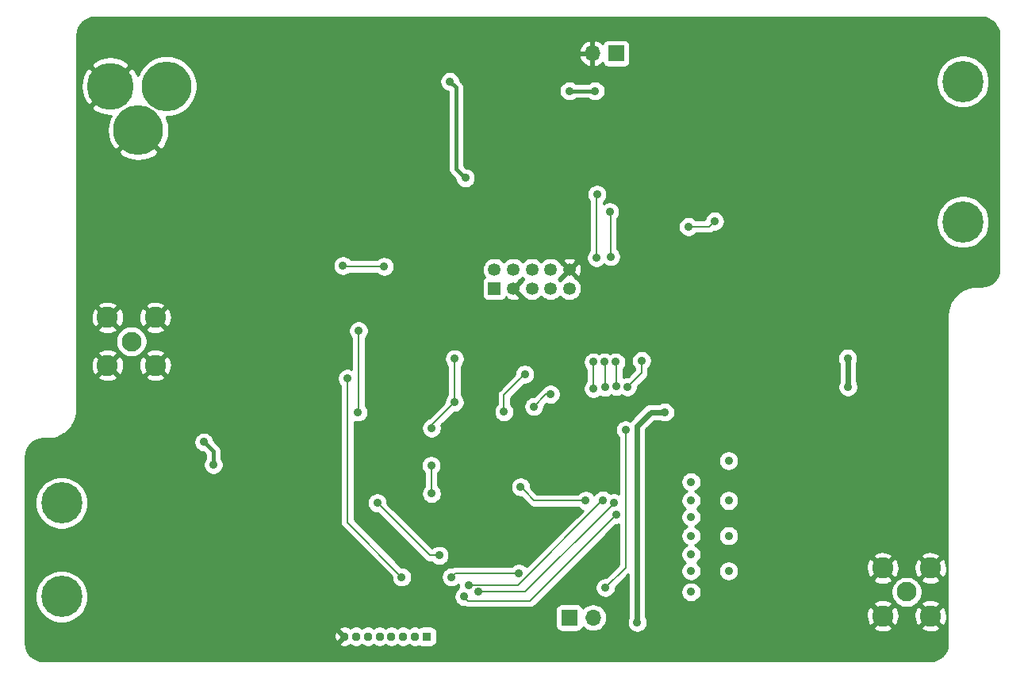
<source format=gbr>
G04 #@! TF.GenerationSoftware,KiCad,Pcbnew,(5.1.4)-1*
G04 #@! TF.CreationDate,2019-12-12T13:05:01+01:00*
G04 #@! TF.ProjectId,Schaltplan_embedded,53636861-6c74-4706-9c61-6e5f656d6265,rev?*
G04 #@! TF.SameCoordinates,Original*
G04 #@! TF.FileFunction,Copper,L2,Bot*
G04 #@! TF.FilePolarity,Positive*
%FSLAX46Y46*%
G04 Gerber Fmt 4.6, Leading zero omitted, Abs format (unit mm)*
G04 Created by KiCad (PCBNEW (5.1.4)-1) date 2019-12-12 13:05:01*
%MOMM*%
%LPD*%
G04 APERTURE LIST*
%ADD10C,4.400000*%
%ADD11C,0.700000*%
%ADD12R,1.350000X1.350000*%
%ADD13C,1.350000*%
%ADD14C,5.300000*%
%ADD15C,5.000000*%
%ADD16R,0.950000X0.950000*%
%ADD17C,0.950000*%
%ADD18C,2.250000*%
%ADD19C,2.100000*%
%ADD20O,1.700000X1.700000*%
%ADD21R,1.700000X1.700000*%
%ADD22C,0.900000*%
%ADD23C,0.200000*%
%ADD24C,0.400000*%
%ADD25C,0.600000*%
%ADD26C,0.254000*%
G04 APERTURE END LIST*
D10*
X97300000Y-105000000D03*
D11*
X98950000Y-105000000D03*
X98466726Y-106166726D03*
X97300000Y-106650000D03*
X96133274Y-106166726D03*
X95650000Y-105000000D03*
X96133274Y-103833274D03*
X97300000Y-103350000D03*
X98466726Y-103833274D03*
X98466726Y-93833274D03*
X97300000Y-93350000D03*
X96133274Y-93833274D03*
X95650000Y-95000000D03*
X96133274Y-96166726D03*
X97300000Y-96650000D03*
X98466726Y-96166726D03*
X98950000Y-95000000D03*
D10*
X97300000Y-95000000D03*
X193500000Y-65000000D03*
D11*
X195150000Y-65000000D03*
X194666726Y-66166726D03*
X193500000Y-66650000D03*
X192333274Y-66166726D03*
X191850000Y-65000000D03*
X192333274Y-63833274D03*
X193500000Y-63350000D03*
X194666726Y-63833274D03*
X192333274Y-48833274D03*
X191850000Y-50000000D03*
X192333274Y-51166726D03*
X193500000Y-51650000D03*
X194666726Y-51166726D03*
X195150000Y-50000000D03*
X194666726Y-48833274D03*
X193500000Y-48350000D03*
D10*
X193500000Y-50000000D03*
D12*
X143500000Y-72100000D03*
D13*
X145500000Y-72100000D03*
X147500000Y-72100000D03*
X149500000Y-72100000D03*
X151500000Y-72100000D03*
X143500000Y-70100000D03*
X145500000Y-70100000D03*
X147500000Y-70100000D03*
X149500000Y-70100000D03*
X151500000Y-70100000D03*
D14*
X108500000Y-50500000D03*
D15*
X102500000Y-50500000D03*
D14*
X105500000Y-55200000D03*
D16*
X136250000Y-109250000D03*
D17*
X135000000Y-109250000D03*
X133750000Y-109250000D03*
X132500000Y-109250000D03*
X131250000Y-109250000D03*
X130000000Y-109250000D03*
X128750000Y-109250000D03*
X127500000Y-109250000D03*
D18*
X102200000Y-80300000D03*
X102200000Y-75200000D03*
X107300000Y-75200000D03*
X107300000Y-80300000D03*
D19*
X104750000Y-77750000D03*
D18*
X190050000Y-101950000D03*
X190050000Y-107050000D03*
X184950000Y-107050000D03*
X184950000Y-101950000D03*
D19*
X187500000Y-104500000D03*
D20*
X154040000Y-107250000D03*
D21*
X151500000Y-107250000D03*
D20*
X153960000Y-47000000D03*
D21*
X156500000Y-47000000D03*
D22*
X164500000Y-104500000D03*
X164500000Y-102250000D03*
X164500000Y-100500000D03*
X164500000Y-98500000D03*
X164500000Y-96500000D03*
X164500000Y-94750000D03*
X164500000Y-92750000D03*
X168500000Y-102250000D03*
X168500000Y-98500000D03*
X168500000Y-94750000D03*
X168500000Y-90500000D03*
X136750000Y-77000000D03*
X136750000Y-79000000D03*
X160750000Y-63000000D03*
X153500000Y-54000000D03*
X118250000Y-50500000D03*
X126499984Y-51000000D03*
X118250000Y-55500000D03*
X139750000Y-65750000D03*
X137250000Y-82250000D03*
X125000000Y-94750000D03*
X115000000Y-95700000D03*
X183550000Y-82650000D03*
X119250000Y-78750000D03*
X119250000Y-77500000D03*
X119250000Y-76250000D03*
X120750000Y-76250000D03*
X120750000Y-77500000D03*
X120750000Y-78750000D03*
X119250000Y-80000000D03*
X120750000Y-80000000D03*
X119250000Y-81500000D03*
X119250000Y-75000000D03*
X120750000Y-75000000D03*
X117750000Y-75000000D03*
X116500000Y-75000000D03*
X117750000Y-73750000D03*
X119250000Y-73750000D03*
X120750000Y-73750000D03*
X183500000Y-79750000D03*
X164500000Y-90500000D03*
X173150000Y-82600000D03*
X164100000Y-82700000D03*
X126000000Y-61500000D03*
X122500000Y-61500000D03*
X118000000Y-61500000D03*
X125000000Y-89500000D03*
X118750000Y-89500000D03*
X118750000Y-94750000D03*
X146700000Y-98400000D03*
X142000000Y-90000000D03*
X140250000Y-94500000D03*
X148700000Y-92100006D03*
X152200000Y-76000000D03*
X152200000Y-78400000D03*
X141800000Y-74500000D03*
X144100000Y-74500000D03*
X140450000Y-98150000D03*
X129050000Y-87250000D03*
X167200000Y-80050000D03*
X181650000Y-70625000D03*
X173200000Y-70700000D03*
X178100000Y-65400000D03*
X181175000Y-65375000D03*
X183975000Y-65350000D03*
X130000000Y-60000000D03*
X156750000Y-58000000D03*
X156750000Y-61250000D03*
X156500000Y-106100000D03*
X164100000Y-109800000D03*
X170100000Y-109800000D03*
X176800000Y-109800000D03*
X127400000Y-102700000D03*
X104700000Y-84300000D03*
X102900000Y-64700000D03*
X106900000Y-64700000D03*
X115000000Y-98500000D03*
X131750002Y-69750000D03*
X127334627Y-69665373D03*
X139250000Y-79600000D03*
X139249996Y-84250000D03*
X136750024Y-91000000D03*
X136800018Y-94000000D03*
X136799994Y-87000000D03*
X151500000Y-50999978D03*
X154250000Y-51000000D03*
X161700000Y-85300000D03*
X181200000Y-79550000D03*
X181250000Y-82600000D03*
X158750000Y-107750000D03*
X154400000Y-68800000D03*
X154450000Y-62050000D03*
X155250000Y-79950002D03*
X155300000Y-82650004D03*
X155900000Y-68700000D03*
X155800000Y-63899999D03*
X156450000Y-79950002D03*
X156500000Y-82550000D03*
X155350000Y-104050000D03*
X157500000Y-87200000D03*
X157700000Y-82600000D03*
X159200000Y-79799994D03*
X164199996Y-65500000D03*
X167000000Y-64899994D03*
X137600000Y-100600000D03*
X131000000Y-95000000D03*
X129000000Y-76600000D03*
X128950000Y-85300008D03*
X146100000Y-102500000D03*
X138900000Y-102900000D03*
X133599988Y-102900012D03*
X127800000Y-81700000D03*
X144524996Y-85275004D03*
X146750000Y-81250000D03*
X154049999Y-82800000D03*
X154050000Y-79950000D03*
X147700000Y-84700000D03*
X149500000Y-83400000D03*
X140250000Y-105000000D03*
X156500018Y-96250020D03*
X140750090Y-103750000D03*
X155051304Y-94683768D03*
X141750008Y-104500014D03*
X156250018Y-95000000D03*
X153250000Y-94750000D03*
X146299988Y-93299988D03*
X112500000Y-88500000D03*
X113500000Y-90900000D03*
X138750000Y-50000000D03*
X140400000Y-60300000D03*
D23*
X127419254Y-69750000D02*
X127334627Y-69665373D01*
X131750002Y-69750000D02*
X127419254Y-69750000D01*
X139250000Y-79600000D02*
X139250000Y-84249996D01*
X139250000Y-84249996D02*
X139249996Y-84250000D01*
X136750024Y-91000000D02*
X136750024Y-93950006D01*
X136750024Y-93950006D02*
X136800018Y-94000000D01*
X139249996Y-84250000D02*
X136799994Y-86700002D01*
X136799994Y-86700002D02*
X136799994Y-87000000D01*
D24*
X154249978Y-50999978D02*
X154250000Y-51000000D01*
X151500000Y-50999978D02*
X154249978Y-50999978D01*
D25*
X158750000Y-86750000D02*
X158750000Y-107750000D01*
X160200000Y-85300000D02*
X158750000Y-86750000D01*
X160200000Y-85300000D02*
X161700000Y-85300000D01*
X181200000Y-79550000D02*
X181200000Y-82550000D01*
X181200000Y-82550000D02*
X181250000Y-82600000D01*
D23*
X154400000Y-62100000D02*
X154450000Y-62050000D01*
X154400000Y-68800000D02*
X154400000Y-62100000D01*
X155300000Y-82650004D02*
X155300000Y-80000002D01*
X155300000Y-80000002D02*
X155250000Y-79950002D01*
X155900000Y-63999999D02*
X155800000Y-63899999D01*
X155900000Y-68700000D02*
X155900000Y-63999999D01*
X156500000Y-82550000D02*
X156500000Y-80000002D01*
X156500000Y-80000002D02*
X156450000Y-79950002D01*
X156450000Y-82500000D02*
X156500000Y-82550000D01*
X157500000Y-101900000D02*
X155350000Y-104050000D01*
X157500000Y-87900000D02*
X157500000Y-101900000D01*
X157500000Y-87900000D02*
X157500000Y-87200000D01*
X157700000Y-82600000D02*
X159200000Y-81100000D01*
X159200000Y-80436390D02*
X159200000Y-79799994D01*
X159200000Y-81100000D02*
X159200000Y-80436390D01*
X164199996Y-65500000D02*
X166399994Y-65500000D01*
X166399994Y-65500000D02*
X166550001Y-65349993D01*
X166550001Y-65349993D02*
X167000000Y-64899994D01*
X136950000Y-100600000D02*
X137600000Y-100600000D01*
X136950000Y-100600000D02*
X136600000Y-100600000D01*
X136600000Y-100600000D02*
X131000000Y-95000000D01*
X129000000Y-85250008D02*
X128950000Y-85300008D01*
X129000000Y-76600000D02*
X129000000Y-85250008D01*
X146100000Y-102500000D02*
X139300000Y-102500000D01*
X139300000Y-102500000D02*
X138900000Y-102900000D01*
X127800000Y-97100024D02*
X127800000Y-82336396D01*
X127800000Y-82336396D02*
X127800000Y-81700000D01*
X133599988Y-102900012D02*
X127800000Y-97100024D01*
X144524996Y-83475004D02*
X146300001Y-81699999D01*
X146300001Y-81699999D02*
X146750000Y-81250000D01*
X144524996Y-85275004D02*
X144524996Y-83475004D01*
X154049999Y-82800000D02*
X154050000Y-82163603D01*
X154050000Y-82163603D02*
X154050000Y-80586396D01*
X154050000Y-80586396D02*
X154050000Y-79950000D01*
X149000000Y-83400000D02*
X149500000Y-83400000D01*
X147700000Y-84700000D02*
X149000000Y-83400000D01*
X156050019Y-96700019D02*
X156500018Y-96250020D01*
X147300039Y-105449999D02*
X156050019Y-96700019D01*
X140250000Y-105000000D02*
X140699999Y-105449999D01*
X140699999Y-105449999D02*
X147300039Y-105449999D01*
X154601305Y-95133767D02*
X155051304Y-94683768D01*
X154601305Y-95148695D02*
X154601305Y-95133767D01*
X146000000Y-103750000D02*
X154601305Y-95148695D01*
X140750090Y-103750000D02*
X146000000Y-103750000D01*
X155800019Y-95449999D02*
X156250018Y-95000000D01*
X146750004Y-104500014D02*
X155800019Y-95449999D01*
X141750008Y-104500014D02*
X146750004Y-104500014D01*
X153250000Y-94750000D02*
X147750000Y-94750000D01*
X147750000Y-94750000D02*
X146749987Y-93749987D01*
X146749987Y-93749987D02*
X146299988Y-93299988D01*
D24*
X112500000Y-88500000D02*
X113500000Y-89500000D01*
X113500000Y-89500000D02*
X113500000Y-90263604D01*
X113500000Y-90263604D02*
X113500000Y-90900000D01*
X139950001Y-59850001D02*
X140400000Y-60300000D01*
X139400000Y-59300000D02*
X139950001Y-59850001D01*
X138750000Y-50000000D02*
X139400000Y-50650000D01*
X139400000Y-50650000D02*
X139400000Y-59300000D01*
D26*
G36*
X195856775Y-43198147D02*
G01*
X196199967Y-43301763D01*
X196516489Y-43470062D01*
X196794299Y-43696637D01*
X197022806Y-43972856D01*
X197193310Y-44288197D01*
X197299319Y-44630656D01*
X197340000Y-45017712D01*
X197340001Y-69967711D01*
X197301853Y-70356776D01*
X197198238Y-70699964D01*
X197029939Y-71016489D01*
X196803365Y-71294296D01*
X196527146Y-71522805D01*
X196211803Y-71693310D01*
X195869344Y-71799319D01*
X195482288Y-71840000D01*
X194967581Y-71840000D01*
X194938282Y-71842886D01*
X194922730Y-71842777D01*
X194913558Y-71843677D01*
X194428316Y-71894678D01*
X194369760Y-71906698D01*
X194310959Y-71917914D01*
X194302138Y-71920578D01*
X193836044Y-72064858D01*
X193780881Y-72088046D01*
X193725435Y-72110448D01*
X193717299Y-72114774D01*
X193288106Y-72346838D01*
X193238539Y-72380271D01*
X193188460Y-72413042D01*
X193181319Y-72418866D01*
X192805374Y-72729875D01*
X192763252Y-72772292D01*
X192720483Y-72814174D01*
X192714610Y-72821275D01*
X192406233Y-73199382D01*
X192373141Y-73249191D01*
X192339334Y-73298563D01*
X192334952Y-73306669D01*
X192105890Y-73737473D01*
X192083099Y-73792767D01*
X192059529Y-73847760D01*
X192056804Y-73856563D01*
X191915781Y-74323653D01*
X191904159Y-74382347D01*
X191891725Y-74440844D01*
X191890762Y-74450009D01*
X191843150Y-74935595D01*
X191843150Y-74935608D01*
X191840001Y-74967581D01*
X191840000Y-109967721D01*
X191801853Y-110356776D01*
X191698238Y-110699964D01*
X191529939Y-111016489D01*
X191303365Y-111294296D01*
X191027146Y-111522805D01*
X190711803Y-111693310D01*
X190369344Y-111799319D01*
X189982288Y-111840000D01*
X95332279Y-111840000D01*
X94943224Y-111801853D01*
X94600036Y-111698238D01*
X94283511Y-111529939D01*
X94005704Y-111303365D01*
X93777195Y-111027146D01*
X93606690Y-110711803D01*
X93500681Y-110369344D01*
X93460000Y-109982288D01*
X93460000Y-109333397D01*
X126387751Y-109333397D01*
X126425393Y-109548784D01*
X126504331Y-109752689D01*
X126528866Y-109798590D01*
X126739752Y-109830643D01*
X127320395Y-109250000D01*
X126739752Y-108669357D01*
X126528866Y-108701410D01*
X126440502Y-108901410D01*
X126392853Y-109114805D01*
X126387751Y-109333397D01*
X93460000Y-109333397D01*
X93460000Y-108489752D01*
X126919357Y-108489752D01*
X127500000Y-109070395D01*
X127514143Y-109056253D01*
X127640000Y-109182110D01*
X127640000Y-109317890D01*
X127514143Y-109443748D01*
X127500000Y-109429605D01*
X126919357Y-110010248D01*
X126951410Y-110221134D01*
X127151410Y-110309498D01*
X127364805Y-110357147D01*
X127583397Y-110362249D01*
X127798784Y-110324607D01*
X128002689Y-110245669D01*
X128048590Y-110221134D01*
X128063052Y-110125982D01*
X128224218Y-110233669D01*
X128426225Y-110317343D01*
X128640675Y-110360000D01*
X128859325Y-110360000D01*
X129073775Y-110317343D01*
X129275782Y-110233669D01*
X129375000Y-110167374D01*
X129474218Y-110233669D01*
X129676225Y-110317343D01*
X129890675Y-110360000D01*
X130109325Y-110360000D01*
X130323775Y-110317343D01*
X130525782Y-110233669D01*
X130625000Y-110167374D01*
X130724218Y-110233669D01*
X130926225Y-110317343D01*
X131140675Y-110360000D01*
X131359325Y-110360000D01*
X131573775Y-110317343D01*
X131775782Y-110233669D01*
X131875000Y-110167374D01*
X131974218Y-110233669D01*
X132176225Y-110317343D01*
X132390675Y-110360000D01*
X132609325Y-110360000D01*
X132823775Y-110317343D01*
X133025782Y-110233669D01*
X133125000Y-110167374D01*
X133224218Y-110233669D01*
X133426225Y-110317343D01*
X133640675Y-110360000D01*
X133859325Y-110360000D01*
X134073775Y-110317343D01*
X134275782Y-110233669D01*
X134375000Y-110167374D01*
X134474218Y-110233669D01*
X134676225Y-110317343D01*
X134890675Y-110360000D01*
X135109325Y-110360000D01*
X135323775Y-110317343D01*
X135443419Y-110267785D01*
X135530820Y-110314502D01*
X135650518Y-110350812D01*
X135775000Y-110363072D01*
X136725000Y-110363072D01*
X136849482Y-110350812D01*
X136969180Y-110314502D01*
X137079494Y-110255537D01*
X137176185Y-110176185D01*
X137255537Y-110079494D01*
X137314502Y-109969180D01*
X137350812Y-109849482D01*
X137363072Y-109725000D01*
X137363072Y-108775000D01*
X137350812Y-108650518D01*
X137314502Y-108530820D01*
X137255537Y-108420506D01*
X137176185Y-108323815D01*
X137079494Y-108244463D01*
X136969180Y-108185498D01*
X136849482Y-108149188D01*
X136725000Y-108136928D01*
X135775000Y-108136928D01*
X135650518Y-108149188D01*
X135530820Y-108185498D01*
X135443419Y-108232215D01*
X135323775Y-108182657D01*
X135109325Y-108140000D01*
X134890675Y-108140000D01*
X134676225Y-108182657D01*
X134474218Y-108266331D01*
X134375000Y-108332626D01*
X134275782Y-108266331D01*
X134073775Y-108182657D01*
X133859325Y-108140000D01*
X133640675Y-108140000D01*
X133426225Y-108182657D01*
X133224218Y-108266331D01*
X133125000Y-108332626D01*
X133025782Y-108266331D01*
X132823775Y-108182657D01*
X132609325Y-108140000D01*
X132390675Y-108140000D01*
X132176225Y-108182657D01*
X131974218Y-108266331D01*
X131875000Y-108332626D01*
X131775782Y-108266331D01*
X131573775Y-108182657D01*
X131359325Y-108140000D01*
X131140675Y-108140000D01*
X130926225Y-108182657D01*
X130724218Y-108266331D01*
X130625000Y-108332626D01*
X130525782Y-108266331D01*
X130323775Y-108182657D01*
X130109325Y-108140000D01*
X129890675Y-108140000D01*
X129676225Y-108182657D01*
X129474218Y-108266331D01*
X129375000Y-108332626D01*
X129275782Y-108266331D01*
X129073775Y-108182657D01*
X128859325Y-108140000D01*
X128640675Y-108140000D01*
X128426225Y-108182657D01*
X128224218Y-108266331D01*
X128063052Y-108374018D01*
X128048590Y-108278866D01*
X127848590Y-108190502D01*
X127635195Y-108142853D01*
X127416603Y-108137751D01*
X127201216Y-108175393D01*
X126997311Y-108254331D01*
X126951410Y-108278866D01*
X126919357Y-108489752D01*
X93460000Y-108489752D01*
X93460000Y-104720777D01*
X94465000Y-104720777D01*
X94465000Y-105279223D01*
X94573948Y-105826939D01*
X94787656Y-106342876D01*
X95097912Y-106807207D01*
X95492793Y-107202088D01*
X95957124Y-107512344D01*
X96473061Y-107726052D01*
X97020777Y-107835000D01*
X97579223Y-107835000D01*
X98126939Y-107726052D01*
X98642876Y-107512344D01*
X99107207Y-107202088D01*
X99502088Y-106807207D01*
X99774174Y-106400000D01*
X150011928Y-106400000D01*
X150011928Y-108100000D01*
X150024188Y-108224482D01*
X150060498Y-108344180D01*
X150119463Y-108454494D01*
X150198815Y-108551185D01*
X150295506Y-108630537D01*
X150405820Y-108689502D01*
X150525518Y-108725812D01*
X150650000Y-108738072D01*
X152350000Y-108738072D01*
X152474482Y-108725812D01*
X152594180Y-108689502D01*
X152704494Y-108630537D01*
X152801185Y-108551185D01*
X152880537Y-108454494D01*
X152939502Y-108344180D01*
X152960393Y-108275313D01*
X152984866Y-108305134D01*
X153210986Y-108490706D01*
X153468966Y-108628599D01*
X153748889Y-108713513D01*
X153967050Y-108735000D01*
X154112950Y-108735000D01*
X154331111Y-108713513D01*
X154611034Y-108628599D01*
X154869014Y-108490706D01*
X155095134Y-108305134D01*
X155280706Y-108079014D01*
X155418599Y-107821034D01*
X155503513Y-107541111D01*
X155532185Y-107250000D01*
X155503513Y-106958889D01*
X155418599Y-106678966D01*
X155280706Y-106420986D01*
X155095134Y-106194866D01*
X154869014Y-106009294D01*
X154611034Y-105871401D01*
X154331111Y-105786487D01*
X154112950Y-105765000D01*
X153967050Y-105765000D01*
X153748889Y-105786487D01*
X153468966Y-105871401D01*
X153210986Y-106009294D01*
X152984866Y-106194866D01*
X152960393Y-106224687D01*
X152939502Y-106155820D01*
X152880537Y-106045506D01*
X152801185Y-105948815D01*
X152704494Y-105869463D01*
X152594180Y-105810498D01*
X152474482Y-105774188D01*
X152350000Y-105761928D01*
X150650000Y-105761928D01*
X150525518Y-105774188D01*
X150405820Y-105810498D01*
X150295506Y-105869463D01*
X150198815Y-105948815D01*
X150119463Y-106045506D01*
X150060498Y-106155820D01*
X150024188Y-106275518D01*
X150011928Y-106400000D01*
X99774174Y-106400000D01*
X99812344Y-106342876D01*
X100026052Y-105826939D01*
X100135000Y-105279223D01*
X100135000Y-104720777D01*
X100026052Y-104173061D01*
X99812344Y-103657124D01*
X99502088Y-103192793D01*
X99107207Y-102797912D01*
X98642876Y-102487656D01*
X98126939Y-102273948D01*
X97579223Y-102165000D01*
X97020777Y-102165000D01*
X96473061Y-102273948D01*
X95957124Y-102487656D01*
X95492793Y-102797912D01*
X95097912Y-103192793D01*
X94787656Y-103657124D01*
X94573948Y-104173061D01*
X94465000Y-104720777D01*
X93460000Y-104720777D01*
X93460000Y-94720777D01*
X94465000Y-94720777D01*
X94465000Y-95279223D01*
X94573948Y-95826939D01*
X94787656Y-96342876D01*
X95097912Y-96807207D01*
X95492793Y-97202088D01*
X95957124Y-97512344D01*
X96473061Y-97726052D01*
X97020777Y-97835000D01*
X97579223Y-97835000D01*
X98126939Y-97726052D01*
X98642876Y-97512344D01*
X99107207Y-97202088D01*
X99502088Y-96807207D01*
X99812344Y-96342876D01*
X100026052Y-95826939D01*
X100135000Y-95279223D01*
X100135000Y-94720777D01*
X100026052Y-94173061D01*
X99812344Y-93657124D01*
X99502088Y-93192793D01*
X99107207Y-92797912D01*
X98642876Y-92487656D01*
X98126939Y-92273948D01*
X97579223Y-92165000D01*
X97020777Y-92165000D01*
X96473061Y-92273948D01*
X95957124Y-92487656D01*
X95492793Y-92797912D01*
X95097912Y-93192793D01*
X94787656Y-93657124D01*
X94573948Y-94173061D01*
X94465000Y-94720777D01*
X93460000Y-94720777D01*
X93460000Y-90032279D01*
X93498147Y-89643225D01*
X93601763Y-89300033D01*
X93770062Y-88983511D01*
X93996637Y-88705701D01*
X94272856Y-88477194D01*
X94428316Y-88393137D01*
X111415000Y-88393137D01*
X111415000Y-88606863D01*
X111456696Y-88816483D01*
X111538485Y-89013940D01*
X111657225Y-89191647D01*
X111808353Y-89342775D01*
X111986060Y-89461515D01*
X112183517Y-89543304D01*
X112393137Y-89585000D01*
X112404132Y-89585000D01*
X112665000Y-89845868D01*
X112665000Y-90200578D01*
X112657225Y-90208353D01*
X112538485Y-90386060D01*
X112456696Y-90583517D01*
X112415000Y-90793137D01*
X112415000Y-91006863D01*
X112456696Y-91216483D01*
X112538485Y-91413940D01*
X112657225Y-91591647D01*
X112808353Y-91742775D01*
X112986060Y-91861515D01*
X113183517Y-91943304D01*
X113393137Y-91985000D01*
X113606863Y-91985000D01*
X113816483Y-91943304D01*
X114013940Y-91861515D01*
X114191647Y-91742775D01*
X114342775Y-91591647D01*
X114461515Y-91413940D01*
X114543304Y-91216483D01*
X114585000Y-91006863D01*
X114585000Y-90793137D01*
X114543304Y-90583517D01*
X114461515Y-90386060D01*
X114342775Y-90208353D01*
X114335000Y-90200578D01*
X114335000Y-89541018D01*
X114339040Y-89500000D01*
X114322918Y-89336312D01*
X114316408Y-89314849D01*
X114275172Y-89178913D01*
X114197636Y-89033854D01*
X114093291Y-88906709D01*
X114061433Y-88880564D01*
X113585000Y-88404132D01*
X113585000Y-88393137D01*
X113543304Y-88183517D01*
X113461515Y-87986060D01*
X113342775Y-87808353D01*
X113191647Y-87657225D01*
X113013940Y-87538485D01*
X112816483Y-87456696D01*
X112606863Y-87415000D01*
X112393137Y-87415000D01*
X112183517Y-87456696D01*
X111986060Y-87538485D01*
X111808353Y-87657225D01*
X111657225Y-87808353D01*
X111538485Y-87986060D01*
X111456696Y-88183517D01*
X111415000Y-88393137D01*
X94428316Y-88393137D01*
X94588197Y-88306690D01*
X94930656Y-88200681D01*
X95317712Y-88160000D01*
X95832419Y-88160000D01*
X95861718Y-88157114D01*
X95877271Y-88157223D01*
X95886442Y-88156323D01*
X96371684Y-88105322D01*
X96430247Y-88093301D01*
X96489040Y-88082086D01*
X96497862Y-88079422D01*
X96963956Y-87935142D01*
X97019086Y-87911967D01*
X97074565Y-87889553D01*
X97082701Y-87885226D01*
X97511894Y-87653162D01*
X97561461Y-87619729D01*
X97611540Y-87586958D01*
X97618681Y-87581133D01*
X97994627Y-87270125D01*
X98036767Y-87227689D01*
X98079517Y-87185826D01*
X98085391Y-87178725D01*
X98393767Y-86800618D01*
X98426859Y-86750809D01*
X98460666Y-86701437D01*
X98465047Y-86693333D01*
X98465051Y-86693325D01*
X98694111Y-86262527D01*
X98716910Y-86207212D01*
X98740471Y-86152240D01*
X98743196Y-86143437D01*
X98884219Y-85676348D01*
X98895845Y-85617631D01*
X98908275Y-85559155D01*
X98909238Y-85549991D01*
X98956850Y-85064404D01*
X98956850Y-85064402D01*
X98960000Y-85032419D01*
X98960000Y-81524531D01*
X101155074Y-81524531D01*
X101265921Y-81801714D01*
X101576840Y-81955089D01*
X101911705Y-82044860D01*
X102257650Y-82067576D01*
X102601380Y-82022366D01*
X102929685Y-81910966D01*
X103134079Y-81801714D01*
X103244926Y-81524531D01*
X106255074Y-81524531D01*
X106365921Y-81801714D01*
X106676840Y-81955089D01*
X107011705Y-82044860D01*
X107357650Y-82067576D01*
X107701380Y-82022366D01*
X108029685Y-81910966D01*
X108234079Y-81801714D01*
X108317490Y-81593137D01*
X126715000Y-81593137D01*
X126715000Y-81806863D01*
X126756696Y-82016483D01*
X126838485Y-82213940D01*
X126957225Y-82391647D01*
X127065001Y-82499423D01*
X127065000Y-97063919D01*
X127061444Y-97100024D01*
X127065000Y-97136128D01*
X127075635Y-97244108D01*
X127117663Y-97382656D01*
X127185913Y-97510343D01*
X127277762Y-97622261D01*
X127305808Y-97645278D01*
X132514988Y-102854459D01*
X132514988Y-103006875D01*
X132556684Y-103216495D01*
X132638473Y-103413952D01*
X132757213Y-103591659D01*
X132908341Y-103742787D01*
X133086048Y-103861527D01*
X133283505Y-103943316D01*
X133493125Y-103985012D01*
X133706851Y-103985012D01*
X133916471Y-103943316D01*
X134113928Y-103861527D01*
X134291635Y-103742787D01*
X134442763Y-103591659D01*
X134561503Y-103413952D01*
X134643292Y-103216495D01*
X134684988Y-103006875D01*
X134684988Y-102793149D01*
X134684986Y-102793137D01*
X137815000Y-102793137D01*
X137815000Y-103006863D01*
X137856696Y-103216483D01*
X137938485Y-103413940D01*
X138057225Y-103591647D01*
X138208353Y-103742775D01*
X138386060Y-103861515D01*
X138583517Y-103943304D01*
X138793137Y-103985000D01*
X139006863Y-103985000D01*
X139216483Y-103943304D01*
X139413940Y-103861515D01*
X139591647Y-103742775D01*
X139665090Y-103669332D01*
X139665090Y-103856863D01*
X139705305Y-104059035D01*
X139558353Y-104157225D01*
X139407225Y-104308353D01*
X139288485Y-104486060D01*
X139206696Y-104683517D01*
X139165000Y-104893137D01*
X139165000Y-105106863D01*
X139206696Y-105316483D01*
X139288485Y-105513940D01*
X139407225Y-105691647D01*
X139558353Y-105842775D01*
X139736060Y-105961515D01*
X139933517Y-106043304D01*
X140143137Y-106085000D01*
X140328806Y-106085000D01*
X140417365Y-106132336D01*
X140555914Y-106174364D01*
X140699999Y-106188555D01*
X140736104Y-106184999D01*
X147263934Y-106184999D01*
X147300039Y-106188555D01*
X147336144Y-106184999D01*
X147444124Y-106174364D01*
X147582672Y-106132336D01*
X147710359Y-106064086D01*
X147822277Y-105972237D01*
X147845298Y-105944186D01*
X156454465Y-97335020D01*
X156606881Y-97335020D01*
X156765001Y-97303568D01*
X156765001Y-101595552D01*
X155395554Y-102965000D01*
X155243137Y-102965000D01*
X155033517Y-103006696D01*
X154836060Y-103088485D01*
X154658353Y-103207225D01*
X154507225Y-103358353D01*
X154388485Y-103536060D01*
X154306696Y-103733517D01*
X154265000Y-103943137D01*
X154265000Y-104156863D01*
X154306696Y-104366483D01*
X154388485Y-104563940D01*
X154507225Y-104741647D01*
X154658353Y-104892775D01*
X154836060Y-105011515D01*
X155033517Y-105093304D01*
X155243137Y-105135000D01*
X155456863Y-105135000D01*
X155666483Y-105093304D01*
X155863940Y-105011515D01*
X156041647Y-104892775D01*
X156192775Y-104741647D01*
X156311515Y-104563940D01*
X156393304Y-104366483D01*
X156435000Y-104156863D01*
X156435000Y-104004446D01*
X157815001Y-102624446D01*
X157815001Y-107196376D01*
X157788485Y-107236060D01*
X157706696Y-107433517D01*
X157665000Y-107643137D01*
X157665000Y-107856863D01*
X157706696Y-108066483D01*
X157788485Y-108263940D01*
X157907225Y-108441647D01*
X158058353Y-108592775D01*
X158236060Y-108711515D01*
X158433517Y-108793304D01*
X158643137Y-108835000D01*
X158856863Y-108835000D01*
X159066483Y-108793304D01*
X159263940Y-108711515D01*
X159441647Y-108592775D01*
X159592775Y-108441647D01*
X159704438Y-108274531D01*
X183905074Y-108274531D01*
X184015921Y-108551714D01*
X184326840Y-108705089D01*
X184661705Y-108794860D01*
X185007650Y-108817576D01*
X185351380Y-108772366D01*
X185679685Y-108660966D01*
X185884079Y-108551714D01*
X185994926Y-108274531D01*
X189005074Y-108274531D01*
X189115921Y-108551714D01*
X189426840Y-108705089D01*
X189761705Y-108794860D01*
X190107650Y-108817576D01*
X190451380Y-108772366D01*
X190779685Y-108660966D01*
X190984079Y-108551714D01*
X191094926Y-108274531D01*
X190050000Y-107229605D01*
X189005074Y-108274531D01*
X185994926Y-108274531D01*
X184950000Y-107229605D01*
X183905074Y-108274531D01*
X159704438Y-108274531D01*
X159711515Y-108263940D01*
X159793304Y-108066483D01*
X159835000Y-107856863D01*
X159835000Y-107643137D01*
X159793304Y-107433517D01*
X159711515Y-107236060D01*
X159685000Y-107196377D01*
X159685000Y-107107650D01*
X183182424Y-107107650D01*
X183227634Y-107451380D01*
X183339034Y-107779685D01*
X183448286Y-107984079D01*
X183725469Y-108094926D01*
X184770395Y-107050000D01*
X185129605Y-107050000D01*
X186174531Y-108094926D01*
X186451714Y-107984079D01*
X186605089Y-107673160D01*
X186694860Y-107338295D01*
X186710004Y-107107650D01*
X188282424Y-107107650D01*
X188327634Y-107451380D01*
X188439034Y-107779685D01*
X188548286Y-107984079D01*
X188825469Y-108094926D01*
X189870395Y-107050000D01*
X190229605Y-107050000D01*
X191274531Y-108094926D01*
X191551714Y-107984079D01*
X191705089Y-107673160D01*
X191794860Y-107338295D01*
X191817576Y-106992350D01*
X191772366Y-106648620D01*
X191660966Y-106320315D01*
X191551714Y-106115921D01*
X191274531Y-106005074D01*
X190229605Y-107050000D01*
X189870395Y-107050000D01*
X188825469Y-106005074D01*
X188548286Y-106115921D01*
X188394911Y-106426840D01*
X188305140Y-106761705D01*
X188282424Y-107107650D01*
X186710004Y-107107650D01*
X186717576Y-106992350D01*
X186672366Y-106648620D01*
X186560966Y-106320315D01*
X186451714Y-106115921D01*
X186174531Y-106005074D01*
X185129605Y-107050000D01*
X184770395Y-107050000D01*
X183725469Y-106005074D01*
X183448286Y-106115921D01*
X183294911Y-106426840D01*
X183205140Y-106761705D01*
X183182424Y-107107650D01*
X159685000Y-107107650D01*
X159685000Y-105825469D01*
X183905074Y-105825469D01*
X184950000Y-106870395D01*
X185994926Y-105825469D01*
X185884079Y-105548286D01*
X185573160Y-105394911D01*
X185238295Y-105305140D01*
X184892350Y-105282424D01*
X184548620Y-105327634D01*
X184220315Y-105439034D01*
X184015921Y-105548286D01*
X183905074Y-105825469D01*
X159685000Y-105825469D01*
X159685000Y-104393137D01*
X163415000Y-104393137D01*
X163415000Y-104606863D01*
X163456696Y-104816483D01*
X163538485Y-105013940D01*
X163657225Y-105191647D01*
X163808353Y-105342775D01*
X163986060Y-105461515D01*
X164183517Y-105543304D01*
X164393137Y-105585000D01*
X164606863Y-105585000D01*
X164816483Y-105543304D01*
X165013940Y-105461515D01*
X165191647Y-105342775D01*
X165342775Y-105191647D01*
X165461515Y-105013940D01*
X165543304Y-104816483D01*
X165585000Y-104606863D01*
X165585000Y-104393137D01*
X165573246Y-104334042D01*
X185815000Y-104334042D01*
X185815000Y-104665958D01*
X185879754Y-104991496D01*
X186006772Y-105298147D01*
X186191175Y-105574125D01*
X186425875Y-105808825D01*
X186701853Y-105993228D01*
X187008504Y-106120246D01*
X187334042Y-106185000D01*
X187665958Y-106185000D01*
X187991496Y-106120246D01*
X188298147Y-105993228D01*
X188549215Y-105825469D01*
X189005074Y-105825469D01*
X190050000Y-106870395D01*
X191094926Y-105825469D01*
X190984079Y-105548286D01*
X190673160Y-105394911D01*
X190338295Y-105305140D01*
X189992350Y-105282424D01*
X189648620Y-105327634D01*
X189320315Y-105439034D01*
X189115921Y-105548286D01*
X189005074Y-105825469D01*
X188549215Y-105825469D01*
X188574125Y-105808825D01*
X188808825Y-105574125D01*
X188993228Y-105298147D01*
X189120246Y-104991496D01*
X189185000Y-104665958D01*
X189185000Y-104334042D01*
X189120246Y-104008504D01*
X188993228Y-103701853D01*
X188808825Y-103425875D01*
X188574125Y-103191175D01*
X188549216Y-103174531D01*
X189005074Y-103174531D01*
X189115921Y-103451714D01*
X189426840Y-103605089D01*
X189761705Y-103694860D01*
X190107650Y-103717576D01*
X190451380Y-103672366D01*
X190779685Y-103560966D01*
X190984079Y-103451714D01*
X191094926Y-103174531D01*
X190050000Y-102129605D01*
X189005074Y-103174531D01*
X188549216Y-103174531D01*
X188298147Y-103006772D01*
X187991496Y-102879754D01*
X187665958Y-102815000D01*
X187334042Y-102815000D01*
X187008504Y-102879754D01*
X186701853Y-103006772D01*
X186425875Y-103191175D01*
X186191175Y-103425875D01*
X186006772Y-103701853D01*
X185879754Y-104008504D01*
X185815000Y-104334042D01*
X165573246Y-104334042D01*
X165543304Y-104183517D01*
X165461515Y-103986060D01*
X165342775Y-103808353D01*
X165191647Y-103657225D01*
X165013940Y-103538485D01*
X164816483Y-103456696D01*
X164606863Y-103415000D01*
X164393137Y-103415000D01*
X164183517Y-103456696D01*
X163986060Y-103538485D01*
X163808353Y-103657225D01*
X163657225Y-103808353D01*
X163538485Y-103986060D01*
X163456696Y-104183517D01*
X163415000Y-104393137D01*
X159685000Y-104393137D01*
X159685000Y-92643137D01*
X163415000Y-92643137D01*
X163415000Y-92856863D01*
X163456696Y-93066483D01*
X163538485Y-93263940D01*
X163657225Y-93441647D01*
X163808353Y-93592775D01*
X163986060Y-93711515D01*
X164078971Y-93750000D01*
X163986060Y-93788485D01*
X163808353Y-93907225D01*
X163657225Y-94058353D01*
X163538485Y-94236060D01*
X163456696Y-94433517D01*
X163415000Y-94643137D01*
X163415000Y-94856863D01*
X163456696Y-95066483D01*
X163538485Y-95263940D01*
X163657225Y-95441647D01*
X163808353Y-95592775D01*
X163856581Y-95625000D01*
X163808353Y-95657225D01*
X163657225Y-95808353D01*
X163538485Y-95986060D01*
X163456696Y-96183517D01*
X163415000Y-96393137D01*
X163415000Y-96606863D01*
X163456696Y-96816483D01*
X163538485Y-97013940D01*
X163657225Y-97191647D01*
X163808353Y-97342775D01*
X163986060Y-97461515D01*
X164078971Y-97500000D01*
X163986060Y-97538485D01*
X163808353Y-97657225D01*
X163657225Y-97808353D01*
X163538485Y-97986060D01*
X163456696Y-98183517D01*
X163415000Y-98393137D01*
X163415000Y-98606863D01*
X163456696Y-98816483D01*
X163538485Y-99013940D01*
X163657225Y-99191647D01*
X163808353Y-99342775D01*
X163986060Y-99461515D01*
X164078971Y-99500000D01*
X163986060Y-99538485D01*
X163808353Y-99657225D01*
X163657225Y-99808353D01*
X163538485Y-99986060D01*
X163456696Y-100183517D01*
X163415000Y-100393137D01*
X163415000Y-100606863D01*
X163456696Y-100816483D01*
X163538485Y-101013940D01*
X163657225Y-101191647D01*
X163808353Y-101342775D01*
X163856581Y-101375000D01*
X163808353Y-101407225D01*
X163657225Y-101558353D01*
X163538485Y-101736060D01*
X163456696Y-101933517D01*
X163415000Y-102143137D01*
X163415000Y-102356863D01*
X163456696Y-102566483D01*
X163538485Y-102763940D01*
X163657225Y-102941647D01*
X163808353Y-103092775D01*
X163986060Y-103211515D01*
X164183517Y-103293304D01*
X164393137Y-103335000D01*
X164606863Y-103335000D01*
X164816483Y-103293304D01*
X165013940Y-103211515D01*
X165191647Y-103092775D01*
X165342775Y-102941647D01*
X165461515Y-102763940D01*
X165543304Y-102566483D01*
X165585000Y-102356863D01*
X165585000Y-102143137D01*
X167415000Y-102143137D01*
X167415000Y-102356863D01*
X167456696Y-102566483D01*
X167538485Y-102763940D01*
X167657225Y-102941647D01*
X167808353Y-103092775D01*
X167986060Y-103211515D01*
X168183517Y-103293304D01*
X168393137Y-103335000D01*
X168606863Y-103335000D01*
X168816483Y-103293304D01*
X169013940Y-103211515D01*
X169069290Y-103174531D01*
X183905074Y-103174531D01*
X184015921Y-103451714D01*
X184326840Y-103605089D01*
X184661705Y-103694860D01*
X185007650Y-103717576D01*
X185351380Y-103672366D01*
X185679685Y-103560966D01*
X185884079Y-103451714D01*
X185994926Y-103174531D01*
X184950000Y-102129605D01*
X183905074Y-103174531D01*
X169069290Y-103174531D01*
X169191647Y-103092775D01*
X169342775Y-102941647D01*
X169461515Y-102763940D01*
X169543304Y-102566483D01*
X169585000Y-102356863D01*
X169585000Y-102143137D01*
X169558050Y-102007650D01*
X183182424Y-102007650D01*
X183227634Y-102351380D01*
X183339034Y-102679685D01*
X183448286Y-102884079D01*
X183725469Y-102994926D01*
X184770395Y-101950000D01*
X185129605Y-101950000D01*
X186174531Y-102994926D01*
X186451714Y-102884079D01*
X186605089Y-102573160D01*
X186694860Y-102238295D01*
X186710004Y-102007650D01*
X188282424Y-102007650D01*
X188327634Y-102351380D01*
X188439034Y-102679685D01*
X188548286Y-102884079D01*
X188825469Y-102994926D01*
X189870395Y-101950000D01*
X190229605Y-101950000D01*
X191274531Y-102994926D01*
X191551714Y-102884079D01*
X191705089Y-102573160D01*
X191794860Y-102238295D01*
X191817576Y-101892350D01*
X191772366Y-101548620D01*
X191660966Y-101220315D01*
X191551714Y-101015921D01*
X191274531Y-100905074D01*
X190229605Y-101950000D01*
X189870395Y-101950000D01*
X188825469Y-100905074D01*
X188548286Y-101015921D01*
X188394911Y-101326840D01*
X188305140Y-101661705D01*
X188282424Y-102007650D01*
X186710004Y-102007650D01*
X186717576Y-101892350D01*
X186672366Y-101548620D01*
X186560966Y-101220315D01*
X186451714Y-101015921D01*
X186174531Y-100905074D01*
X185129605Y-101950000D01*
X184770395Y-101950000D01*
X183725469Y-100905074D01*
X183448286Y-101015921D01*
X183294911Y-101326840D01*
X183205140Y-101661705D01*
X183182424Y-102007650D01*
X169558050Y-102007650D01*
X169543304Y-101933517D01*
X169461515Y-101736060D01*
X169342775Y-101558353D01*
X169191647Y-101407225D01*
X169013940Y-101288485D01*
X168816483Y-101206696D01*
X168606863Y-101165000D01*
X168393137Y-101165000D01*
X168183517Y-101206696D01*
X167986060Y-101288485D01*
X167808353Y-101407225D01*
X167657225Y-101558353D01*
X167538485Y-101736060D01*
X167456696Y-101933517D01*
X167415000Y-102143137D01*
X165585000Y-102143137D01*
X165543304Y-101933517D01*
X165461515Y-101736060D01*
X165342775Y-101558353D01*
X165191647Y-101407225D01*
X165143419Y-101375000D01*
X165191647Y-101342775D01*
X165342775Y-101191647D01*
X165461515Y-101013940D01*
X165543304Y-100816483D01*
X165561407Y-100725469D01*
X183905074Y-100725469D01*
X184950000Y-101770395D01*
X185994926Y-100725469D01*
X189005074Y-100725469D01*
X190050000Y-101770395D01*
X191094926Y-100725469D01*
X190984079Y-100448286D01*
X190673160Y-100294911D01*
X190338295Y-100205140D01*
X189992350Y-100182424D01*
X189648620Y-100227634D01*
X189320315Y-100339034D01*
X189115921Y-100448286D01*
X189005074Y-100725469D01*
X185994926Y-100725469D01*
X185884079Y-100448286D01*
X185573160Y-100294911D01*
X185238295Y-100205140D01*
X184892350Y-100182424D01*
X184548620Y-100227634D01*
X184220315Y-100339034D01*
X184015921Y-100448286D01*
X183905074Y-100725469D01*
X165561407Y-100725469D01*
X165585000Y-100606863D01*
X165585000Y-100393137D01*
X165543304Y-100183517D01*
X165461515Y-99986060D01*
X165342775Y-99808353D01*
X165191647Y-99657225D01*
X165013940Y-99538485D01*
X164921029Y-99500000D01*
X165013940Y-99461515D01*
X165191647Y-99342775D01*
X165342775Y-99191647D01*
X165461515Y-99013940D01*
X165543304Y-98816483D01*
X165585000Y-98606863D01*
X165585000Y-98393137D01*
X167415000Y-98393137D01*
X167415000Y-98606863D01*
X167456696Y-98816483D01*
X167538485Y-99013940D01*
X167657225Y-99191647D01*
X167808353Y-99342775D01*
X167986060Y-99461515D01*
X168183517Y-99543304D01*
X168393137Y-99585000D01*
X168606863Y-99585000D01*
X168816483Y-99543304D01*
X169013940Y-99461515D01*
X169191647Y-99342775D01*
X169342775Y-99191647D01*
X169461515Y-99013940D01*
X169543304Y-98816483D01*
X169585000Y-98606863D01*
X169585000Y-98393137D01*
X169543304Y-98183517D01*
X169461515Y-97986060D01*
X169342775Y-97808353D01*
X169191647Y-97657225D01*
X169013940Y-97538485D01*
X168816483Y-97456696D01*
X168606863Y-97415000D01*
X168393137Y-97415000D01*
X168183517Y-97456696D01*
X167986060Y-97538485D01*
X167808353Y-97657225D01*
X167657225Y-97808353D01*
X167538485Y-97986060D01*
X167456696Y-98183517D01*
X167415000Y-98393137D01*
X165585000Y-98393137D01*
X165543304Y-98183517D01*
X165461515Y-97986060D01*
X165342775Y-97808353D01*
X165191647Y-97657225D01*
X165013940Y-97538485D01*
X164921029Y-97500000D01*
X165013940Y-97461515D01*
X165191647Y-97342775D01*
X165342775Y-97191647D01*
X165461515Y-97013940D01*
X165543304Y-96816483D01*
X165585000Y-96606863D01*
X165585000Y-96393137D01*
X165543304Y-96183517D01*
X165461515Y-95986060D01*
X165342775Y-95808353D01*
X165191647Y-95657225D01*
X165143419Y-95625000D01*
X165191647Y-95592775D01*
X165342775Y-95441647D01*
X165461515Y-95263940D01*
X165543304Y-95066483D01*
X165585000Y-94856863D01*
X165585000Y-94643137D01*
X167415000Y-94643137D01*
X167415000Y-94856863D01*
X167456696Y-95066483D01*
X167538485Y-95263940D01*
X167657225Y-95441647D01*
X167808353Y-95592775D01*
X167986060Y-95711515D01*
X168183517Y-95793304D01*
X168393137Y-95835000D01*
X168606863Y-95835000D01*
X168816483Y-95793304D01*
X169013940Y-95711515D01*
X169191647Y-95592775D01*
X169342775Y-95441647D01*
X169461515Y-95263940D01*
X169543304Y-95066483D01*
X169585000Y-94856863D01*
X169585000Y-94643137D01*
X169543304Y-94433517D01*
X169461515Y-94236060D01*
X169342775Y-94058353D01*
X169191647Y-93907225D01*
X169013940Y-93788485D01*
X168816483Y-93706696D01*
X168606863Y-93665000D01*
X168393137Y-93665000D01*
X168183517Y-93706696D01*
X167986060Y-93788485D01*
X167808353Y-93907225D01*
X167657225Y-94058353D01*
X167538485Y-94236060D01*
X167456696Y-94433517D01*
X167415000Y-94643137D01*
X165585000Y-94643137D01*
X165543304Y-94433517D01*
X165461515Y-94236060D01*
X165342775Y-94058353D01*
X165191647Y-93907225D01*
X165013940Y-93788485D01*
X164921029Y-93750000D01*
X165013940Y-93711515D01*
X165191647Y-93592775D01*
X165342775Y-93441647D01*
X165461515Y-93263940D01*
X165543304Y-93066483D01*
X165585000Y-92856863D01*
X165585000Y-92643137D01*
X165543304Y-92433517D01*
X165461515Y-92236060D01*
X165342775Y-92058353D01*
X165191647Y-91907225D01*
X165013940Y-91788485D01*
X164816483Y-91706696D01*
X164606863Y-91665000D01*
X164393137Y-91665000D01*
X164183517Y-91706696D01*
X163986060Y-91788485D01*
X163808353Y-91907225D01*
X163657225Y-92058353D01*
X163538485Y-92236060D01*
X163456696Y-92433517D01*
X163415000Y-92643137D01*
X159685000Y-92643137D01*
X159685000Y-90393137D01*
X167415000Y-90393137D01*
X167415000Y-90606863D01*
X167456696Y-90816483D01*
X167538485Y-91013940D01*
X167657225Y-91191647D01*
X167808353Y-91342775D01*
X167986060Y-91461515D01*
X168183517Y-91543304D01*
X168393137Y-91585000D01*
X168606863Y-91585000D01*
X168816483Y-91543304D01*
X169013940Y-91461515D01*
X169191647Y-91342775D01*
X169342775Y-91191647D01*
X169461515Y-91013940D01*
X169543304Y-90816483D01*
X169585000Y-90606863D01*
X169585000Y-90393137D01*
X169543304Y-90183517D01*
X169461515Y-89986060D01*
X169342775Y-89808353D01*
X169191647Y-89657225D01*
X169013940Y-89538485D01*
X168816483Y-89456696D01*
X168606863Y-89415000D01*
X168393137Y-89415000D01*
X168183517Y-89456696D01*
X167986060Y-89538485D01*
X167808353Y-89657225D01*
X167657225Y-89808353D01*
X167538485Y-89986060D01*
X167456696Y-90183517D01*
X167415000Y-90393137D01*
X159685000Y-90393137D01*
X159685000Y-87137289D01*
X160587289Y-86235000D01*
X161146377Y-86235000D01*
X161186060Y-86261515D01*
X161383517Y-86343304D01*
X161593137Y-86385000D01*
X161806863Y-86385000D01*
X162016483Y-86343304D01*
X162213940Y-86261515D01*
X162391647Y-86142775D01*
X162542775Y-85991647D01*
X162661515Y-85813940D01*
X162743304Y-85616483D01*
X162785000Y-85406863D01*
X162785000Y-85193137D01*
X162743304Y-84983517D01*
X162661515Y-84786060D01*
X162542775Y-84608353D01*
X162391647Y-84457225D01*
X162213940Y-84338485D01*
X162016483Y-84256696D01*
X161806863Y-84215000D01*
X161593137Y-84215000D01*
X161383517Y-84256696D01*
X161186060Y-84338485D01*
X161146377Y-84365000D01*
X160245935Y-84365000D01*
X160200000Y-84360476D01*
X160016708Y-84378528D01*
X159840459Y-84431993D01*
X159819298Y-84443304D01*
X159678028Y-84518814D01*
X159535656Y-84635656D01*
X159506370Y-84671341D01*
X158121341Y-86056370D01*
X158085656Y-86085656D01*
X157973858Y-86221883D01*
X157816483Y-86156696D01*
X157606863Y-86115000D01*
X157393137Y-86115000D01*
X157183517Y-86156696D01*
X156986060Y-86238485D01*
X156808353Y-86357225D01*
X156657225Y-86508353D01*
X156538485Y-86686060D01*
X156456696Y-86883517D01*
X156415000Y-87093137D01*
X156415000Y-87306863D01*
X156456696Y-87516483D01*
X156538485Y-87713940D01*
X156657225Y-87891647D01*
X156765000Y-87999422D01*
X156765000Y-94039182D01*
X156763958Y-94038485D01*
X156566501Y-93956696D01*
X156356881Y-93915000D01*
X156143155Y-93915000D01*
X155933535Y-93956696D01*
X155880586Y-93978628D01*
X155742951Y-93840993D01*
X155565244Y-93722253D01*
X155367787Y-93640464D01*
X155158167Y-93598768D01*
X154944441Y-93598768D01*
X154734821Y-93640464D01*
X154537364Y-93722253D01*
X154359657Y-93840993D01*
X154208529Y-93992121D01*
X154128525Y-94111856D01*
X154092775Y-94058353D01*
X153941647Y-93907225D01*
X153763940Y-93788485D01*
X153566483Y-93706696D01*
X153356863Y-93665000D01*
X153143137Y-93665000D01*
X152933517Y-93706696D01*
X152736060Y-93788485D01*
X152558353Y-93907225D01*
X152450578Y-94015000D01*
X148054447Y-94015000D01*
X147384988Y-93345542D01*
X147384988Y-93193125D01*
X147343292Y-92983505D01*
X147261503Y-92786048D01*
X147142763Y-92608341D01*
X146991635Y-92457213D01*
X146813928Y-92338473D01*
X146616471Y-92256684D01*
X146406851Y-92214988D01*
X146193125Y-92214988D01*
X145983505Y-92256684D01*
X145786048Y-92338473D01*
X145608341Y-92457213D01*
X145457213Y-92608341D01*
X145338473Y-92786048D01*
X145256684Y-92983505D01*
X145214988Y-93193125D01*
X145214988Y-93406851D01*
X145256684Y-93616471D01*
X145338473Y-93813928D01*
X145457213Y-93991635D01*
X145608341Y-94142763D01*
X145786048Y-94261503D01*
X145983505Y-94343292D01*
X146193125Y-94384988D01*
X146345542Y-94384988D01*
X147204746Y-95244193D01*
X147227762Y-95272238D01*
X147339680Y-95364087D01*
X147467367Y-95432337D01*
X147580225Y-95466572D01*
X147605915Y-95474365D01*
X147750000Y-95488556D01*
X147786105Y-95485000D01*
X152450578Y-95485000D01*
X152558353Y-95592775D01*
X152736060Y-95711515D01*
X152922014Y-95788539D01*
X146922488Y-101788066D01*
X146791647Y-101657225D01*
X146613940Y-101538485D01*
X146416483Y-101456696D01*
X146206863Y-101415000D01*
X145993137Y-101415000D01*
X145783517Y-101456696D01*
X145586060Y-101538485D01*
X145408353Y-101657225D01*
X145300578Y-101765000D01*
X139336094Y-101765000D01*
X139299999Y-101761445D01*
X139263904Y-101765000D01*
X139263895Y-101765000D01*
X139155915Y-101775635D01*
X139018509Y-101817317D01*
X139006863Y-101815000D01*
X138793137Y-101815000D01*
X138583517Y-101856696D01*
X138386060Y-101938485D01*
X138208353Y-102057225D01*
X138057225Y-102208353D01*
X137938485Y-102386060D01*
X137856696Y-102583517D01*
X137815000Y-102793137D01*
X134684986Y-102793137D01*
X134643292Y-102583529D01*
X134561503Y-102386072D01*
X134442763Y-102208365D01*
X134291635Y-102057237D01*
X134113928Y-101938497D01*
X133916471Y-101856708D01*
X133706851Y-101815012D01*
X133554435Y-101815012D01*
X128535000Y-96795578D01*
X128535000Y-94893137D01*
X129915000Y-94893137D01*
X129915000Y-95106863D01*
X129956696Y-95316483D01*
X130038485Y-95513940D01*
X130157225Y-95691647D01*
X130308353Y-95842775D01*
X130486060Y-95961515D01*
X130683517Y-96043304D01*
X130893137Y-96085000D01*
X131045554Y-96085000D01*
X136054746Y-101094193D01*
X136077762Y-101122238D01*
X136189680Y-101214087D01*
X136317367Y-101282337D01*
X136455915Y-101324365D01*
X136600000Y-101338556D01*
X136636105Y-101335000D01*
X136800578Y-101335000D01*
X136908353Y-101442775D01*
X137086060Y-101561515D01*
X137283517Y-101643304D01*
X137493137Y-101685000D01*
X137706863Y-101685000D01*
X137916483Y-101643304D01*
X138113940Y-101561515D01*
X138291647Y-101442775D01*
X138442775Y-101291647D01*
X138561515Y-101113940D01*
X138643304Y-100916483D01*
X138685000Y-100706863D01*
X138685000Y-100493137D01*
X138643304Y-100283517D01*
X138561515Y-100086060D01*
X138442775Y-99908353D01*
X138291647Y-99757225D01*
X138113940Y-99638485D01*
X137916483Y-99556696D01*
X137706863Y-99515000D01*
X137493137Y-99515000D01*
X137283517Y-99556696D01*
X137086060Y-99638485D01*
X136908353Y-99757225D01*
X136852512Y-99813066D01*
X132085000Y-95045554D01*
X132085000Y-94893137D01*
X132043304Y-94683517D01*
X131961515Y-94486060D01*
X131842775Y-94308353D01*
X131691647Y-94157225D01*
X131513940Y-94038485D01*
X131316483Y-93956696D01*
X131106863Y-93915000D01*
X130893137Y-93915000D01*
X130683517Y-93956696D01*
X130486060Y-94038485D01*
X130308353Y-94157225D01*
X130157225Y-94308353D01*
X130038485Y-94486060D01*
X129956696Y-94683517D01*
X129915000Y-94893137D01*
X128535000Y-94893137D01*
X128535000Y-90893137D01*
X135665024Y-90893137D01*
X135665024Y-91106863D01*
X135706720Y-91316483D01*
X135788509Y-91513940D01*
X135907249Y-91691647D01*
X136015024Y-91799422D01*
X136015025Y-93250571D01*
X135957243Y-93308353D01*
X135838503Y-93486060D01*
X135756714Y-93683517D01*
X135715018Y-93893137D01*
X135715018Y-94106863D01*
X135756714Y-94316483D01*
X135838503Y-94513940D01*
X135957243Y-94691647D01*
X136108371Y-94842775D01*
X136286078Y-94961515D01*
X136483535Y-95043304D01*
X136693155Y-95085000D01*
X136906881Y-95085000D01*
X137116501Y-95043304D01*
X137313958Y-94961515D01*
X137491665Y-94842775D01*
X137642793Y-94691647D01*
X137761533Y-94513940D01*
X137843322Y-94316483D01*
X137885018Y-94106863D01*
X137885018Y-93893137D01*
X137843322Y-93683517D01*
X137761533Y-93486060D01*
X137642793Y-93308353D01*
X137491665Y-93157225D01*
X137485024Y-93152788D01*
X137485024Y-91799422D01*
X137592799Y-91691647D01*
X137711539Y-91513940D01*
X137793328Y-91316483D01*
X137835024Y-91106863D01*
X137835024Y-90893137D01*
X137793328Y-90683517D01*
X137711539Y-90486060D01*
X137592799Y-90308353D01*
X137441671Y-90157225D01*
X137263964Y-90038485D01*
X137066507Y-89956696D01*
X136856887Y-89915000D01*
X136643161Y-89915000D01*
X136433541Y-89956696D01*
X136236084Y-90038485D01*
X136058377Y-90157225D01*
X135907249Y-90308353D01*
X135788509Y-90486060D01*
X135706720Y-90683517D01*
X135665024Y-90893137D01*
X128535000Y-90893137D01*
X128535000Y-86893137D01*
X135714994Y-86893137D01*
X135714994Y-87106863D01*
X135756690Y-87316483D01*
X135838479Y-87513940D01*
X135957219Y-87691647D01*
X136108347Y-87842775D01*
X136286054Y-87961515D01*
X136483511Y-88043304D01*
X136693131Y-88085000D01*
X136906857Y-88085000D01*
X137116477Y-88043304D01*
X137313934Y-87961515D01*
X137491641Y-87842775D01*
X137642769Y-87691647D01*
X137761509Y-87513940D01*
X137843298Y-87316483D01*
X137884994Y-87106863D01*
X137884994Y-86893137D01*
X137845393Y-86694049D01*
X139204443Y-85335000D01*
X139356859Y-85335000D01*
X139566479Y-85293304D01*
X139763936Y-85211515D01*
X139828849Y-85168141D01*
X143439996Y-85168141D01*
X143439996Y-85381867D01*
X143481692Y-85591487D01*
X143563481Y-85788944D01*
X143682221Y-85966651D01*
X143833349Y-86117779D01*
X144011056Y-86236519D01*
X144208513Y-86318308D01*
X144418133Y-86360004D01*
X144631859Y-86360004D01*
X144841479Y-86318308D01*
X145038936Y-86236519D01*
X145216643Y-86117779D01*
X145367771Y-85966651D01*
X145486511Y-85788944D01*
X145568300Y-85591487D01*
X145609996Y-85381867D01*
X145609996Y-85168141D01*
X145568300Y-84958521D01*
X145486511Y-84761064D01*
X145374306Y-84593137D01*
X146615000Y-84593137D01*
X146615000Y-84806863D01*
X146656696Y-85016483D01*
X146738485Y-85213940D01*
X146857225Y-85391647D01*
X147008353Y-85542775D01*
X147186060Y-85661515D01*
X147383517Y-85743304D01*
X147593137Y-85785000D01*
X147806863Y-85785000D01*
X148016483Y-85743304D01*
X148213940Y-85661515D01*
X148391647Y-85542775D01*
X148542775Y-85391647D01*
X148661515Y-85213940D01*
X148743304Y-85016483D01*
X148785000Y-84806863D01*
X148785000Y-84654446D01*
X149051023Y-84388423D01*
X149183517Y-84443304D01*
X149393137Y-84485000D01*
X149606863Y-84485000D01*
X149816483Y-84443304D01*
X150013940Y-84361515D01*
X150191647Y-84242775D01*
X150342775Y-84091647D01*
X150461515Y-83913940D01*
X150543304Y-83716483D01*
X150585000Y-83506863D01*
X150585000Y-83293137D01*
X150543304Y-83083517D01*
X150461515Y-82886060D01*
X150342775Y-82708353D01*
X150327559Y-82693137D01*
X152964999Y-82693137D01*
X152964999Y-82906863D01*
X153006695Y-83116483D01*
X153088484Y-83313940D01*
X153207224Y-83491647D01*
X153358352Y-83642775D01*
X153536059Y-83761515D01*
X153733516Y-83843304D01*
X153943136Y-83885000D01*
X154156862Y-83885000D01*
X154366482Y-83843304D01*
X154563939Y-83761515D01*
X154741646Y-83642775D01*
X154778172Y-83606249D01*
X154786060Y-83611519D01*
X154983517Y-83693308D01*
X155193137Y-83735004D01*
X155406863Y-83735004D01*
X155616483Y-83693308D01*
X155813940Y-83611519D01*
X155974833Y-83504014D01*
X155986060Y-83511515D01*
X156183517Y-83593304D01*
X156393137Y-83635000D01*
X156606863Y-83635000D01*
X156816483Y-83593304D01*
X157013940Y-83511515D01*
X157062585Y-83479012D01*
X157186060Y-83561515D01*
X157383517Y-83643304D01*
X157593137Y-83685000D01*
X157806863Y-83685000D01*
X158016483Y-83643304D01*
X158213940Y-83561515D01*
X158391647Y-83442775D01*
X158542775Y-83291647D01*
X158661515Y-83113940D01*
X158743304Y-82916483D01*
X158785000Y-82706863D01*
X158785000Y-82554446D01*
X159694197Y-81645250D01*
X159722237Y-81622238D01*
X159745250Y-81594197D01*
X159745253Y-81594194D01*
X159814086Y-81510321D01*
X159814087Y-81510320D01*
X159882337Y-81382633D01*
X159924365Y-81244085D01*
X159935000Y-81136105D01*
X159935000Y-81136096D01*
X159938555Y-81100001D01*
X159935000Y-81063906D01*
X159935000Y-80599416D01*
X160042775Y-80491641D01*
X160161515Y-80313934D01*
X160243304Y-80116477D01*
X160285000Y-79906857D01*
X160285000Y-79693131D01*
X160243304Y-79483511D01*
X160226581Y-79443137D01*
X180115000Y-79443137D01*
X180115000Y-79656863D01*
X180156696Y-79866483D01*
X180238485Y-80063940D01*
X180265000Y-80103623D01*
X180265001Y-82142756D01*
X180206696Y-82283517D01*
X180165000Y-82493137D01*
X180165000Y-82706863D01*
X180206696Y-82916483D01*
X180288485Y-83113940D01*
X180407225Y-83291647D01*
X180558353Y-83442775D01*
X180736060Y-83561515D01*
X180933517Y-83643304D01*
X181143137Y-83685000D01*
X181356863Y-83685000D01*
X181566483Y-83643304D01*
X181763940Y-83561515D01*
X181941647Y-83442775D01*
X182092775Y-83291647D01*
X182211515Y-83113940D01*
X182293304Y-82916483D01*
X182335000Y-82706863D01*
X182335000Y-82493137D01*
X182293304Y-82283517D01*
X182211515Y-82086060D01*
X182135000Y-81971547D01*
X182135000Y-80103623D01*
X182161515Y-80063940D01*
X182243304Y-79866483D01*
X182285000Y-79656863D01*
X182285000Y-79443137D01*
X182243304Y-79233517D01*
X182161515Y-79036060D01*
X182042775Y-78858353D01*
X181891647Y-78707225D01*
X181713940Y-78588485D01*
X181516483Y-78506696D01*
X181306863Y-78465000D01*
X181093137Y-78465000D01*
X180883517Y-78506696D01*
X180686060Y-78588485D01*
X180508353Y-78707225D01*
X180357225Y-78858353D01*
X180238485Y-79036060D01*
X180156696Y-79233517D01*
X180115000Y-79443137D01*
X160226581Y-79443137D01*
X160161515Y-79286054D01*
X160042775Y-79108347D01*
X159891647Y-78957219D01*
X159713940Y-78838479D01*
X159516483Y-78756690D01*
X159306863Y-78714994D01*
X159093137Y-78714994D01*
X158883517Y-78756690D01*
X158686060Y-78838479D01*
X158508353Y-78957219D01*
X158357225Y-79108347D01*
X158238485Y-79286054D01*
X158156696Y-79483511D01*
X158115000Y-79693131D01*
X158115000Y-79906857D01*
X158156696Y-80116477D01*
X158238485Y-80313934D01*
X158357225Y-80491641D01*
X158465000Y-80599416D01*
X158465000Y-80795553D01*
X157745554Y-81515000D01*
X157593137Y-81515000D01*
X157383517Y-81556696D01*
X157235000Y-81618213D01*
X157235000Y-80699424D01*
X157292775Y-80641649D01*
X157411515Y-80463942D01*
X157493304Y-80266485D01*
X157535000Y-80056865D01*
X157535000Y-79843139D01*
X157493304Y-79633519D01*
X157411515Y-79436062D01*
X157292775Y-79258355D01*
X157141647Y-79107227D01*
X156963940Y-78988487D01*
X156766483Y-78906698D01*
X156556863Y-78865002D01*
X156343137Y-78865002D01*
X156133517Y-78906698D01*
X155936060Y-78988487D01*
X155850000Y-79045990D01*
X155763940Y-78988487D01*
X155566483Y-78906698D01*
X155356863Y-78865002D01*
X155143137Y-78865002D01*
X154933517Y-78906698D01*
X154736060Y-78988487D01*
X154650001Y-79045989D01*
X154563940Y-78988485D01*
X154366483Y-78906696D01*
X154156863Y-78865000D01*
X153943137Y-78865000D01*
X153733517Y-78906696D01*
X153536060Y-78988485D01*
X153358353Y-79107225D01*
X153207225Y-79258353D01*
X153088485Y-79436060D01*
X153006696Y-79633517D01*
X152965000Y-79843137D01*
X152965000Y-80056863D01*
X153006696Y-80266483D01*
X153088485Y-80463940D01*
X153207225Y-80641647D01*
X153315001Y-80749423D01*
X153315000Y-82000577D01*
X153207224Y-82108353D01*
X153088484Y-82286060D01*
X153006695Y-82483517D01*
X152964999Y-82693137D01*
X150327559Y-82693137D01*
X150191647Y-82557225D01*
X150013940Y-82438485D01*
X149816483Y-82356696D01*
X149606863Y-82315000D01*
X149393137Y-82315000D01*
X149183517Y-82356696D01*
X148986060Y-82438485D01*
X148808353Y-82557225D01*
X148657225Y-82708353D01*
X148614135Y-82772841D01*
X148589680Y-82785913D01*
X148477762Y-82877762D01*
X148454746Y-82905807D01*
X147745554Y-83615000D01*
X147593137Y-83615000D01*
X147383517Y-83656696D01*
X147186060Y-83738485D01*
X147008353Y-83857225D01*
X146857225Y-84008353D01*
X146738485Y-84186060D01*
X146656696Y-84383517D01*
X146615000Y-84593137D01*
X145374306Y-84593137D01*
X145367771Y-84583357D01*
X145259996Y-84475582D01*
X145259996Y-83779450D01*
X146704447Y-82335000D01*
X146856863Y-82335000D01*
X147066483Y-82293304D01*
X147263940Y-82211515D01*
X147441647Y-82092775D01*
X147592775Y-81941647D01*
X147711515Y-81763940D01*
X147793304Y-81566483D01*
X147835000Y-81356863D01*
X147835000Y-81143137D01*
X147793304Y-80933517D01*
X147711515Y-80736060D01*
X147592775Y-80558353D01*
X147441647Y-80407225D01*
X147263940Y-80288485D01*
X147066483Y-80206696D01*
X146856863Y-80165000D01*
X146643137Y-80165000D01*
X146433517Y-80206696D01*
X146236060Y-80288485D01*
X146058353Y-80407225D01*
X145907225Y-80558353D01*
X145788485Y-80736060D01*
X145706696Y-80933517D01*
X145665000Y-81143137D01*
X145665000Y-81295553D01*
X144030804Y-82929750D01*
X144002759Y-82952766D01*
X143910910Y-83064684D01*
X143842660Y-83192371D01*
X143800631Y-83330919D01*
X143786440Y-83475004D01*
X143789997Y-83511119D01*
X143789996Y-84475582D01*
X143682221Y-84583357D01*
X143563481Y-84761064D01*
X143481692Y-84958521D01*
X143439996Y-85168141D01*
X139828849Y-85168141D01*
X139941643Y-85092775D01*
X140092771Y-84941647D01*
X140211511Y-84763940D01*
X140293300Y-84566483D01*
X140334996Y-84356863D01*
X140334996Y-84143137D01*
X140293300Y-83933517D01*
X140211511Y-83736060D01*
X140092771Y-83558353D01*
X139985000Y-83450582D01*
X139985000Y-80399422D01*
X140092775Y-80291647D01*
X140211515Y-80113940D01*
X140293304Y-79916483D01*
X140335000Y-79706863D01*
X140335000Y-79493137D01*
X140293304Y-79283517D01*
X140211515Y-79086060D01*
X140092775Y-78908353D01*
X139941647Y-78757225D01*
X139763940Y-78638485D01*
X139566483Y-78556696D01*
X139356863Y-78515000D01*
X139143137Y-78515000D01*
X138933517Y-78556696D01*
X138736060Y-78638485D01*
X138558353Y-78757225D01*
X138407225Y-78908353D01*
X138288485Y-79086060D01*
X138206696Y-79283517D01*
X138165000Y-79493137D01*
X138165000Y-79706863D01*
X138206696Y-79916483D01*
X138288485Y-80113940D01*
X138407225Y-80291647D01*
X138515000Y-80399422D01*
X138515001Y-83450573D01*
X138407221Y-83558353D01*
X138288481Y-83736060D01*
X138206692Y-83933517D01*
X138164996Y-84143137D01*
X138164996Y-84295553D01*
X136508905Y-85951645D01*
X136483511Y-85956696D01*
X136286054Y-86038485D01*
X136108347Y-86157225D01*
X135957219Y-86308353D01*
X135838479Y-86486060D01*
X135756690Y-86683517D01*
X135714994Y-86893137D01*
X128535000Y-86893137D01*
X128535000Y-86302505D01*
X128633517Y-86343312D01*
X128843137Y-86385008D01*
X129056863Y-86385008D01*
X129266483Y-86343312D01*
X129463940Y-86261523D01*
X129641647Y-86142783D01*
X129792775Y-85991655D01*
X129911515Y-85813948D01*
X129993304Y-85616491D01*
X130035000Y-85406871D01*
X130035000Y-85193145D01*
X129993304Y-84983525D01*
X129911515Y-84786068D01*
X129792775Y-84608361D01*
X129735000Y-84550586D01*
X129735000Y-77399422D01*
X129842775Y-77291647D01*
X129961515Y-77113940D01*
X130043304Y-76916483D01*
X130085000Y-76706863D01*
X130085000Y-76493137D01*
X130043304Y-76283517D01*
X129961515Y-76086060D01*
X129842775Y-75908353D01*
X129691647Y-75757225D01*
X129513940Y-75638485D01*
X129316483Y-75556696D01*
X129106863Y-75515000D01*
X128893137Y-75515000D01*
X128683517Y-75556696D01*
X128486060Y-75638485D01*
X128308353Y-75757225D01*
X128157225Y-75908353D01*
X128038485Y-76086060D01*
X127956696Y-76283517D01*
X127915000Y-76493137D01*
X127915000Y-76706863D01*
X127956696Y-76916483D01*
X128038485Y-77113940D01*
X128157225Y-77291647D01*
X128265000Y-77399422D01*
X128265000Y-80718214D01*
X128116483Y-80656696D01*
X127906863Y-80615000D01*
X127693137Y-80615000D01*
X127483517Y-80656696D01*
X127286060Y-80738485D01*
X127108353Y-80857225D01*
X126957225Y-81008353D01*
X126838485Y-81186060D01*
X126756696Y-81383517D01*
X126715000Y-81593137D01*
X108317490Y-81593137D01*
X108344926Y-81524531D01*
X107300000Y-80479605D01*
X106255074Y-81524531D01*
X103244926Y-81524531D01*
X102200000Y-80479605D01*
X101155074Y-81524531D01*
X98960000Y-81524531D01*
X98960000Y-80357650D01*
X100432424Y-80357650D01*
X100477634Y-80701380D01*
X100589034Y-81029685D01*
X100698286Y-81234079D01*
X100975469Y-81344926D01*
X102020395Y-80300000D01*
X102379605Y-80300000D01*
X103424531Y-81344926D01*
X103701714Y-81234079D01*
X103855089Y-80923160D01*
X103944860Y-80588295D01*
X103960004Y-80357650D01*
X105532424Y-80357650D01*
X105577634Y-80701380D01*
X105689034Y-81029685D01*
X105798286Y-81234079D01*
X106075469Y-81344926D01*
X107120395Y-80300000D01*
X107479605Y-80300000D01*
X108524531Y-81344926D01*
X108801714Y-81234079D01*
X108955089Y-80923160D01*
X109044860Y-80588295D01*
X109067576Y-80242350D01*
X109022366Y-79898620D01*
X108910966Y-79570315D01*
X108801714Y-79365921D01*
X108524531Y-79255074D01*
X107479605Y-80300000D01*
X107120395Y-80300000D01*
X106075469Y-79255074D01*
X105798286Y-79365921D01*
X105644911Y-79676840D01*
X105555140Y-80011705D01*
X105532424Y-80357650D01*
X103960004Y-80357650D01*
X103967576Y-80242350D01*
X103922366Y-79898620D01*
X103810966Y-79570315D01*
X103701714Y-79365921D01*
X103424531Y-79255074D01*
X102379605Y-80300000D01*
X102020395Y-80300000D01*
X100975469Y-79255074D01*
X100698286Y-79365921D01*
X100544911Y-79676840D01*
X100455140Y-80011705D01*
X100432424Y-80357650D01*
X98960000Y-80357650D01*
X98960000Y-79075469D01*
X101155074Y-79075469D01*
X102200000Y-80120395D01*
X103244926Y-79075469D01*
X103134079Y-78798286D01*
X102823160Y-78644911D01*
X102488295Y-78555140D01*
X102142350Y-78532424D01*
X101798620Y-78577634D01*
X101470315Y-78689034D01*
X101265921Y-78798286D01*
X101155074Y-79075469D01*
X98960000Y-79075469D01*
X98960000Y-77584042D01*
X103065000Y-77584042D01*
X103065000Y-77915958D01*
X103129754Y-78241496D01*
X103256772Y-78548147D01*
X103441175Y-78824125D01*
X103675875Y-79058825D01*
X103951853Y-79243228D01*
X104258504Y-79370246D01*
X104584042Y-79435000D01*
X104915958Y-79435000D01*
X105241496Y-79370246D01*
X105548147Y-79243228D01*
X105799215Y-79075469D01*
X106255074Y-79075469D01*
X107300000Y-80120395D01*
X108344926Y-79075469D01*
X108234079Y-78798286D01*
X107923160Y-78644911D01*
X107588295Y-78555140D01*
X107242350Y-78532424D01*
X106898620Y-78577634D01*
X106570315Y-78689034D01*
X106365921Y-78798286D01*
X106255074Y-79075469D01*
X105799215Y-79075469D01*
X105824125Y-79058825D01*
X106058825Y-78824125D01*
X106243228Y-78548147D01*
X106370246Y-78241496D01*
X106435000Y-77915958D01*
X106435000Y-77584042D01*
X106370246Y-77258504D01*
X106243228Y-76951853D01*
X106058825Y-76675875D01*
X105824125Y-76441175D01*
X105799216Y-76424531D01*
X106255074Y-76424531D01*
X106365921Y-76701714D01*
X106676840Y-76855089D01*
X107011705Y-76944860D01*
X107357650Y-76967576D01*
X107701380Y-76922366D01*
X108029685Y-76810966D01*
X108234079Y-76701714D01*
X108344926Y-76424531D01*
X107300000Y-75379605D01*
X106255074Y-76424531D01*
X105799216Y-76424531D01*
X105548147Y-76256772D01*
X105241496Y-76129754D01*
X104915958Y-76065000D01*
X104584042Y-76065000D01*
X104258504Y-76129754D01*
X103951853Y-76256772D01*
X103675875Y-76441175D01*
X103441175Y-76675875D01*
X103256772Y-76951853D01*
X103129754Y-77258504D01*
X103065000Y-77584042D01*
X98960000Y-77584042D01*
X98960000Y-76424531D01*
X101155074Y-76424531D01*
X101265921Y-76701714D01*
X101576840Y-76855089D01*
X101911705Y-76944860D01*
X102257650Y-76967576D01*
X102601380Y-76922366D01*
X102929685Y-76810966D01*
X103134079Y-76701714D01*
X103244926Y-76424531D01*
X102200000Y-75379605D01*
X101155074Y-76424531D01*
X98960000Y-76424531D01*
X98960000Y-75257650D01*
X100432424Y-75257650D01*
X100477634Y-75601380D01*
X100589034Y-75929685D01*
X100698286Y-76134079D01*
X100975469Y-76244926D01*
X102020395Y-75200000D01*
X102379605Y-75200000D01*
X103424531Y-76244926D01*
X103701714Y-76134079D01*
X103855089Y-75823160D01*
X103944860Y-75488295D01*
X103960004Y-75257650D01*
X105532424Y-75257650D01*
X105577634Y-75601380D01*
X105689034Y-75929685D01*
X105798286Y-76134079D01*
X106075469Y-76244926D01*
X107120395Y-75200000D01*
X107479605Y-75200000D01*
X108524531Y-76244926D01*
X108801714Y-76134079D01*
X108955089Y-75823160D01*
X109044860Y-75488295D01*
X109067576Y-75142350D01*
X109022366Y-74798620D01*
X108910966Y-74470315D01*
X108801714Y-74265921D01*
X108524531Y-74155074D01*
X107479605Y-75200000D01*
X107120395Y-75200000D01*
X106075469Y-74155074D01*
X105798286Y-74265921D01*
X105644911Y-74576840D01*
X105555140Y-74911705D01*
X105532424Y-75257650D01*
X103960004Y-75257650D01*
X103967576Y-75142350D01*
X103922366Y-74798620D01*
X103810966Y-74470315D01*
X103701714Y-74265921D01*
X103424531Y-74155074D01*
X102379605Y-75200000D01*
X102020395Y-75200000D01*
X100975469Y-74155074D01*
X100698286Y-74265921D01*
X100544911Y-74576840D01*
X100455140Y-74911705D01*
X100432424Y-75257650D01*
X98960000Y-75257650D01*
X98960000Y-73975469D01*
X101155074Y-73975469D01*
X102200000Y-75020395D01*
X103244926Y-73975469D01*
X106255074Y-73975469D01*
X107300000Y-75020395D01*
X108344926Y-73975469D01*
X108234079Y-73698286D01*
X107923160Y-73544911D01*
X107588295Y-73455140D01*
X107242350Y-73432424D01*
X106898620Y-73477634D01*
X106570315Y-73589034D01*
X106365921Y-73698286D01*
X106255074Y-73975469D01*
X103244926Y-73975469D01*
X103134079Y-73698286D01*
X102823160Y-73544911D01*
X102488295Y-73455140D01*
X102142350Y-73432424D01*
X101798620Y-73477634D01*
X101470315Y-73589034D01*
X101265921Y-73698286D01*
X101155074Y-73975469D01*
X98960000Y-73975469D01*
X98960000Y-71425000D01*
X142186928Y-71425000D01*
X142186928Y-72775000D01*
X142199188Y-72899482D01*
X142235498Y-73019180D01*
X142294463Y-73129494D01*
X142373815Y-73226185D01*
X142470506Y-73305537D01*
X142580820Y-73364502D01*
X142700518Y-73400812D01*
X142825000Y-73413072D01*
X144175000Y-73413072D01*
X144299482Y-73400812D01*
X144419180Y-73364502D01*
X144529494Y-73305537D01*
X144626185Y-73226185D01*
X144705537Y-73129494D01*
X144764502Y-73019180D01*
X144766276Y-73013332D01*
X144776206Y-73003402D01*
X144832630Y-73234621D01*
X145066808Y-73343017D01*
X145317633Y-73403645D01*
X145575465Y-73414174D01*
X145830398Y-73374200D01*
X146072633Y-73285259D01*
X146167370Y-73234621D01*
X146223795Y-73003400D01*
X145500000Y-72279605D01*
X145485858Y-72293748D01*
X145306253Y-72114143D01*
X145320395Y-72100000D01*
X145306253Y-72085858D01*
X145485858Y-71906253D01*
X145500000Y-71920395D01*
X146223795Y-71196600D01*
X146222809Y-71192559D01*
X146335077Y-71117544D01*
X146500000Y-70952621D01*
X146647379Y-71100000D01*
X146482456Y-71264923D01*
X146407441Y-71377191D01*
X146403400Y-71376205D01*
X145679605Y-72100000D01*
X146403400Y-72823795D01*
X146407441Y-72822809D01*
X146482456Y-72935077D01*
X146664923Y-73117544D01*
X146879482Y-73260907D01*
X147117887Y-73359658D01*
X147370976Y-73410000D01*
X147629024Y-73410000D01*
X147882113Y-73359658D01*
X148120518Y-73260907D01*
X148335077Y-73117544D01*
X148500000Y-72952621D01*
X148664923Y-73117544D01*
X148879482Y-73260907D01*
X149117887Y-73359658D01*
X149370976Y-73410000D01*
X149629024Y-73410000D01*
X149882113Y-73359658D01*
X150120518Y-73260907D01*
X150335077Y-73117544D01*
X150500000Y-72952621D01*
X150664923Y-73117544D01*
X150879482Y-73260907D01*
X151117887Y-73359658D01*
X151370976Y-73410000D01*
X151629024Y-73410000D01*
X151882113Y-73359658D01*
X152120518Y-73260907D01*
X152335077Y-73117544D01*
X152517544Y-72935077D01*
X152660907Y-72720518D01*
X152759658Y-72482113D01*
X152810000Y-72229024D01*
X152810000Y-71970976D01*
X152759658Y-71717887D01*
X152660907Y-71479482D01*
X152517544Y-71264923D01*
X152335077Y-71082456D01*
X152222809Y-71007441D01*
X152223795Y-71003400D01*
X151500000Y-70279605D01*
X150776205Y-71003400D01*
X150777191Y-71007441D01*
X150664923Y-71082456D01*
X150500000Y-71247379D01*
X150352621Y-71100000D01*
X150517544Y-70935077D01*
X150592559Y-70822809D01*
X150596600Y-70823795D01*
X151320395Y-70100000D01*
X151679605Y-70100000D01*
X152403400Y-70823795D01*
X152634621Y-70767370D01*
X152743017Y-70533192D01*
X152803645Y-70282367D01*
X152814174Y-70024535D01*
X152774200Y-69769602D01*
X152685259Y-69527367D01*
X152634621Y-69432630D01*
X152403400Y-69376205D01*
X151679605Y-70100000D01*
X151320395Y-70100000D01*
X150596600Y-69376205D01*
X150592559Y-69377191D01*
X150517544Y-69264923D01*
X150449221Y-69196600D01*
X150776205Y-69196600D01*
X151500000Y-69920395D01*
X152223795Y-69196600D01*
X152167370Y-68965379D01*
X151933192Y-68856983D01*
X151682367Y-68796355D01*
X151424535Y-68785826D01*
X151169602Y-68825800D01*
X150927367Y-68914741D01*
X150832630Y-68965379D01*
X150776205Y-69196600D01*
X150449221Y-69196600D01*
X150335077Y-69082456D01*
X150120518Y-68939093D01*
X149882113Y-68840342D01*
X149629024Y-68790000D01*
X149370976Y-68790000D01*
X149117887Y-68840342D01*
X148879482Y-68939093D01*
X148664923Y-69082456D01*
X148500000Y-69247379D01*
X148335077Y-69082456D01*
X148120518Y-68939093D01*
X147882113Y-68840342D01*
X147629024Y-68790000D01*
X147370976Y-68790000D01*
X147117887Y-68840342D01*
X146879482Y-68939093D01*
X146664923Y-69082456D01*
X146500000Y-69247379D01*
X146335077Y-69082456D01*
X146120518Y-68939093D01*
X145882113Y-68840342D01*
X145629024Y-68790000D01*
X145370976Y-68790000D01*
X145117887Y-68840342D01*
X144879482Y-68939093D01*
X144664923Y-69082456D01*
X144500000Y-69247379D01*
X144335077Y-69082456D01*
X144120518Y-68939093D01*
X143882113Y-68840342D01*
X143629024Y-68790000D01*
X143370976Y-68790000D01*
X143117887Y-68840342D01*
X142879482Y-68939093D01*
X142664923Y-69082456D01*
X142482456Y-69264923D01*
X142339093Y-69479482D01*
X142240342Y-69717887D01*
X142190000Y-69970976D01*
X142190000Y-70229024D01*
X142240342Y-70482113D01*
X142339093Y-70720518D01*
X142460697Y-70902513D01*
X142373815Y-70973815D01*
X142294463Y-71070506D01*
X142235498Y-71180820D01*
X142199188Y-71300518D01*
X142186928Y-71425000D01*
X98960000Y-71425000D01*
X98960000Y-69558510D01*
X126249627Y-69558510D01*
X126249627Y-69772236D01*
X126291323Y-69981856D01*
X126373112Y-70179313D01*
X126491852Y-70357020D01*
X126642980Y-70508148D01*
X126820687Y-70626888D01*
X127018144Y-70708677D01*
X127227764Y-70750373D01*
X127441490Y-70750373D01*
X127651110Y-70708677D01*
X127848567Y-70626888D01*
X128026274Y-70508148D01*
X128049422Y-70485000D01*
X130950580Y-70485000D01*
X131058355Y-70592775D01*
X131236062Y-70711515D01*
X131433519Y-70793304D01*
X131643139Y-70835000D01*
X131856865Y-70835000D01*
X132066485Y-70793304D01*
X132263942Y-70711515D01*
X132441649Y-70592775D01*
X132592777Y-70441647D01*
X132711517Y-70263940D01*
X132793306Y-70066483D01*
X132835002Y-69856863D01*
X132835002Y-69643137D01*
X132793306Y-69433517D01*
X132711517Y-69236060D01*
X132592777Y-69058353D01*
X132441649Y-68907225D01*
X132263942Y-68788485D01*
X132066485Y-68706696D01*
X131998320Y-68693137D01*
X153315000Y-68693137D01*
X153315000Y-68906863D01*
X153356696Y-69116483D01*
X153438485Y-69313940D01*
X153557225Y-69491647D01*
X153708353Y-69642775D01*
X153886060Y-69761515D01*
X154083517Y-69843304D01*
X154293137Y-69885000D01*
X154506863Y-69885000D01*
X154716483Y-69843304D01*
X154913940Y-69761515D01*
X155091647Y-69642775D01*
X155200000Y-69534422D01*
X155208353Y-69542775D01*
X155386060Y-69661515D01*
X155583517Y-69743304D01*
X155793137Y-69785000D01*
X156006863Y-69785000D01*
X156216483Y-69743304D01*
X156413940Y-69661515D01*
X156591647Y-69542775D01*
X156742775Y-69391647D01*
X156861515Y-69213940D01*
X156943304Y-69016483D01*
X156985000Y-68806863D01*
X156985000Y-68593137D01*
X156943304Y-68383517D01*
X156861515Y-68186060D01*
X156742775Y-68008353D01*
X156635000Y-67900578D01*
X156635000Y-65393137D01*
X163114996Y-65393137D01*
X163114996Y-65606863D01*
X163156692Y-65816483D01*
X163238481Y-66013940D01*
X163357221Y-66191647D01*
X163508349Y-66342775D01*
X163686056Y-66461515D01*
X163883513Y-66543304D01*
X164093133Y-66585000D01*
X164306859Y-66585000D01*
X164516479Y-66543304D01*
X164713936Y-66461515D01*
X164891643Y-66342775D01*
X164999418Y-66235000D01*
X166363889Y-66235000D01*
X166399994Y-66238556D01*
X166436099Y-66235000D01*
X166544079Y-66224365D01*
X166682627Y-66182337D01*
X166810314Y-66114087D01*
X166922232Y-66022238D01*
X166945253Y-65994187D01*
X166954446Y-65984994D01*
X167106863Y-65984994D01*
X167316483Y-65943298D01*
X167513940Y-65861509D01*
X167691647Y-65742769D01*
X167842775Y-65591641D01*
X167961515Y-65413934D01*
X168043304Y-65216477D01*
X168085000Y-65006857D01*
X168085000Y-64793131D01*
X168070608Y-64720777D01*
X190665000Y-64720777D01*
X190665000Y-65279223D01*
X190773948Y-65826939D01*
X190987656Y-66342876D01*
X191297912Y-66807207D01*
X191692793Y-67202088D01*
X192157124Y-67512344D01*
X192673061Y-67726052D01*
X193220777Y-67835000D01*
X193779223Y-67835000D01*
X194326939Y-67726052D01*
X194842876Y-67512344D01*
X195307207Y-67202088D01*
X195702088Y-66807207D01*
X196012344Y-66342876D01*
X196226052Y-65826939D01*
X196335000Y-65279223D01*
X196335000Y-64720777D01*
X196226052Y-64173061D01*
X196012344Y-63657124D01*
X195702088Y-63192793D01*
X195307207Y-62797912D01*
X194842876Y-62487656D01*
X194326939Y-62273948D01*
X193779223Y-62165000D01*
X193220777Y-62165000D01*
X192673061Y-62273948D01*
X192157124Y-62487656D01*
X191692793Y-62797912D01*
X191297912Y-63192793D01*
X190987656Y-63657124D01*
X190773948Y-64173061D01*
X190665000Y-64720777D01*
X168070608Y-64720777D01*
X168043304Y-64583511D01*
X167961515Y-64386054D01*
X167842775Y-64208347D01*
X167691647Y-64057219D01*
X167513940Y-63938479D01*
X167316483Y-63856690D01*
X167106863Y-63814994D01*
X166893137Y-63814994D01*
X166683517Y-63856690D01*
X166486060Y-63938479D01*
X166308353Y-64057219D01*
X166157225Y-64208347D01*
X166038485Y-64386054D01*
X165956696Y-64583511D01*
X165920596Y-64765000D01*
X164999418Y-64765000D01*
X164891643Y-64657225D01*
X164713936Y-64538485D01*
X164516479Y-64456696D01*
X164306859Y-64415000D01*
X164093133Y-64415000D01*
X163883513Y-64456696D01*
X163686056Y-64538485D01*
X163508349Y-64657225D01*
X163357221Y-64808353D01*
X163238481Y-64986060D01*
X163156692Y-65183517D01*
X163114996Y-65393137D01*
X156635000Y-65393137D01*
X156635000Y-64599421D01*
X156642775Y-64591646D01*
X156761515Y-64413939D01*
X156843304Y-64216482D01*
X156885000Y-64006862D01*
X156885000Y-63793136D01*
X156843304Y-63583516D01*
X156761515Y-63386059D01*
X156642775Y-63208352D01*
X156491647Y-63057224D01*
X156313940Y-62938484D01*
X156116483Y-62856695D01*
X155906863Y-62814999D01*
X155693137Y-62814999D01*
X155483517Y-62856695D01*
X155286060Y-62938484D01*
X155135000Y-63039419D01*
X155135000Y-62897216D01*
X155141647Y-62892775D01*
X155292775Y-62741647D01*
X155411515Y-62563940D01*
X155493304Y-62366483D01*
X155535000Y-62156863D01*
X155535000Y-61943137D01*
X155493304Y-61733517D01*
X155411515Y-61536060D01*
X155292775Y-61358353D01*
X155141647Y-61207225D01*
X154963940Y-61088485D01*
X154766483Y-61006696D01*
X154556863Y-60965000D01*
X154343137Y-60965000D01*
X154133517Y-61006696D01*
X153936060Y-61088485D01*
X153758353Y-61207225D01*
X153607225Y-61358353D01*
X153488485Y-61536060D01*
X153406696Y-61733517D01*
X153365000Y-61943137D01*
X153365000Y-62156863D01*
X153406696Y-62366483D01*
X153488485Y-62563940D01*
X153607225Y-62741647D01*
X153665001Y-62799423D01*
X153665000Y-68000578D01*
X153557225Y-68108353D01*
X153438485Y-68286060D01*
X153356696Y-68483517D01*
X153315000Y-68693137D01*
X131998320Y-68693137D01*
X131856865Y-68665000D01*
X131643139Y-68665000D01*
X131433519Y-68706696D01*
X131236062Y-68788485D01*
X131058355Y-68907225D01*
X130950580Y-69015000D01*
X128204980Y-69015000D01*
X128177402Y-68973726D01*
X128026274Y-68822598D01*
X127848567Y-68703858D01*
X127651110Y-68622069D01*
X127441490Y-68580373D01*
X127227764Y-68580373D01*
X127018144Y-68622069D01*
X126820687Y-68703858D01*
X126642980Y-68822598D01*
X126491852Y-68973726D01*
X126373112Y-69151433D01*
X126291323Y-69348890D01*
X126249627Y-69558510D01*
X98960000Y-69558510D01*
X98960000Y-57509819D01*
X103369786Y-57509819D01*
X103663965Y-57943151D01*
X104234406Y-58248636D01*
X104853484Y-58436962D01*
X105497407Y-58500894D01*
X106141429Y-58437973D01*
X106760802Y-58250621D01*
X107331722Y-57946034D01*
X107336035Y-57943151D01*
X107630214Y-57509819D01*
X105500000Y-55379605D01*
X103369786Y-57509819D01*
X98960000Y-57509819D01*
X98960000Y-52703148D01*
X100476457Y-52703148D01*
X100752627Y-53121118D01*
X101297557Y-53411649D01*
X101888696Y-53590287D01*
X102503328Y-53650168D01*
X102609226Y-53639625D01*
X102451364Y-53934406D01*
X102263038Y-54553484D01*
X102199106Y-55197407D01*
X102262027Y-55841429D01*
X102449379Y-56460802D01*
X102753966Y-57031722D01*
X102756849Y-57036035D01*
X103190181Y-57330214D01*
X105320395Y-55200000D01*
X105306253Y-55185858D01*
X105485858Y-55006253D01*
X105500000Y-55020395D01*
X105514143Y-55006253D01*
X105693748Y-55185858D01*
X105679605Y-55200000D01*
X107809819Y-57330214D01*
X108243151Y-57036035D01*
X108548636Y-56465594D01*
X108736962Y-55846516D01*
X108800894Y-55202593D01*
X108737973Y-54558571D01*
X108550621Y-53939198D01*
X108468356Y-53785000D01*
X108823544Y-53785000D01*
X109458199Y-53658760D01*
X110056031Y-53411129D01*
X110594066Y-53051626D01*
X111051626Y-52594066D01*
X111411129Y-52056031D01*
X111658760Y-51458199D01*
X111785000Y-50823544D01*
X111785000Y-50176456D01*
X111728645Y-49893137D01*
X137665000Y-49893137D01*
X137665000Y-50106863D01*
X137706696Y-50316483D01*
X137788485Y-50513940D01*
X137907225Y-50691647D01*
X138058353Y-50842775D01*
X138236060Y-50961515D01*
X138433517Y-51043304D01*
X138565000Y-51069458D01*
X138565001Y-59258971D01*
X138560960Y-59300000D01*
X138577082Y-59463688D01*
X138624828Y-59621086D01*
X138702364Y-59766145D01*
X138702365Y-59766146D01*
X138806710Y-59893291D01*
X138838574Y-59919441D01*
X139315000Y-60395868D01*
X139315000Y-60406863D01*
X139356696Y-60616483D01*
X139438485Y-60813940D01*
X139557225Y-60991647D01*
X139708353Y-61142775D01*
X139886060Y-61261515D01*
X140083517Y-61343304D01*
X140293137Y-61385000D01*
X140506863Y-61385000D01*
X140716483Y-61343304D01*
X140913940Y-61261515D01*
X141091647Y-61142775D01*
X141242775Y-60991647D01*
X141361515Y-60813940D01*
X141443304Y-60616483D01*
X141485000Y-60406863D01*
X141485000Y-60193137D01*
X141443304Y-59983517D01*
X141361515Y-59786060D01*
X141242775Y-59608353D01*
X141091647Y-59457225D01*
X140913940Y-59338485D01*
X140716483Y-59256696D01*
X140506863Y-59215000D01*
X140495868Y-59215000D01*
X140235000Y-58954133D01*
X140235000Y-50893115D01*
X150415000Y-50893115D01*
X150415000Y-51106841D01*
X150456696Y-51316461D01*
X150538485Y-51513918D01*
X150657225Y-51691625D01*
X150808353Y-51842753D01*
X150986060Y-51961493D01*
X151183517Y-52043282D01*
X151393137Y-52084978D01*
X151606863Y-52084978D01*
X151816483Y-52043282D01*
X152013940Y-51961493D01*
X152191647Y-51842753D01*
X152199422Y-51834978D01*
X153550556Y-51834978D01*
X153558353Y-51842775D01*
X153736060Y-51961515D01*
X153933517Y-52043304D01*
X154143137Y-52085000D01*
X154356863Y-52085000D01*
X154566483Y-52043304D01*
X154763940Y-51961515D01*
X154941647Y-51842775D01*
X155092775Y-51691647D01*
X155211515Y-51513940D01*
X155293304Y-51316483D01*
X155335000Y-51106863D01*
X155335000Y-50893137D01*
X155293304Y-50683517D01*
X155211515Y-50486060D01*
X155092775Y-50308353D01*
X154941647Y-50157225D01*
X154763940Y-50038485D01*
X154566483Y-49956696D01*
X154356863Y-49915000D01*
X154143137Y-49915000D01*
X153933517Y-49956696D01*
X153736060Y-50038485D01*
X153558353Y-50157225D01*
X153550600Y-50164978D01*
X152199422Y-50164978D01*
X152191647Y-50157203D01*
X152013940Y-50038463D01*
X151816483Y-49956674D01*
X151606863Y-49914978D01*
X151393137Y-49914978D01*
X151183517Y-49956674D01*
X150986060Y-50038463D01*
X150808353Y-50157203D01*
X150657225Y-50308331D01*
X150538485Y-50486038D01*
X150456696Y-50683495D01*
X150415000Y-50893115D01*
X140235000Y-50893115D01*
X140235000Y-50691018D01*
X140239040Y-50650000D01*
X140230317Y-50561429D01*
X140222918Y-50486311D01*
X140175172Y-50328913D01*
X140097636Y-50183854D01*
X140075764Y-50157203D01*
X140019439Y-50088570D01*
X140019437Y-50088568D01*
X139993291Y-50056709D01*
X139961432Y-50030564D01*
X139835000Y-49904132D01*
X139835000Y-49893137D01*
X139800716Y-49720777D01*
X190665000Y-49720777D01*
X190665000Y-50279223D01*
X190773948Y-50826939D01*
X190987656Y-51342876D01*
X191297912Y-51807207D01*
X191692793Y-52202088D01*
X192157124Y-52512344D01*
X192673061Y-52726052D01*
X193220777Y-52835000D01*
X193779223Y-52835000D01*
X194326939Y-52726052D01*
X194842876Y-52512344D01*
X195307207Y-52202088D01*
X195702088Y-51807207D01*
X196012344Y-51342876D01*
X196226052Y-50826939D01*
X196335000Y-50279223D01*
X196335000Y-49720777D01*
X196226052Y-49173061D01*
X196012344Y-48657124D01*
X195702088Y-48192793D01*
X195307207Y-47797912D01*
X194842876Y-47487656D01*
X194326939Y-47273948D01*
X193779223Y-47165000D01*
X193220777Y-47165000D01*
X192673061Y-47273948D01*
X192157124Y-47487656D01*
X191692793Y-47797912D01*
X191297912Y-48192793D01*
X190987656Y-48657124D01*
X190773948Y-49173061D01*
X190665000Y-49720777D01*
X139800716Y-49720777D01*
X139793304Y-49683517D01*
X139711515Y-49486060D01*
X139592775Y-49308353D01*
X139441647Y-49157225D01*
X139263940Y-49038485D01*
X139066483Y-48956696D01*
X138856863Y-48915000D01*
X138643137Y-48915000D01*
X138433517Y-48956696D01*
X138236060Y-49038485D01*
X138058353Y-49157225D01*
X137907225Y-49308353D01*
X137788485Y-49486060D01*
X137706696Y-49683517D01*
X137665000Y-49893137D01*
X111728645Y-49893137D01*
X111658760Y-49541801D01*
X111411129Y-48943969D01*
X111051626Y-48405934D01*
X110594066Y-47948374D01*
X110056031Y-47588871D01*
X109495984Y-47356891D01*
X152518519Y-47356891D01*
X152615843Y-47631252D01*
X152764822Y-47881355D01*
X152959731Y-48097588D01*
X153193080Y-48271641D01*
X153455901Y-48396825D01*
X153603110Y-48441476D01*
X153833000Y-48320155D01*
X153833000Y-47127000D01*
X152639186Y-47127000D01*
X152518519Y-47356891D01*
X109495984Y-47356891D01*
X109458199Y-47341240D01*
X108823544Y-47215000D01*
X108176456Y-47215000D01*
X107541801Y-47341240D01*
X106943969Y-47588871D01*
X106405934Y-47948374D01*
X105948374Y-48405934D01*
X105588871Y-48943969D01*
X105424293Y-49341294D01*
X105409103Y-49291408D01*
X105121118Y-48752627D01*
X104703148Y-48476457D01*
X102679605Y-50500000D01*
X102693748Y-50514143D01*
X102514143Y-50693748D01*
X102500000Y-50679605D01*
X100476457Y-52703148D01*
X98960000Y-52703148D01*
X98960000Y-50503328D01*
X99349832Y-50503328D01*
X99411010Y-51117831D01*
X99590897Y-51708592D01*
X99878882Y-52247373D01*
X100296852Y-52523543D01*
X102320395Y-50500000D01*
X100296852Y-48476457D01*
X99878882Y-48752627D01*
X99588351Y-49297557D01*
X99409713Y-49888696D01*
X99349832Y-50503328D01*
X98960000Y-50503328D01*
X98960000Y-48296852D01*
X100476457Y-48296852D01*
X102500000Y-50320395D01*
X104523543Y-48296852D01*
X104247373Y-47878882D01*
X103702443Y-47588351D01*
X103111304Y-47409713D01*
X102496672Y-47349832D01*
X101882169Y-47411010D01*
X101291408Y-47590897D01*
X100752627Y-47878882D01*
X100476457Y-48296852D01*
X98960000Y-48296852D01*
X98960000Y-46643109D01*
X152518519Y-46643109D01*
X152639186Y-46873000D01*
X153833000Y-46873000D01*
X153833000Y-45679845D01*
X154087000Y-45679845D01*
X154087000Y-46873000D01*
X154107000Y-46873000D01*
X154107000Y-47127000D01*
X154087000Y-47127000D01*
X154087000Y-48320155D01*
X154316890Y-48441476D01*
X154464099Y-48396825D01*
X154726920Y-48271641D01*
X154960269Y-48097588D01*
X155036034Y-48013534D01*
X155060498Y-48094180D01*
X155119463Y-48204494D01*
X155198815Y-48301185D01*
X155295506Y-48380537D01*
X155405820Y-48439502D01*
X155525518Y-48475812D01*
X155650000Y-48488072D01*
X157350000Y-48488072D01*
X157474482Y-48475812D01*
X157594180Y-48439502D01*
X157704494Y-48380537D01*
X157801185Y-48301185D01*
X157880537Y-48204494D01*
X157939502Y-48094180D01*
X157975812Y-47974482D01*
X157988072Y-47850000D01*
X157988072Y-46150000D01*
X157975812Y-46025518D01*
X157939502Y-45905820D01*
X157880537Y-45795506D01*
X157801185Y-45698815D01*
X157704494Y-45619463D01*
X157594180Y-45560498D01*
X157474482Y-45524188D01*
X157350000Y-45511928D01*
X155650000Y-45511928D01*
X155525518Y-45524188D01*
X155405820Y-45560498D01*
X155295506Y-45619463D01*
X155198815Y-45698815D01*
X155119463Y-45795506D01*
X155060498Y-45905820D01*
X155036034Y-45986466D01*
X154960269Y-45902412D01*
X154726920Y-45728359D01*
X154464099Y-45603175D01*
X154316890Y-45558524D01*
X154087000Y-45679845D01*
X153833000Y-45679845D01*
X153603110Y-45558524D01*
X153455901Y-45603175D01*
X153193080Y-45728359D01*
X152959731Y-45902412D01*
X152764822Y-46118645D01*
X152615843Y-46368748D01*
X152518519Y-46643109D01*
X98960000Y-46643109D01*
X98960000Y-45032279D01*
X98998147Y-44643225D01*
X99101763Y-44300033D01*
X99270062Y-43983511D01*
X99496637Y-43705701D01*
X99772856Y-43477194D01*
X100088197Y-43306690D01*
X100430656Y-43200681D01*
X100817712Y-43160000D01*
X195467721Y-43160000D01*
X195856775Y-43198147D01*
X195856775Y-43198147D01*
G37*
X195856775Y-43198147D02*
X196199967Y-43301763D01*
X196516489Y-43470062D01*
X196794299Y-43696637D01*
X197022806Y-43972856D01*
X197193310Y-44288197D01*
X197299319Y-44630656D01*
X197340000Y-45017712D01*
X197340001Y-69967711D01*
X197301853Y-70356776D01*
X197198238Y-70699964D01*
X197029939Y-71016489D01*
X196803365Y-71294296D01*
X196527146Y-71522805D01*
X196211803Y-71693310D01*
X195869344Y-71799319D01*
X195482288Y-71840000D01*
X194967581Y-71840000D01*
X194938282Y-71842886D01*
X194922730Y-71842777D01*
X194913558Y-71843677D01*
X194428316Y-71894678D01*
X194369760Y-71906698D01*
X194310959Y-71917914D01*
X194302138Y-71920578D01*
X193836044Y-72064858D01*
X193780881Y-72088046D01*
X193725435Y-72110448D01*
X193717299Y-72114774D01*
X193288106Y-72346838D01*
X193238539Y-72380271D01*
X193188460Y-72413042D01*
X193181319Y-72418866D01*
X192805374Y-72729875D01*
X192763252Y-72772292D01*
X192720483Y-72814174D01*
X192714610Y-72821275D01*
X192406233Y-73199382D01*
X192373141Y-73249191D01*
X192339334Y-73298563D01*
X192334952Y-73306669D01*
X192105890Y-73737473D01*
X192083099Y-73792767D01*
X192059529Y-73847760D01*
X192056804Y-73856563D01*
X191915781Y-74323653D01*
X191904159Y-74382347D01*
X191891725Y-74440844D01*
X191890762Y-74450009D01*
X191843150Y-74935595D01*
X191843150Y-74935608D01*
X191840001Y-74967581D01*
X191840000Y-109967721D01*
X191801853Y-110356776D01*
X191698238Y-110699964D01*
X191529939Y-111016489D01*
X191303365Y-111294296D01*
X191027146Y-111522805D01*
X190711803Y-111693310D01*
X190369344Y-111799319D01*
X189982288Y-111840000D01*
X95332279Y-111840000D01*
X94943224Y-111801853D01*
X94600036Y-111698238D01*
X94283511Y-111529939D01*
X94005704Y-111303365D01*
X93777195Y-111027146D01*
X93606690Y-110711803D01*
X93500681Y-110369344D01*
X93460000Y-109982288D01*
X93460000Y-109333397D01*
X126387751Y-109333397D01*
X126425393Y-109548784D01*
X126504331Y-109752689D01*
X126528866Y-109798590D01*
X126739752Y-109830643D01*
X127320395Y-109250000D01*
X126739752Y-108669357D01*
X126528866Y-108701410D01*
X126440502Y-108901410D01*
X126392853Y-109114805D01*
X126387751Y-109333397D01*
X93460000Y-109333397D01*
X93460000Y-108489752D01*
X126919357Y-108489752D01*
X127500000Y-109070395D01*
X127514143Y-109056253D01*
X127640000Y-109182110D01*
X127640000Y-109317890D01*
X127514143Y-109443748D01*
X127500000Y-109429605D01*
X126919357Y-110010248D01*
X126951410Y-110221134D01*
X127151410Y-110309498D01*
X127364805Y-110357147D01*
X127583397Y-110362249D01*
X127798784Y-110324607D01*
X128002689Y-110245669D01*
X128048590Y-110221134D01*
X128063052Y-110125982D01*
X128224218Y-110233669D01*
X128426225Y-110317343D01*
X128640675Y-110360000D01*
X128859325Y-110360000D01*
X129073775Y-110317343D01*
X129275782Y-110233669D01*
X129375000Y-110167374D01*
X129474218Y-110233669D01*
X129676225Y-110317343D01*
X129890675Y-110360000D01*
X130109325Y-110360000D01*
X130323775Y-110317343D01*
X130525782Y-110233669D01*
X130625000Y-110167374D01*
X130724218Y-110233669D01*
X130926225Y-110317343D01*
X131140675Y-110360000D01*
X131359325Y-110360000D01*
X131573775Y-110317343D01*
X131775782Y-110233669D01*
X131875000Y-110167374D01*
X131974218Y-110233669D01*
X132176225Y-110317343D01*
X132390675Y-110360000D01*
X132609325Y-110360000D01*
X132823775Y-110317343D01*
X133025782Y-110233669D01*
X133125000Y-110167374D01*
X133224218Y-110233669D01*
X133426225Y-110317343D01*
X133640675Y-110360000D01*
X133859325Y-110360000D01*
X134073775Y-110317343D01*
X134275782Y-110233669D01*
X134375000Y-110167374D01*
X134474218Y-110233669D01*
X134676225Y-110317343D01*
X134890675Y-110360000D01*
X135109325Y-110360000D01*
X135323775Y-110317343D01*
X135443419Y-110267785D01*
X135530820Y-110314502D01*
X135650518Y-110350812D01*
X135775000Y-110363072D01*
X136725000Y-110363072D01*
X136849482Y-110350812D01*
X136969180Y-110314502D01*
X137079494Y-110255537D01*
X137176185Y-110176185D01*
X137255537Y-110079494D01*
X137314502Y-109969180D01*
X137350812Y-109849482D01*
X137363072Y-109725000D01*
X137363072Y-108775000D01*
X137350812Y-108650518D01*
X137314502Y-108530820D01*
X137255537Y-108420506D01*
X137176185Y-108323815D01*
X137079494Y-108244463D01*
X136969180Y-108185498D01*
X136849482Y-108149188D01*
X136725000Y-108136928D01*
X135775000Y-108136928D01*
X135650518Y-108149188D01*
X135530820Y-108185498D01*
X135443419Y-108232215D01*
X135323775Y-108182657D01*
X135109325Y-108140000D01*
X134890675Y-108140000D01*
X134676225Y-108182657D01*
X134474218Y-108266331D01*
X134375000Y-108332626D01*
X134275782Y-108266331D01*
X134073775Y-108182657D01*
X133859325Y-108140000D01*
X133640675Y-108140000D01*
X133426225Y-108182657D01*
X133224218Y-108266331D01*
X133125000Y-108332626D01*
X133025782Y-108266331D01*
X132823775Y-108182657D01*
X132609325Y-108140000D01*
X132390675Y-108140000D01*
X132176225Y-108182657D01*
X131974218Y-108266331D01*
X131875000Y-108332626D01*
X131775782Y-108266331D01*
X131573775Y-108182657D01*
X131359325Y-108140000D01*
X131140675Y-108140000D01*
X130926225Y-108182657D01*
X130724218Y-108266331D01*
X130625000Y-108332626D01*
X130525782Y-108266331D01*
X130323775Y-108182657D01*
X130109325Y-108140000D01*
X129890675Y-108140000D01*
X129676225Y-108182657D01*
X129474218Y-108266331D01*
X129375000Y-108332626D01*
X129275782Y-108266331D01*
X129073775Y-108182657D01*
X128859325Y-108140000D01*
X128640675Y-108140000D01*
X128426225Y-108182657D01*
X128224218Y-108266331D01*
X128063052Y-108374018D01*
X128048590Y-108278866D01*
X127848590Y-108190502D01*
X127635195Y-108142853D01*
X127416603Y-108137751D01*
X127201216Y-108175393D01*
X126997311Y-108254331D01*
X126951410Y-108278866D01*
X126919357Y-108489752D01*
X93460000Y-108489752D01*
X93460000Y-104720777D01*
X94465000Y-104720777D01*
X94465000Y-105279223D01*
X94573948Y-105826939D01*
X94787656Y-106342876D01*
X95097912Y-106807207D01*
X95492793Y-107202088D01*
X95957124Y-107512344D01*
X96473061Y-107726052D01*
X97020777Y-107835000D01*
X97579223Y-107835000D01*
X98126939Y-107726052D01*
X98642876Y-107512344D01*
X99107207Y-107202088D01*
X99502088Y-106807207D01*
X99774174Y-106400000D01*
X150011928Y-106400000D01*
X150011928Y-108100000D01*
X150024188Y-108224482D01*
X150060498Y-108344180D01*
X150119463Y-108454494D01*
X150198815Y-108551185D01*
X150295506Y-108630537D01*
X150405820Y-108689502D01*
X150525518Y-108725812D01*
X150650000Y-108738072D01*
X152350000Y-108738072D01*
X152474482Y-108725812D01*
X152594180Y-108689502D01*
X152704494Y-108630537D01*
X152801185Y-108551185D01*
X152880537Y-108454494D01*
X152939502Y-108344180D01*
X152960393Y-108275313D01*
X152984866Y-108305134D01*
X153210986Y-108490706D01*
X153468966Y-108628599D01*
X153748889Y-108713513D01*
X153967050Y-108735000D01*
X154112950Y-108735000D01*
X154331111Y-108713513D01*
X154611034Y-108628599D01*
X154869014Y-108490706D01*
X155095134Y-108305134D01*
X155280706Y-108079014D01*
X155418599Y-107821034D01*
X155503513Y-107541111D01*
X155532185Y-107250000D01*
X155503513Y-106958889D01*
X155418599Y-106678966D01*
X155280706Y-106420986D01*
X155095134Y-106194866D01*
X154869014Y-106009294D01*
X154611034Y-105871401D01*
X154331111Y-105786487D01*
X154112950Y-105765000D01*
X153967050Y-105765000D01*
X153748889Y-105786487D01*
X153468966Y-105871401D01*
X153210986Y-106009294D01*
X152984866Y-106194866D01*
X152960393Y-106224687D01*
X152939502Y-106155820D01*
X152880537Y-106045506D01*
X152801185Y-105948815D01*
X152704494Y-105869463D01*
X152594180Y-105810498D01*
X152474482Y-105774188D01*
X152350000Y-105761928D01*
X150650000Y-105761928D01*
X150525518Y-105774188D01*
X150405820Y-105810498D01*
X150295506Y-105869463D01*
X150198815Y-105948815D01*
X150119463Y-106045506D01*
X150060498Y-106155820D01*
X150024188Y-106275518D01*
X150011928Y-106400000D01*
X99774174Y-106400000D01*
X99812344Y-106342876D01*
X100026052Y-105826939D01*
X100135000Y-105279223D01*
X100135000Y-104720777D01*
X100026052Y-104173061D01*
X99812344Y-103657124D01*
X99502088Y-103192793D01*
X99107207Y-102797912D01*
X98642876Y-102487656D01*
X98126939Y-102273948D01*
X97579223Y-102165000D01*
X97020777Y-102165000D01*
X96473061Y-102273948D01*
X95957124Y-102487656D01*
X95492793Y-102797912D01*
X95097912Y-103192793D01*
X94787656Y-103657124D01*
X94573948Y-104173061D01*
X94465000Y-104720777D01*
X93460000Y-104720777D01*
X93460000Y-94720777D01*
X94465000Y-94720777D01*
X94465000Y-95279223D01*
X94573948Y-95826939D01*
X94787656Y-96342876D01*
X95097912Y-96807207D01*
X95492793Y-97202088D01*
X95957124Y-97512344D01*
X96473061Y-97726052D01*
X97020777Y-97835000D01*
X97579223Y-97835000D01*
X98126939Y-97726052D01*
X98642876Y-97512344D01*
X99107207Y-97202088D01*
X99502088Y-96807207D01*
X99812344Y-96342876D01*
X100026052Y-95826939D01*
X100135000Y-95279223D01*
X100135000Y-94720777D01*
X100026052Y-94173061D01*
X99812344Y-93657124D01*
X99502088Y-93192793D01*
X99107207Y-92797912D01*
X98642876Y-92487656D01*
X98126939Y-92273948D01*
X97579223Y-92165000D01*
X97020777Y-92165000D01*
X96473061Y-92273948D01*
X95957124Y-92487656D01*
X95492793Y-92797912D01*
X95097912Y-93192793D01*
X94787656Y-93657124D01*
X94573948Y-94173061D01*
X94465000Y-94720777D01*
X93460000Y-94720777D01*
X93460000Y-90032279D01*
X93498147Y-89643225D01*
X93601763Y-89300033D01*
X93770062Y-88983511D01*
X93996637Y-88705701D01*
X94272856Y-88477194D01*
X94428316Y-88393137D01*
X111415000Y-88393137D01*
X111415000Y-88606863D01*
X111456696Y-88816483D01*
X111538485Y-89013940D01*
X111657225Y-89191647D01*
X111808353Y-89342775D01*
X111986060Y-89461515D01*
X112183517Y-89543304D01*
X112393137Y-89585000D01*
X112404132Y-89585000D01*
X112665000Y-89845868D01*
X112665000Y-90200578D01*
X112657225Y-90208353D01*
X112538485Y-90386060D01*
X112456696Y-90583517D01*
X112415000Y-90793137D01*
X112415000Y-91006863D01*
X112456696Y-91216483D01*
X112538485Y-91413940D01*
X112657225Y-91591647D01*
X112808353Y-91742775D01*
X112986060Y-91861515D01*
X113183517Y-91943304D01*
X113393137Y-91985000D01*
X113606863Y-91985000D01*
X113816483Y-91943304D01*
X114013940Y-91861515D01*
X114191647Y-91742775D01*
X114342775Y-91591647D01*
X114461515Y-91413940D01*
X114543304Y-91216483D01*
X114585000Y-91006863D01*
X114585000Y-90793137D01*
X114543304Y-90583517D01*
X114461515Y-90386060D01*
X114342775Y-90208353D01*
X114335000Y-90200578D01*
X114335000Y-89541018D01*
X114339040Y-89500000D01*
X114322918Y-89336312D01*
X114316408Y-89314849D01*
X114275172Y-89178913D01*
X114197636Y-89033854D01*
X114093291Y-88906709D01*
X114061433Y-88880564D01*
X113585000Y-88404132D01*
X113585000Y-88393137D01*
X113543304Y-88183517D01*
X113461515Y-87986060D01*
X113342775Y-87808353D01*
X113191647Y-87657225D01*
X113013940Y-87538485D01*
X112816483Y-87456696D01*
X112606863Y-87415000D01*
X112393137Y-87415000D01*
X112183517Y-87456696D01*
X111986060Y-87538485D01*
X111808353Y-87657225D01*
X111657225Y-87808353D01*
X111538485Y-87986060D01*
X111456696Y-88183517D01*
X111415000Y-88393137D01*
X94428316Y-88393137D01*
X94588197Y-88306690D01*
X94930656Y-88200681D01*
X95317712Y-88160000D01*
X95832419Y-88160000D01*
X95861718Y-88157114D01*
X95877271Y-88157223D01*
X95886442Y-88156323D01*
X96371684Y-88105322D01*
X96430247Y-88093301D01*
X96489040Y-88082086D01*
X96497862Y-88079422D01*
X96963956Y-87935142D01*
X97019086Y-87911967D01*
X97074565Y-87889553D01*
X97082701Y-87885226D01*
X97511894Y-87653162D01*
X97561461Y-87619729D01*
X97611540Y-87586958D01*
X97618681Y-87581133D01*
X97994627Y-87270125D01*
X98036767Y-87227689D01*
X98079517Y-87185826D01*
X98085391Y-87178725D01*
X98393767Y-86800618D01*
X98426859Y-86750809D01*
X98460666Y-86701437D01*
X98465047Y-86693333D01*
X98465051Y-86693325D01*
X98694111Y-86262527D01*
X98716910Y-86207212D01*
X98740471Y-86152240D01*
X98743196Y-86143437D01*
X98884219Y-85676348D01*
X98895845Y-85617631D01*
X98908275Y-85559155D01*
X98909238Y-85549991D01*
X98956850Y-85064404D01*
X98956850Y-85064402D01*
X98960000Y-85032419D01*
X98960000Y-81524531D01*
X101155074Y-81524531D01*
X101265921Y-81801714D01*
X101576840Y-81955089D01*
X101911705Y-82044860D01*
X102257650Y-82067576D01*
X102601380Y-82022366D01*
X102929685Y-81910966D01*
X103134079Y-81801714D01*
X103244926Y-81524531D01*
X106255074Y-81524531D01*
X106365921Y-81801714D01*
X106676840Y-81955089D01*
X107011705Y-82044860D01*
X107357650Y-82067576D01*
X107701380Y-82022366D01*
X108029685Y-81910966D01*
X108234079Y-81801714D01*
X108317490Y-81593137D01*
X126715000Y-81593137D01*
X126715000Y-81806863D01*
X126756696Y-82016483D01*
X126838485Y-82213940D01*
X126957225Y-82391647D01*
X127065001Y-82499423D01*
X127065000Y-97063919D01*
X127061444Y-97100024D01*
X127065000Y-97136128D01*
X127075635Y-97244108D01*
X127117663Y-97382656D01*
X127185913Y-97510343D01*
X127277762Y-97622261D01*
X127305808Y-97645278D01*
X132514988Y-102854459D01*
X132514988Y-103006875D01*
X132556684Y-103216495D01*
X132638473Y-103413952D01*
X132757213Y-103591659D01*
X132908341Y-103742787D01*
X133086048Y-103861527D01*
X133283505Y-103943316D01*
X133493125Y-103985012D01*
X133706851Y-103985012D01*
X133916471Y-103943316D01*
X134113928Y-103861527D01*
X134291635Y-103742787D01*
X134442763Y-103591659D01*
X134561503Y-103413952D01*
X134643292Y-103216495D01*
X134684988Y-103006875D01*
X134684988Y-102793149D01*
X134684986Y-102793137D01*
X137815000Y-102793137D01*
X137815000Y-103006863D01*
X137856696Y-103216483D01*
X137938485Y-103413940D01*
X138057225Y-103591647D01*
X138208353Y-103742775D01*
X138386060Y-103861515D01*
X138583517Y-103943304D01*
X138793137Y-103985000D01*
X139006863Y-103985000D01*
X139216483Y-103943304D01*
X139413940Y-103861515D01*
X139591647Y-103742775D01*
X139665090Y-103669332D01*
X139665090Y-103856863D01*
X139705305Y-104059035D01*
X139558353Y-104157225D01*
X139407225Y-104308353D01*
X139288485Y-104486060D01*
X139206696Y-104683517D01*
X139165000Y-104893137D01*
X139165000Y-105106863D01*
X139206696Y-105316483D01*
X139288485Y-105513940D01*
X139407225Y-105691647D01*
X139558353Y-105842775D01*
X139736060Y-105961515D01*
X139933517Y-106043304D01*
X140143137Y-106085000D01*
X140328806Y-106085000D01*
X140417365Y-106132336D01*
X140555914Y-106174364D01*
X140699999Y-106188555D01*
X140736104Y-106184999D01*
X147263934Y-106184999D01*
X147300039Y-106188555D01*
X147336144Y-106184999D01*
X147444124Y-106174364D01*
X147582672Y-106132336D01*
X147710359Y-106064086D01*
X147822277Y-105972237D01*
X147845298Y-105944186D01*
X156454465Y-97335020D01*
X156606881Y-97335020D01*
X156765001Y-97303568D01*
X156765001Y-101595552D01*
X155395554Y-102965000D01*
X155243137Y-102965000D01*
X155033517Y-103006696D01*
X154836060Y-103088485D01*
X154658353Y-103207225D01*
X154507225Y-103358353D01*
X154388485Y-103536060D01*
X154306696Y-103733517D01*
X154265000Y-103943137D01*
X154265000Y-104156863D01*
X154306696Y-104366483D01*
X154388485Y-104563940D01*
X154507225Y-104741647D01*
X154658353Y-104892775D01*
X154836060Y-105011515D01*
X155033517Y-105093304D01*
X155243137Y-105135000D01*
X155456863Y-105135000D01*
X155666483Y-105093304D01*
X155863940Y-105011515D01*
X156041647Y-104892775D01*
X156192775Y-104741647D01*
X156311515Y-104563940D01*
X156393304Y-104366483D01*
X156435000Y-104156863D01*
X156435000Y-104004446D01*
X157815001Y-102624446D01*
X157815001Y-107196376D01*
X157788485Y-107236060D01*
X157706696Y-107433517D01*
X157665000Y-107643137D01*
X157665000Y-107856863D01*
X157706696Y-108066483D01*
X157788485Y-108263940D01*
X157907225Y-108441647D01*
X158058353Y-108592775D01*
X158236060Y-108711515D01*
X158433517Y-108793304D01*
X158643137Y-108835000D01*
X158856863Y-108835000D01*
X159066483Y-108793304D01*
X159263940Y-108711515D01*
X159441647Y-108592775D01*
X159592775Y-108441647D01*
X159704438Y-108274531D01*
X183905074Y-108274531D01*
X184015921Y-108551714D01*
X184326840Y-108705089D01*
X184661705Y-108794860D01*
X185007650Y-108817576D01*
X185351380Y-108772366D01*
X185679685Y-108660966D01*
X185884079Y-108551714D01*
X185994926Y-108274531D01*
X189005074Y-108274531D01*
X189115921Y-108551714D01*
X189426840Y-108705089D01*
X189761705Y-108794860D01*
X190107650Y-108817576D01*
X190451380Y-108772366D01*
X190779685Y-108660966D01*
X190984079Y-108551714D01*
X191094926Y-108274531D01*
X190050000Y-107229605D01*
X189005074Y-108274531D01*
X185994926Y-108274531D01*
X184950000Y-107229605D01*
X183905074Y-108274531D01*
X159704438Y-108274531D01*
X159711515Y-108263940D01*
X159793304Y-108066483D01*
X159835000Y-107856863D01*
X159835000Y-107643137D01*
X159793304Y-107433517D01*
X159711515Y-107236060D01*
X159685000Y-107196377D01*
X159685000Y-107107650D01*
X183182424Y-107107650D01*
X183227634Y-107451380D01*
X183339034Y-107779685D01*
X183448286Y-107984079D01*
X183725469Y-108094926D01*
X184770395Y-107050000D01*
X185129605Y-107050000D01*
X186174531Y-108094926D01*
X186451714Y-107984079D01*
X186605089Y-107673160D01*
X186694860Y-107338295D01*
X186710004Y-107107650D01*
X188282424Y-107107650D01*
X188327634Y-107451380D01*
X188439034Y-107779685D01*
X188548286Y-107984079D01*
X188825469Y-108094926D01*
X189870395Y-107050000D01*
X190229605Y-107050000D01*
X191274531Y-108094926D01*
X191551714Y-107984079D01*
X191705089Y-107673160D01*
X191794860Y-107338295D01*
X191817576Y-106992350D01*
X191772366Y-106648620D01*
X191660966Y-106320315D01*
X191551714Y-106115921D01*
X191274531Y-106005074D01*
X190229605Y-107050000D01*
X189870395Y-107050000D01*
X188825469Y-106005074D01*
X188548286Y-106115921D01*
X188394911Y-106426840D01*
X188305140Y-106761705D01*
X188282424Y-107107650D01*
X186710004Y-107107650D01*
X186717576Y-106992350D01*
X186672366Y-106648620D01*
X186560966Y-106320315D01*
X186451714Y-106115921D01*
X186174531Y-106005074D01*
X185129605Y-107050000D01*
X184770395Y-107050000D01*
X183725469Y-106005074D01*
X183448286Y-106115921D01*
X183294911Y-106426840D01*
X183205140Y-106761705D01*
X183182424Y-107107650D01*
X159685000Y-107107650D01*
X159685000Y-105825469D01*
X183905074Y-105825469D01*
X184950000Y-106870395D01*
X185994926Y-105825469D01*
X185884079Y-105548286D01*
X185573160Y-105394911D01*
X185238295Y-105305140D01*
X184892350Y-105282424D01*
X184548620Y-105327634D01*
X184220315Y-105439034D01*
X184015921Y-105548286D01*
X183905074Y-105825469D01*
X159685000Y-105825469D01*
X159685000Y-104393137D01*
X163415000Y-104393137D01*
X163415000Y-104606863D01*
X163456696Y-104816483D01*
X163538485Y-105013940D01*
X163657225Y-105191647D01*
X163808353Y-105342775D01*
X163986060Y-105461515D01*
X164183517Y-105543304D01*
X164393137Y-105585000D01*
X164606863Y-105585000D01*
X164816483Y-105543304D01*
X165013940Y-105461515D01*
X165191647Y-105342775D01*
X165342775Y-105191647D01*
X165461515Y-105013940D01*
X165543304Y-104816483D01*
X165585000Y-104606863D01*
X165585000Y-104393137D01*
X165573246Y-104334042D01*
X185815000Y-104334042D01*
X185815000Y-104665958D01*
X185879754Y-104991496D01*
X186006772Y-105298147D01*
X186191175Y-105574125D01*
X186425875Y-105808825D01*
X186701853Y-105993228D01*
X187008504Y-106120246D01*
X187334042Y-106185000D01*
X187665958Y-106185000D01*
X187991496Y-106120246D01*
X188298147Y-105993228D01*
X188549215Y-105825469D01*
X189005074Y-105825469D01*
X190050000Y-106870395D01*
X191094926Y-105825469D01*
X190984079Y-105548286D01*
X190673160Y-105394911D01*
X190338295Y-105305140D01*
X189992350Y-105282424D01*
X189648620Y-105327634D01*
X189320315Y-105439034D01*
X189115921Y-105548286D01*
X189005074Y-105825469D01*
X188549215Y-105825469D01*
X188574125Y-105808825D01*
X188808825Y-105574125D01*
X188993228Y-105298147D01*
X189120246Y-104991496D01*
X189185000Y-104665958D01*
X189185000Y-104334042D01*
X189120246Y-104008504D01*
X188993228Y-103701853D01*
X188808825Y-103425875D01*
X188574125Y-103191175D01*
X188549216Y-103174531D01*
X189005074Y-103174531D01*
X189115921Y-103451714D01*
X189426840Y-103605089D01*
X189761705Y-103694860D01*
X190107650Y-103717576D01*
X190451380Y-103672366D01*
X190779685Y-103560966D01*
X190984079Y-103451714D01*
X191094926Y-103174531D01*
X190050000Y-102129605D01*
X189005074Y-103174531D01*
X188549216Y-103174531D01*
X188298147Y-103006772D01*
X187991496Y-102879754D01*
X187665958Y-102815000D01*
X187334042Y-102815000D01*
X187008504Y-102879754D01*
X186701853Y-103006772D01*
X186425875Y-103191175D01*
X186191175Y-103425875D01*
X186006772Y-103701853D01*
X185879754Y-104008504D01*
X185815000Y-104334042D01*
X165573246Y-104334042D01*
X165543304Y-104183517D01*
X165461515Y-103986060D01*
X165342775Y-103808353D01*
X165191647Y-103657225D01*
X165013940Y-103538485D01*
X164816483Y-103456696D01*
X164606863Y-103415000D01*
X164393137Y-103415000D01*
X164183517Y-103456696D01*
X163986060Y-103538485D01*
X163808353Y-103657225D01*
X163657225Y-103808353D01*
X163538485Y-103986060D01*
X163456696Y-104183517D01*
X163415000Y-104393137D01*
X159685000Y-104393137D01*
X159685000Y-92643137D01*
X163415000Y-92643137D01*
X163415000Y-92856863D01*
X163456696Y-93066483D01*
X163538485Y-93263940D01*
X163657225Y-93441647D01*
X163808353Y-93592775D01*
X163986060Y-93711515D01*
X164078971Y-93750000D01*
X163986060Y-93788485D01*
X163808353Y-93907225D01*
X163657225Y-94058353D01*
X163538485Y-94236060D01*
X163456696Y-94433517D01*
X163415000Y-94643137D01*
X163415000Y-94856863D01*
X163456696Y-95066483D01*
X163538485Y-95263940D01*
X163657225Y-95441647D01*
X163808353Y-95592775D01*
X163856581Y-95625000D01*
X163808353Y-95657225D01*
X163657225Y-95808353D01*
X163538485Y-95986060D01*
X163456696Y-96183517D01*
X163415000Y-96393137D01*
X163415000Y-96606863D01*
X163456696Y-96816483D01*
X163538485Y-97013940D01*
X163657225Y-97191647D01*
X163808353Y-97342775D01*
X163986060Y-97461515D01*
X164078971Y-97500000D01*
X163986060Y-97538485D01*
X163808353Y-97657225D01*
X163657225Y-97808353D01*
X163538485Y-97986060D01*
X163456696Y-98183517D01*
X163415000Y-98393137D01*
X163415000Y-98606863D01*
X163456696Y-98816483D01*
X163538485Y-99013940D01*
X163657225Y-99191647D01*
X163808353Y-99342775D01*
X163986060Y-99461515D01*
X164078971Y-99500000D01*
X163986060Y-99538485D01*
X163808353Y-99657225D01*
X163657225Y-99808353D01*
X163538485Y-99986060D01*
X163456696Y-100183517D01*
X163415000Y-100393137D01*
X163415000Y-100606863D01*
X163456696Y-100816483D01*
X163538485Y-101013940D01*
X163657225Y-101191647D01*
X163808353Y-101342775D01*
X163856581Y-101375000D01*
X163808353Y-101407225D01*
X163657225Y-101558353D01*
X163538485Y-101736060D01*
X163456696Y-101933517D01*
X163415000Y-102143137D01*
X163415000Y-102356863D01*
X163456696Y-102566483D01*
X163538485Y-102763940D01*
X163657225Y-102941647D01*
X163808353Y-103092775D01*
X163986060Y-103211515D01*
X164183517Y-103293304D01*
X164393137Y-103335000D01*
X164606863Y-103335000D01*
X164816483Y-103293304D01*
X165013940Y-103211515D01*
X165191647Y-103092775D01*
X165342775Y-102941647D01*
X165461515Y-102763940D01*
X165543304Y-102566483D01*
X165585000Y-102356863D01*
X165585000Y-102143137D01*
X167415000Y-102143137D01*
X167415000Y-102356863D01*
X167456696Y-102566483D01*
X167538485Y-102763940D01*
X167657225Y-102941647D01*
X167808353Y-103092775D01*
X167986060Y-103211515D01*
X168183517Y-103293304D01*
X168393137Y-103335000D01*
X168606863Y-103335000D01*
X168816483Y-103293304D01*
X169013940Y-103211515D01*
X169069290Y-103174531D01*
X183905074Y-103174531D01*
X184015921Y-103451714D01*
X184326840Y-103605089D01*
X184661705Y-103694860D01*
X185007650Y-103717576D01*
X185351380Y-103672366D01*
X185679685Y-103560966D01*
X185884079Y-103451714D01*
X185994926Y-103174531D01*
X184950000Y-102129605D01*
X183905074Y-103174531D01*
X169069290Y-103174531D01*
X169191647Y-103092775D01*
X169342775Y-102941647D01*
X169461515Y-102763940D01*
X169543304Y-102566483D01*
X169585000Y-102356863D01*
X169585000Y-102143137D01*
X169558050Y-102007650D01*
X183182424Y-102007650D01*
X183227634Y-102351380D01*
X183339034Y-102679685D01*
X183448286Y-102884079D01*
X183725469Y-102994926D01*
X184770395Y-101950000D01*
X185129605Y-101950000D01*
X186174531Y-102994926D01*
X186451714Y-102884079D01*
X186605089Y-102573160D01*
X186694860Y-102238295D01*
X186710004Y-102007650D01*
X188282424Y-102007650D01*
X188327634Y-102351380D01*
X188439034Y-102679685D01*
X188548286Y-102884079D01*
X188825469Y-102994926D01*
X189870395Y-101950000D01*
X190229605Y-101950000D01*
X191274531Y-102994926D01*
X191551714Y-102884079D01*
X191705089Y-102573160D01*
X191794860Y-102238295D01*
X191817576Y-101892350D01*
X191772366Y-101548620D01*
X191660966Y-101220315D01*
X191551714Y-101015921D01*
X191274531Y-100905074D01*
X190229605Y-101950000D01*
X189870395Y-101950000D01*
X188825469Y-100905074D01*
X188548286Y-101015921D01*
X188394911Y-101326840D01*
X188305140Y-101661705D01*
X188282424Y-102007650D01*
X186710004Y-102007650D01*
X186717576Y-101892350D01*
X186672366Y-101548620D01*
X186560966Y-101220315D01*
X186451714Y-101015921D01*
X186174531Y-100905074D01*
X185129605Y-101950000D01*
X184770395Y-101950000D01*
X183725469Y-100905074D01*
X183448286Y-101015921D01*
X183294911Y-101326840D01*
X183205140Y-101661705D01*
X183182424Y-102007650D01*
X169558050Y-102007650D01*
X169543304Y-101933517D01*
X169461515Y-101736060D01*
X169342775Y-101558353D01*
X169191647Y-101407225D01*
X169013940Y-101288485D01*
X168816483Y-101206696D01*
X168606863Y-101165000D01*
X168393137Y-101165000D01*
X168183517Y-101206696D01*
X167986060Y-101288485D01*
X167808353Y-101407225D01*
X167657225Y-101558353D01*
X167538485Y-101736060D01*
X167456696Y-101933517D01*
X167415000Y-102143137D01*
X165585000Y-102143137D01*
X165543304Y-101933517D01*
X165461515Y-101736060D01*
X165342775Y-101558353D01*
X165191647Y-101407225D01*
X165143419Y-101375000D01*
X165191647Y-101342775D01*
X165342775Y-101191647D01*
X165461515Y-101013940D01*
X165543304Y-100816483D01*
X165561407Y-100725469D01*
X183905074Y-100725469D01*
X184950000Y-101770395D01*
X185994926Y-100725469D01*
X189005074Y-100725469D01*
X190050000Y-101770395D01*
X191094926Y-100725469D01*
X190984079Y-100448286D01*
X190673160Y-100294911D01*
X190338295Y-100205140D01*
X189992350Y-100182424D01*
X189648620Y-100227634D01*
X189320315Y-100339034D01*
X189115921Y-100448286D01*
X189005074Y-100725469D01*
X185994926Y-100725469D01*
X185884079Y-100448286D01*
X185573160Y-100294911D01*
X185238295Y-100205140D01*
X184892350Y-100182424D01*
X184548620Y-100227634D01*
X184220315Y-100339034D01*
X184015921Y-100448286D01*
X183905074Y-100725469D01*
X165561407Y-100725469D01*
X165585000Y-100606863D01*
X165585000Y-100393137D01*
X165543304Y-100183517D01*
X165461515Y-99986060D01*
X165342775Y-99808353D01*
X165191647Y-99657225D01*
X165013940Y-99538485D01*
X164921029Y-99500000D01*
X165013940Y-99461515D01*
X165191647Y-99342775D01*
X165342775Y-99191647D01*
X165461515Y-99013940D01*
X165543304Y-98816483D01*
X165585000Y-98606863D01*
X165585000Y-98393137D01*
X167415000Y-98393137D01*
X167415000Y-98606863D01*
X167456696Y-98816483D01*
X167538485Y-99013940D01*
X167657225Y-99191647D01*
X167808353Y-99342775D01*
X167986060Y-99461515D01*
X168183517Y-99543304D01*
X168393137Y-99585000D01*
X168606863Y-99585000D01*
X168816483Y-99543304D01*
X169013940Y-99461515D01*
X169191647Y-99342775D01*
X169342775Y-99191647D01*
X169461515Y-99013940D01*
X169543304Y-98816483D01*
X169585000Y-98606863D01*
X169585000Y-98393137D01*
X169543304Y-98183517D01*
X169461515Y-97986060D01*
X169342775Y-97808353D01*
X169191647Y-97657225D01*
X169013940Y-97538485D01*
X168816483Y-97456696D01*
X168606863Y-97415000D01*
X168393137Y-97415000D01*
X168183517Y-97456696D01*
X167986060Y-97538485D01*
X167808353Y-97657225D01*
X167657225Y-97808353D01*
X167538485Y-97986060D01*
X167456696Y-98183517D01*
X167415000Y-98393137D01*
X165585000Y-98393137D01*
X165543304Y-98183517D01*
X165461515Y-97986060D01*
X165342775Y-97808353D01*
X165191647Y-97657225D01*
X165013940Y-97538485D01*
X164921029Y-97500000D01*
X165013940Y-97461515D01*
X165191647Y-97342775D01*
X165342775Y-97191647D01*
X165461515Y-97013940D01*
X165543304Y-96816483D01*
X165585000Y-96606863D01*
X165585000Y-96393137D01*
X165543304Y-96183517D01*
X165461515Y-95986060D01*
X165342775Y-95808353D01*
X165191647Y-95657225D01*
X165143419Y-95625000D01*
X165191647Y-95592775D01*
X165342775Y-95441647D01*
X165461515Y-95263940D01*
X165543304Y-95066483D01*
X165585000Y-94856863D01*
X165585000Y-94643137D01*
X167415000Y-94643137D01*
X167415000Y-94856863D01*
X167456696Y-95066483D01*
X167538485Y-95263940D01*
X167657225Y-95441647D01*
X167808353Y-95592775D01*
X167986060Y-95711515D01*
X168183517Y-95793304D01*
X168393137Y-95835000D01*
X168606863Y-95835000D01*
X168816483Y-95793304D01*
X169013940Y-95711515D01*
X169191647Y-95592775D01*
X169342775Y-95441647D01*
X169461515Y-95263940D01*
X169543304Y-95066483D01*
X169585000Y-94856863D01*
X169585000Y-94643137D01*
X169543304Y-94433517D01*
X169461515Y-94236060D01*
X169342775Y-94058353D01*
X169191647Y-93907225D01*
X169013940Y-93788485D01*
X168816483Y-93706696D01*
X168606863Y-93665000D01*
X168393137Y-93665000D01*
X168183517Y-93706696D01*
X167986060Y-93788485D01*
X167808353Y-93907225D01*
X167657225Y-94058353D01*
X167538485Y-94236060D01*
X167456696Y-94433517D01*
X167415000Y-94643137D01*
X165585000Y-94643137D01*
X165543304Y-94433517D01*
X165461515Y-94236060D01*
X165342775Y-94058353D01*
X165191647Y-93907225D01*
X165013940Y-93788485D01*
X164921029Y-93750000D01*
X165013940Y-93711515D01*
X165191647Y-93592775D01*
X165342775Y-93441647D01*
X165461515Y-93263940D01*
X165543304Y-93066483D01*
X165585000Y-92856863D01*
X165585000Y-92643137D01*
X165543304Y-92433517D01*
X165461515Y-92236060D01*
X165342775Y-92058353D01*
X165191647Y-91907225D01*
X165013940Y-91788485D01*
X164816483Y-91706696D01*
X164606863Y-91665000D01*
X164393137Y-91665000D01*
X164183517Y-91706696D01*
X163986060Y-91788485D01*
X163808353Y-91907225D01*
X163657225Y-92058353D01*
X163538485Y-92236060D01*
X163456696Y-92433517D01*
X163415000Y-92643137D01*
X159685000Y-92643137D01*
X159685000Y-90393137D01*
X167415000Y-90393137D01*
X167415000Y-90606863D01*
X167456696Y-90816483D01*
X167538485Y-91013940D01*
X167657225Y-91191647D01*
X167808353Y-91342775D01*
X167986060Y-91461515D01*
X168183517Y-91543304D01*
X168393137Y-91585000D01*
X168606863Y-91585000D01*
X168816483Y-91543304D01*
X169013940Y-91461515D01*
X169191647Y-91342775D01*
X169342775Y-91191647D01*
X169461515Y-91013940D01*
X169543304Y-90816483D01*
X169585000Y-90606863D01*
X169585000Y-90393137D01*
X169543304Y-90183517D01*
X169461515Y-89986060D01*
X169342775Y-89808353D01*
X169191647Y-89657225D01*
X169013940Y-89538485D01*
X168816483Y-89456696D01*
X168606863Y-89415000D01*
X168393137Y-89415000D01*
X168183517Y-89456696D01*
X167986060Y-89538485D01*
X167808353Y-89657225D01*
X167657225Y-89808353D01*
X167538485Y-89986060D01*
X167456696Y-90183517D01*
X167415000Y-90393137D01*
X159685000Y-90393137D01*
X159685000Y-87137289D01*
X160587289Y-86235000D01*
X161146377Y-86235000D01*
X161186060Y-86261515D01*
X161383517Y-86343304D01*
X161593137Y-86385000D01*
X161806863Y-86385000D01*
X162016483Y-86343304D01*
X162213940Y-86261515D01*
X162391647Y-86142775D01*
X162542775Y-85991647D01*
X162661515Y-85813940D01*
X162743304Y-85616483D01*
X162785000Y-85406863D01*
X162785000Y-85193137D01*
X162743304Y-84983517D01*
X162661515Y-84786060D01*
X162542775Y-84608353D01*
X162391647Y-84457225D01*
X162213940Y-84338485D01*
X162016483Y-84256696D01*
X161806863Y-84215000D01*
X161593137Y-84215000D01*
X161383517Y-84256696D01*
X161186060Y-84338485D01*
X161146377Y-84365000D01*
X160245935Y-84365000D01*
X160200000Y-84360476D01*
X160016708Y-84378528D01*
X159840459Y-84431993D01*
X159819298Y-84443304D01*
X159678028Y-84518814D01*
X159535656Y-84635656D01*
X159506370Y-84671341D01*
X158121341Y-86056370D01*
X158085656Y-86085656D01*
X157973858Y-86221883D01*
X157816483Y-86156696D01*
X157606863Y-86115000D01*
X157393137Y-86115000D01*
X157183517Y-86156696D01*
X156986060Y-86238485D01*
X156808353Y-86357225D01*
X156657225Y-86508353D01*
X156538485Y-86686060D01*
X156456696Y-86883517D01*
X156415000Y-87093137D01*
X156415000Y-87306863D01*
X156456696Y-87516483D01*
X156538485Y-87713940D01*
X156657225Y-87891647D01*
X156765000Y-87999422D01*
X156765000Y-94039182D01*
X156763958Y-94038485D01*
X156566501Y-93956696D01*
X156356881Y-93915000D01*
X156143155Y-93915000D01*
X155933535Y-93956696D01*
X155880586Y-93978628D01*
X155742951Y-93840993D01*
X155565244Y-93722253D01*
X155367787Y-93640464D01*
X155158167Y-93598768D01*
X154944441Y-93598768D01*
X154734821Y-93640464D01*
X154537364Y-93722253D01*
X154359657Y-93840993D01*
X154208529Y-93992121D01*
X154128525Y-94111856D01*
X154092775Y-94058353D01*
X153941647Y-93907225D01*
X153763940Y-93788485D01*
X153566483Y-93706696D01*
X153356863Y-93665000D01*
X153143137Y-93665000D01*
X152933517Y-93706696D01*
X152736060Y-93788485D01*
X152558353Y-93907225D01*
X152450578Y-94015000D01*
X148054447Y-94015000D01*
X147384988Y-93345542D01*
X147384988Y-93193125D01*
X147343292Y-92983505D01*
X147261503Y-92786048D01*
X147142763Y-92608341D01*
X146991635Y-92457213D01*
X146813928Y-92338473D01*
X146616471Y-92256684D01*
X146406851Y-92214988D01*
X146193125Y-92214988D01*
X145983505Y-92256684D01*
X145786048Y-92338473D01*
X145608341Y-92457213D01*
X145457213Y-92608341D01*
X145338473Y-92786048D01*
X145256684Y-92983505D01*
X145214988Y-93193125D01*
X145214988Y-93406851D01*
X145256684Y-93616471D01*
X145338473Y-93813928D01*
X145457213Y-93991635D01*
X145608341Y-94142763D01*
X145786048Y-94261503D01*
X145983505Y-94343292D01*
X146193125Y-94384988D01*
X146345542Y-94384988D01*
X147204746Y-95244193D01*
X147227762Y-95272238D01*
X147339680Y-95364087D01*
X147467367Y-95432337D01*
X147580225Y-95466572D01*
X147605915Y-95474365D01*
X147750000Y-95488556D01*
X147786105Y-95485000D01*
X152450578Y-95485000D01*
X152558353Y-95592775D01*
X152736060Y-95711515D01*
X152922014Y-95788539D01*
X146922488Y-101788066D01*
X146791647Y-101657225D01*
X146613940Y-101538485D01*
X146416483Y-101456696D01*
X146206863Y-101415000D01*
X145993137Y-101415000D01*
X145783517Y-101456696D01*
X145586060Y-101538485D01*
X145408353Y-101657225D01*
X145300578Y-101765000D01*
X139336094Y-101765000D01*
X139299999Y-101761445D01*
X139263904Y-101765000D01*
X139263895Y-101765000D01*
X139155915Y-101775635D01*
X139018509Y-101817317D01*
X139006863Y-101815000D01*
X138793137Y-101815000D01*
X138583517Y-101856696D01*
X138386060Y-101938485D01*
X138208353Y-102057225D01*
X138057225Y-102208353D01*
X137938485Y-102386060D01*
X137856696Y-102583517D01*
X137815000Y-102793137D01*
X134684986Y-102793137D01*
X134643292Y-102583529D01*
X134561503Y-102386072D01*
X134442763Y-102208365D01*
X134291635Y-102057237D01*
X134113928Y-101938497D01*
X133916471Y-101856708D01*
X133706851Y-101815012D01*
X133554435Y-101815012D01*
X128535000Y-96795578D01*
X128535000Y-94893137D01*
X129915000Y-94893137D01*
X129915000Y-95106863D01*
X129956696Y-95316483D01*
X130038485Y-95513940D01*
X130157225Y-95691647D01*
X130308353Y-95842775D01*
X130486060Y-95961515D01*
X130683517Y-96043304D01*
X130893137Y-96085000D01*
X131045554Y-96085000D01*
X136054746Y-101094193D01*
X136077762Y-101122238D01*
X136189680Y-101214087D01*
X136317367Y-101282337D01*
X136455915Y-101324365D01*
X136600000Y-101338556D01*
X136636105Y-101335000D01*
X136800578Y-101335000D01*
X136908353Y-101442775D01*
X137086060Y-101561515D01*
X137283517Y-101643304D01*
X137493137Y-101685000D01*
X137706863Y-101685000D01*
X137916483Y-101643304D01*
X138113940Y-101561515D01*
X138291647Y-101442775D01*
X138442775Y-101291647D01*
X138561515Y-101113940D01*
X138643304Y-100916483D01*
X138685000Y-100706863D01*
X138685000Y-100493137D01*
X138643304Y-100283517D01*
X138561515Y-100086060D01*
X138442775Y-99908353D01*
X138291647Y-99757225D01*
X138113940Y-99638485D01*
X137916483Y-99556696D01*
X137706863Y-99515000D01*
X137493137Y-99515000D01*
X137283517Y-99556696D01*
X137086060Y-99638485D01*
X136908353Y-99757225D01*
X136852512Y-99813066D01*
X132085000Y-95045554D01*
X132085000Y-94893137D01*
X132043304Y-94683517D01*
X131961515Y-94486060D01*
X131842775Y-94308353D01*
X131691647Y-94157225D01*
X131513940Y-94038485D01*
X131316483Y-93956696D01*
X131106863Y-93915000D01*
X130893137Y-93915000D01*
X130683517Y-93956696D01*
X130486060Y-94038485D01*
X130308353Y-94157225D01*
X130157225Y-94308353D01*
X130038485Y-94486060D01*
X129956696Y-94683517D01*
X129915000Y-94893137D01*
X128535000Y-94893137D01*
X128535000Y-90893137D01*
X135665024Y-90893137D01*
X135665024Y-91106863D01*
X135706720Y-91316483D01*
X135788509Y-91513940D01*
X135907249Y-91691647D01*
X136015024Y-91799422D01*
X136015025Y-93250571D01*
X135957243Y-93308353D01*
X135838503Y-93486060D01*
X135756714Y-93683517D01*
X135715018Y-93893137D01*
X135715018Y-94106863D01*
X135756714Y-94316483D01*
X135838503Y-94513940D01*
X135957243Y-94691647D01*
X136108371Y-94842775D01*
X136286078Y-94961515D01*
X136483535Y-95043304D01*
X136693155Y-95085000D01*
X136906881Y-95085000D01*
X137116501Y-95043304D01*
X137313958Y-94961515D01*
X137491665Y-94842775D01*
X137642793Y-94691647D01*
X137761533Y-94513940D01*
X137843322Y-94316483D01*
X137885018Y-94106863D01*
X137885018Y-93893137D01*
X137843322Y-93683517D01*
X137761533Y-93486060D01*
X137642793Y-93308353D01*
X137491665Y-93157225D01*
X137485024Y-93152788D01*
X137485024Y-91799422D01*
X137592799Y-91691647D01*
X137711539Y-91513940D01*
X137793328Y-91316483D01*
X137835024Y-91106863D01*
X137835024Y-90893137D01*
X137793328Y-90683517D01*
X137711539Y-90486060D01*
X137592799Y-90308353D01*
X137441671Y-90157225D01*
X137263964Y-90038485D01*
X137066507Y-89956696D01*
X136856887Y-89915000D01*
X136643161Y-89915000D01*
X136433541Y-89956696D01*
X136236084Y-90038485D01*
X136058377Y-90157225D01*
X135907249Y-90308353D01*
X135788509Y-90486060D01*
X135706720Y-90683517D01*
X135665024Y-90893137D01*
X128535000Y-90893137D01*
X128535000Y-86893137D01*
X135714994Y-86893137D01*
X135714994Y-87106863D01*
X135756690Y-87316483D01*
X135838479Y-87513940D01*
X135957219Y-87691647D01*
X136108347Y-87842775D01*
X136286054Y-87961515D01*
X136483511Y-88043304D01*
X136693131Y-88085000D01*
X136906857Y-88085000D01*
X137116477Y-88043304D01*
X137313934Y-87961515D01*
X137491641Y-87842775D01*
X137642769Y-87691647D01*
X137761509Y-87513940D01*
X137843298Y-87316483D01*
X137884994Y-87106863D01*
X137884994Y-86893137D01*
X137845393Y-86694049D01*
X139204443Y-85335000D01*
X139356859Y-85335000D01*
X139566479Y-85293304D01*
X139763936Y-85211515D01*
X139828849Y-85168141D01*
X143439996Y-85168141D01*
X143439996Y-85381867D01*
X143481692Y-85591487D01*
X143563481Y-85788944D01*
X143682221Y-85966651D01*
X143833349Y-86117779D01*
X144011056Y-86236519D01*
X144208513Y-86318308D01*
X144418133Y-86360004D01*
X144631859Y-86360004D01*
X144841479Y-86318308D01*
X145038936Y-86236519D01*
X145216643Y-86117779D01*
X145367771Y-85966651D01*
X145486511Y-85788944D01*
X145568300Y-85591487D01*
X145609996Y-85381867D01*
X145609996Y-85168141D01*
X145568300Y-84958521D01*
X145486511Y-84761064D01*
X145374306Y-84593137D01*
X146615000Y-84593137D01*
X146615000Y-84806863D01*
X146656696Y-85016483D01*
X146738485Y-85213940D01*
X146857225Y-85391647D01*
X147008353Y-85542775D01*
X147186060Y-85661515D01*
X147383517Y-85743304D01*
X147593137Y-85785000D01*
X147806863Y-85785000D01*
X148016483Y-85743304D01*
X148213940Y-85661515D01*
X148391647Y-85542775D01*
X148542775Y-85391647D01*
X148661515Y-85213940D01*
X148743304Y-85016483D01*
X148785000Y-84806863D01*
X148785000Y-84654446D01*
X149051023Y-84388423D01*
X149183517Y-84443304D01*
X149393137Y-84485000D01*
X149606863Y-84485000D01*
X149816483Y-84443304D01*
X150013940Y-84361515D01*
X150191647Y-84242775D01*
X150342775Y-84091647D01*
X150461515Y-83913940D01*
X150543304Y-83716483D01*
X150585000Y-83506863D01*
X150585000Y-83293137D01*
X150543304Y-83083517D01*
X150461515Y-82886060D01*
X150342775Y-82708353D01*
X150327559Y-82693137D01*
X152964999Y-82693137D01*
X152964999Y-82906863D01*
X153006695Y-83116483D01*
X153088484Y-83313940D01*
X153207224Y-83491647D01*
X153358352Y-83642775D01*
X153536059Y-83761515D01*
X153733516Y-83843304D01*
X153943136Y-83885000D01*
X154156862Y-83885000D01*
X154366482Y-83843304D01*
X154563939Y-83761515D01*
X154741646Y-83642775D01*
X154778172Y-83606249D01*
X154786060Y-83611519D01*
X154983517Y-83693308D01*
X155193137Y-83735004D01*
X155406863Y-83735004D01*
X155616483Y-83693308D01*
X155813940Y-83611519D01*
X155974833Y-83504014D01*
X155986060Y-83511515D01*
X156183517Y-83593304D01*
X156393137Y-83635000D01*
X156606863Y-83635000D01*
X156816483Y-83593304D01*
X157013940Y-83511515D01*
X157062585Y-83479012D01*
X157186060Y-83561515D01*
X157383517Y-83643304D01*
X157593137Y-83685000D01*
X157806863Y-83685000D01*
X158016483Y-83643304D01*
X158213940Y-83561515D01*
X158391647Y-83442775D01*
X158542775Y-83291647D01*
X158661515Y-83113940D01*
X158743304Y-82916483D01*
X158785000Y-82706863D01*
X158785000Y-82554446D01*
X159694197Y-81645250D01*
X159722237Y-81622238D01*
X159745250Y-81594197D01*
X159745253Y-81594194D01*
X159814086Y-81510321D01*
X159814087Y-81510320D01*
X159882337Y-81382633D01*
X159924365Y-81244085D01*
X159935000Y-81136105D01*
X159935000Y-81136096D01*
X159938555Y-81100001D01*
X159935000Y-81063906D01*
X159935000Y-80599416D01*
X160042775Y-80491641D01*
X160161515Y-80313934D01*
X160243304Y-80116477D01*
X160285000Y-79906857D01*
X160285000Y-79693131D01*
X160243304Y-79483511D01*
X160226581Y-79443137D01*
X180115000Y-79443137D01*
X180115000Y-79656863D01*
X180156696Y-79866483D01*
X180238485Y-80063940D01*
X180265000Y-80103623D01*
X180265001Y-82142756D01*
X180206696Y-82283517D01*
X180165000Y-82493137D01*
X180165000Y-82706863D01*
X180206696Y-82916483D01*
X180288485Y-83113940D01*
X180407225Y-83291647D01*
X180558353Y-83442775D01*
X180736060Y-83561515D01*
X180933517Y-83643304D01*
X181143137Y-83685000D01*
X181356863Y-83685000D01*
X181566483Y-83643304D01*
X181763940Y-83561515D01*
X181941647Y-83442775D01*
X182092775Y-83291647D01*
X182211515Y-83113940D01*
X182293304Y-82916483D01*
X182335000Y-82706863D01*
X182335000Y-82493137D01*
X182293304Y-82283517D01*
X182211515Y-82086060D01*
X182135000Y-81971547D01*
X182135000Y-80103623D01*
X182161515Y-80063940D01*
X182243304Y-79866483D01*
X182285000Y-79656863D01*
X182285000Y-79443137D01*
X182243304Y-79233517D01*
X182161515Y-79036060D01*
X182042775Y-78858353D01*
X181891647Y-78707225D01*
X181713940Y-78588485D01*
X181516483Y-78506696D01*
X181306863Y-78465000D01*
X181093137Y-78465000D01*
X180883517Y-78506696D01*
X180686060Y-78588485D01*
X180508353Y-78707225D01*
X180357225Y-78858353D01*
X180238485Y-79036060D01*
X180156696Y-79233517D01*
X180115000Y-79443137D01*
X160226581Y-79443137D01*
X160161515Y-79286054D01*
X160042775Y-79108347D01*
X159891647Y-78957219D01*
X159713940Y-78838479D01*
X159516483Y-78756690D01*
X159306863Y-78714994D01*
X159093137Y-78714994D01*
X158883517Y-78756690D01*
X158686060Y-78838479D01*
X158508353Y-78957219D01*
X158357225Y-79108347D01*
X158238485Y-79286054D01*
X158156696Y-79483511D01*
X158115000Y-79693131D01*
X158115000Y-79906857D01*
X158156696Y-80116477D01*
X158238485Y-80313934D01*
X158357225Y-80491641D01*
X158465000Y-80599416D01*
X158465000Y-80795553D01*
X157745554Y-81515000D01*
X157593137Y-81515000D01*
X157383517Y-81556696D01*
X157235000Y-81618213D01*
X157235000Y-80699424D01*
X157292775Y-80641649D01*
X157411515Y-80463942D01*
X157493304Y-80266485D01*
X157535000Y-80056865D01*
X157535000Y-79843139D01*
X157493304Y-79633519D01*
X157411515Y-79436062D01*
X157292775Y-79258355D01*
X157141647Y-79107227D01*
X156963940Y-78988487D01*
X156766483Y-78906698D01*
X156556863Y-78865002D01*
X156343137Y-78865002D01*
X156133517Y-78906698D01*
X155936060Y-78988487D01*
X155850000Y-79045990D01*
X155763940Y-78988487D01*
X155566483Y-78906698D01*
X155356863Y-78865002D01*
X155143137Y-78865002D01*
X154933517Y-78906698D01*
X154736060Y-78988487D01*
X154650001Y-79045989D01*
X154563940Y-78988485D01*
X154366483Y-78906696D01*
X154156863Y-78865000D01*
X153943137Y-78865000D01*
X153733517Y-78906696D01*
X153536060Y-78988485D01*
X153358353Y-79107225D01*
X153207225Y-79258353D01*
X153088485Y-79436060D01*
X153006696Y-79633517D01*
X152965000Y-79843137D01*
X152965000Y-80056863D01*
X153006696Y-80266483D01*
X153088485Y-80463940D01*
X153207225Y-80641647D01*
X153315001Y-80749423D01*
X153315000Y-82000577D01*
X153207224Y-82108353D01*
X153088484Y-82286060D01*
X153006695Y-82483517D01*
X152964999Y-82693137D01*
X150327559Y-82693137D01*
X150191647Y-82557225D01*
X150013940Y-82438485D01*
X149816483Y-82356696D01*
X149606863Y-82315000D01*
X149393137Y-82315000D01*
X149183517Y-82356696D01*
X148986060Y-82438485D01*
X148808353Y-82557225D01*
X148657225Y-82708353D01*
X148614135Y-82772841D01*
X148589680Y-82785913D01*
X148477762Y-82877762D01*
X148454746Y-82905807D01*
X147745554Y-83615000D01*
X147593137Y-83615000D01*
X147383517Y-83656696D01*
X147186060Y-83738485D01*
X147008353Y-83857225D01*
X146857225Y-84008353D01*
X146738485Y-84186060D01*
X146656696Y-84383517D01*
X146615000Y-84593137D01*
X145374306Y-84593137D01*
X145367771Y-84583357D01*
X145259996Y-84475582D01*
X145259996Y-83779450D01*
X146704447Y-82335000D01*
X146856863Y-82335000D01*
X147066483Y-82293304D01*
X147263940Y-82211515D01*
X147441647Y-82092775D01*
X147592775Y-81941647D01*
X147711515Y-81763940D01*
X147793304Y-81566483D01*
X147835000Y-81356863D01*
X147835000Y-81143137D01*
X147793304Y-80933517D01*
X147711515Y-80736060D01*
X147592775Y-80558353D01*
X147441647Y-80407225D01*
X147263940Y-80288485D01*
X147066483Y-80206696D01*
X146856863Y-80165000D01*
X146643137Y-80165000D01*
X146433517Y-80206696D01*
X146236060Y-80288485D01*
X146058353Y-80407225D01*
X145907225Y-80558353D01*
X145788485Y-80736060D01*
X145706696Y-80933517D01*
X145665000Y-81143137D01*
X145665000Y-81295553D01*
X144030804Y-82929750D01*
X144002759Y-82952766D01*
X143910910Y-83064684D01*
X143842660Y-83192371D01*
X143800631Y-83330919D01*
X143786440Y-83475004D01*
X143789997Y-83511119D01*
X143789996Y-84475582D01*
X143682221Y-84583357D01*
X143563481Y-84761064D01*
X143481692Y-84958521D01*
X143439996Y-85168141D01*
X139828849Y-85168141D01*
X139941643Y-85092775D01*
X140092771Y-84941647D01*
X140211511Y-84763940D01*
X140293300Y-84566483D01*
X140334996Y-84356863D01*
X140334996Y-84143137D01*
X140293300Y-83933517D01*
X140211511Y-83736060D01*
X140092771Y-83558353D01*
X139985000Y-83450582D01*
X139985000Y-80399422D01*
X140092775Y-80291647D01*
X140211515Y-80113940D01*
X140293304Y-79916483D01*
X140335000Y-79706863D01*
X140335000Y-79493137D01*
X140293304Y-79283517D01*
X140211515Y-79086060D01*
X140092775Y-78908353D01*
X139941647Y-78757225D01*
X139763940Y-78638485D01*
X139566483Y-78556696D01*
X139356863Y-78515000D01*
X139143137Y-78515000D01*
X138933517Y-78556696D01*
X138736060Y-78638485D01*
X138558353Y-78757225D01*
X138407225Y-78908353D01*
X138288485Y-79086060D01*
X138206696Y-79283517D01*
X138165000Y-79493137D01*
X138165000Y-79706863D01*
X138206696Y-79916483D01*
X138288485Y-80113940D01*
X138407225Y-80291647D01*
X138515000Y-80399422D01*
X138515001Y-83450573D01*
X138407221Y-83558353D01*
X138288481Y-83736060D01*
X138206692Y-83933517D01*
X138164996Y-84143137D01*
X138164996Y-84295553D01*
X136508905Y-85951645D01*
X136483511Y-85956696D01*
X136286054Y-86038485D01*
X136108347Y-86157225D01*
X135957219Y-86308353D01*
X135838479Y-86486060D01*
X135756690Y-86683517D01*
X135714994Y-86893137D01*
X128535000Y-86893137D01*
X128535000Y-86302505D01*
X128633517Y-86343312D01*
X128843137Y-86385008D01*
X129056863Y-86385008D01*
X129266483Y-86343312D01*
X129463940Y-86261523D01*
X129641647Y-86142783D01*
X129792775Y-85991655D01*
X129911515Y-85813948D01*
X129993304Y-85616491D01*
X130035000Y-85406871D01*
X130035000Y-85193145D01*
X129993304Y-84983525D01*
X129911515Y-84786068D01*
X129792775Y-84608361D01*
X129735000Y-84550586D01*
X129735000Y-77399422D01*
X129842775Y-77291647D01*
X129961515Y-77113940D01*
X130043304Y-76916483D01*
X130085000Y-76706863D01*
X130085000Y-76493137D01*
X130043304Y-76283517D01*
X129961515Y-76086060D01*
X129842775Y-75908353D01*
X129691647Y-75757225D01*
X129513940Y-75638485D01*
X129316483Y-75556696D01*
X129106863Y-75515000D01*
X128893137Y-75515000D01*
X128683517Y-75556696D01*
X128486060Y-75638485D01*
X128308353Y-75757225D01*
X128157225Y-75908353D01*
X128038485Y-76086060D01*
X127956696Y-76283517D01*
X127915000Y-76493137D01*
X127915000Y-76706863D01*
X127956696Y-76916483D01*
X128038485Y-77113940D01*
X128157225Y-77291647D01*
X128265000Y-77399422D01*
X128265000Y-80718214D01*
X128116483Y-80656696D01*
X127906863Y-80615000D01*
X127693137Y-80615000D01*
X127483517Y-80656696D01*
X127286060Y-80738485D01*
X127108353Y-80857225D01*
X126957225Y-81008353D01*
X126838485Y-81186060D01*
X126756696Y-81383517D01*
X126715000Y-81593137D01*
X108317490Y-81593137D01*
X108344926Y-81524531D01*
X107300000Y-80479605D01*
X106255074Y-81524531D01*
X103244926Y-81524531D01*
X102200000Y-80479605D01*
X101155074Y-81524531D01*
X98960000Y-81524531D01*
X98960000Y-80357650D01*
X100432424Y-80357650D01*
X100477634Y-80701380D01*
X100589034Y-81029685D01*
X100698286Y-81234079D01*
X100975469Y-81344926D01*
X102020395Y-80300000D01*
X102379605Y-80300000D01*
X103424531Y-81344926D01*
X103701714Y-81234079D01*
X103855089Y-80923160D01*
X103944860Y-80588295D01*
X103960004Y-80357650D01*
X105532424Y-80357650D01*
X105577634Y-80701380D01*
X105689034Y-81029685D01*
X105798286Y-81234079D01*
X106075469Y-81344926D01*
X107120395Y-80300000D01*
X107479605Y-80300000D01*
X108524531Y-81344926D01*
X108801714Y-81234079D01*
X108955089Y-80923160D01*
X109044860Y-80588295D01*
X109067576Y-80242350D01*
X109022366Y-79898620D01*
X108910966Y-79570315D01*
X108801714Y-79365921D01*
X108524531Y-79255074D01*
X107479605Y-80300000D01*
X107120395Y-80300000D01*
X106075469Y-79255074D01*
X105798286Y-79365921D01*
X105644911Y-79676840D01*
X105555140Y-80011705D01*
X105532424Y-80357650D01*
X103960004Y-80357650D01*
X103967576Y-80242350D01*
X103922366Y-79898620D01*
X103810966Y-79570315D01*
X103701714Y-79365921D01*
X103424531Y-79255074D01*
X102379605Y-80300000D01*
X102020395Y-80300000D01*
X100975469Y-79255074D01*
X100698286Y-79365921D01*
X100544911Y-79676840D01*
X100455140Y-80011705D01*
X100432424Y-80357650D01*
X98960000Y-80357650D01*
X98960000Y-79075469D01*
X101155074Y-79075469D01*
X102200000Y-80120395D01*
X103244926Y-79075469D01*
X103134079Y-78798286D01*
X102823160Y-78644911D01*
X102488295Y-78555140D01*
X102142350Y-78532424D01*
X101798620Y-78577634D01*
X101470315Y-78689034D01*
X101265921Y-78798286D01*
X101155074Y-79075469D01*
X98960000Y-79075469D01*
X98960000Y-77584042D01*
X103065000Y-77584042D01*
X103065000Y-77915958D01*
X103129754Y-78241496D01*
X103256772Y-78548147D01*
X103441175Y-78824125D01*
X103675875Y-79058825D01*
X103951853Y-79243228D01*
X104258504Y-79370246D01*
X104584042Y-79435000D01*
X104915958Y-79435000D01*
X105241496Y-79370246D01*
X105548147Y-79243228D01*
X105799215Y-79075469D01*
X106255074Y-79075469D01*
X107300000Y-80120395D01*
X108344926Y-79075469D01*
X108234079Y-78798286D01*
X107923160Y-78644911D01*
X107588295Y-78555140D01*
X107242350Y-78532424D01*
X106898620Y-78577634D01*
X106570315Y-78689034D01*
X106365921Y-78798286D01*
X106255074Y-79075469D01*
X105799215Y-79075469D01*
X105824125Y-79058825D01*
X106058825Y-78824125D01*
X106243228Y-78548147D01*
X106370246Y-78241496D01*
X106435000Y-77915958D01*
X106435000Y-77584042D01*
X106370246Y-77258504D01*
X106243228Y-76951853D01*
X106058825Y-76675875D01*
X105824125Y-76441175D01*
X105799216Y-76424531D01*
X106255074Y-76424531D01*
X106365921Y-76701714D01*
X106676840Y-76855089D01*
X107011705Y-76944860D01*
X107357650Y-76967576D01*
X107701380Y-76922366D01*
X108029685Y-76810966D01*
X108234079Y-76701714D01*
X108344926Y-76424531D01*
X107300000Y-75379605D01*
X106255074Y-76424531D01*
X105799216Y-76424531D01*
X105548147Y-76256772D01*
X105241496Y-76129754D01*
X104915958Y-76065000D01*
X104584042Y-76065000D01*
X104258504Y-76129754D01*
X103951853Y-76256772D01*
X103675875Y-76441175D01*
X103441175Y-76675875D01*
X103256772Y-76951853D01*
X103129754Y-77258504D01*
X103065000Y-77584042D01*
X98960000Y-77584042D01*
X98960000Y-76424531D01*
X101155074Y-76424531D01*
X101265921Y-76701714D01*
X101576840Y-76855089D01*
X101911705Y-76944860D01*
X102257650Y-76967576D01*
X102601380Y-76922366D01*
X102929685Y-76810966D01*
X103134079Y-76701714D01*
X103244926Y-76424531D01*
X102200000Y-75379605D01*
X101155074Y-76424531D01*
X98960000Y-76424531D01*
X98960000Y-75257650D01*
X100432424Y-75257650D01*
X100477634Y-75601380D01*
X100589034Y-75929685D01*
X100698286Y-76134079D01*
X100975469Y-76244926D01*
X102020395Y-75200000D01*
X102379605Y-75200000D01*
X103424531Y-76244926D01*
X103701714Y-76134079D01*
X103855089Y-75823160D01*
X103944860Y-75488295D01*
X103960004Y-75257650D01*
X105532424Y-75257650D01*
X105577634Y-75601380D01*
X105689034Y-75929685D01*
X105798286Y-76134079D01*
X106075469Y-76244926D01*
X107120395Y-75200000D01*
X107479605Y-75200000D01*
X108524531Y-76244926D01*
X108801714Y-76134079D01*
X108955089Y-75823160D01*
X109044860Y-75488295D01*
X109067576Y-75142350D01*
X109022366Y-74798620D01*
X108910966Y-74470315D01*
X108801714Y-74265921D01*
X108524531Y-74155074D01*
X107479605Y-75200000D01*
X107120395Y-75200000D01*
X106075469Y-74155074D01*
X105798286Y-74265921D01*
X105644911Y-74576840D01*
X105555140Y-74911705D01*
X105532424Y-75257650D01*
X103960004Y-75257650D01*
X103967576Y-75142350D01*
X103922366Y-74798620D01*
X103810966Y-74470315D01*
X103701714Y-74265921D01*
X103424531Y-74155074D01*
X102379605Y-75200000D01*
X102020395Y-75200000D01*
X100975469Y-74155074D01*
X100698286Y-74265921D01*
X100544911Y-74576840D01*
X100455140Y-74911705D01*
X100432424Y-75257650D01*
X98960000Y-75257650D01*
X98960000Y-73975469D01*
X101155074Y-73975469D01*
X102200000Y-75020395D01*
X103244926Y-73975469D01*
X106255074Y-73975469D01*
X107300000Y-75020395D01*
X108344926Y-73975469D01*
X108234079Y-73698286D01*
X107923160Y-73544911D01*
X107588295Y-73455140D01*
X107242350Y-73432424D01*
X106898620Y-73477634D01*
X106570315Y-73589034D01*
X106365921Y-73698286D01*
X106255074Y-73975469D01*
X103244926Y-73975469D01*
X103134079Y-73698286D01*
X102823160Y-73544911D01*
X102488295Y-73455140D01*
X102142350Y-73432424D01*
X101798620Y-73477634D01*
X101470315Y-73589034D01*
X101265921Y-73698286D01*
X101155074Y-73975469D01*
X98960000Y-73975469D01*
X98960000Y-71425000D01*
X142186928Y-71425000D01*
X142186928Y-72775000D01*
X142199188Y-72899482D01*
X142235498Y-73019180D01*
X142294463Y-73129494D01*
X142373815Y-73226185D01*
X142470506Y-73305537D01*
X142580820Y-73364502D01*
X142700518Y-73400812D01*
X142825000Y-73413072D01*
X144175000Y-73413072D01*
X144299482Y-73400812D01*
X144419180Y-73364502D01*
X144529494Y-73305537D01*
X144626185Y-73226185D01*
X144705537Y-73129494D01*
X144764502Y-73019180D01*
X144766276Y-73013332D01*
X144776206Y-73003402D01*
X144832630Y-73234621D01*
X145066808Y-73343017D01*
X145317633Y-73403645D01*
X145575465Y-73414174D01*
X145830398Y-73374200D01*
X146072633Y-73285259D01*
X146167370Y-73234621D01*
X146223795Y-73003400D01*
X145500000Y-72279605D01*
X145485858Y-72293748D01*
X145306253Y-72114143D01*
X145320395Y-72100000D01*
X145306253Y-72085858D01*
X145485858Y-71906253D01*
X145500000Y-71920395D01*
X146223795Y-71196600D01*
X146222809Y-71192559D01*
X146335077Y-71117544D01*
X146500000Y-70952621D01*
X146647379Y-71100000D01*
X146482456Y-71264923D01*
X146407441Y-71377191D01*
X146403400Y-71376205D01*
X145679605Y-72100000D01*
X146403400Y-72823795D01*
X146407441Y-72822809D01*
X146482456Y-72935077D01*
X146664923Y-73117544D01*
X146879482Y-73260907D01*
X147117887Y-73359658D01*
X147370976Y-73410000D01*
X147629024Y-73410000D01*
X147882113Y-73359658D01*
X148120518Y-73260907D01*
X148335077Y-73117544D01*
X148500000Y-72952621D01*
X148664923Y-73117544D01*
X148879482Y-73260907D01*
X149117887Y-73359658D01*
X149370976Y-73410000D01*
X149629024Y-73410000D01*
X149882113Y-73359658D01*
X150120518Y-73260907D01*
X150335077Y-73117544D01*
X150500000Y-72952621D01*
X150664923Y-73117544D01*
X150879482Y-73260907D01*
X151117887Y-73359658D01*
X151370976Y-73410000D01*
X151629024Y-73410000D01*
X151882113Y-73359658D01*
X152120518Y-73260907D01*
X152335077Y-73117544D01*
X152517544Y-72935077D01*
X152660907Y-72720518D01*
X152759658Y-72482113D01*
X152810000Y-72229024D01*
X152810000Y-71970976D01*
X152759658Y-71717887D01*
X152660907Y-71479482D01*
X152517544Y-71264923D01*
X152335077Y-71082456D01*
X152222809Y-71007441D01*
X152223795Y-71003400D01*
X151500000Y-70279605D01*
X150776205Y-71003400D01*
X150777191Y-71007441D01*
X150664923Y-71082456D01*
X150500000Y-71247379D01*
X150352621Y-71100000D01*
X150517544Y-70935077D01*
X150592559Y-70822809D01*
X150596600Y-70823795D01*
X151320395Y-70100000D01*
X151679605Y-70100000D01*
X152403400Y-70823795D01*
X152634621Y-70767370D01*
X152743017Y-70533192D01*
X152803645Y-70282367D01*
X152814174Y-70024535D01*
X152774200Y-69769602D01*
X152685259Y-69527367D01*
X152634621Y-69432630D01*
X152403400Y-69376205D01*
X151679605Y-70100000D01*
X151320395Y-70100000D01*
X150596600Y-69376205D01*
X150592559Y-69377191D01*
X150517544Y-69264923D01*
X150449221Y-69196600D01*
X150776205Y-69196600D01*
X151500000Y-69920395D01*
X152223795Y-69196600D01*
X152167370Y-68965379D01*
X151933192Y-68856983D01*
X151682367Y-68796355D01*
X151424535Y-68785826D01*
X151169602Y-68825800D01*
X150927367Y-68914741D01*
X150832630Y-68965379D01*
X150776205Y-69196600D01*
X150449221Y-69196600D01*
X150335077Y-69082456D01*
X150120518Y-68939093D01*
X149882113Y-68840342D01*
X149629024Y-68790000D01*
X149370976Y-68790000D01*
X149117887Y-68840342D01*
X148879482Y-68939093D01*
X148664923Y-69082456D01*
X148500000Y-69247379D01*
X148335077Y-69082456D01*
X148120518Y-68939093D01*
X147882113Y-68840342D01*
X147629024Y-68790000D01*
X147370976Y-68790000D01*
X147117887Y-68840342D01*
X146879482Y-68939093D01*
X146664923Y-69082456D01*
X146500000Y-69247379D01*
X146335077Y-69082456D01*
X146120518Y-68939093D01*
X145882113Y-68840342D01*
X145629024Y-68790000D01*
X145370976Y-68790000D01*
X145117887Y-68840342D01*
X144879482Y-68939093D01*
X144664923Y-69082456D01*
X144500000Y-69247379D01*
X144335077Y-69082456D01*
X144120518Y-68939093D01*
X143882113Y-68840342D01*
X143629024Y-68790000D01*
X143370976Y-68790000D01*
X143117887Y-68840342D01*
X142879482Y-68939093D01*
X142664923Y-69082456D01*
X142482456Y-69264923D01*
X142339093Y-69479482D01*
X142240342Y-69717887D01*
X142190000Y-69970976D01*
X142190000Y-70229024D01*
X142240342Y-70482113D01*
X142339093Y-70720518D01*
X142460697Y-70902513D01*
X142373815Y-70973815D01*
X142294463Y-71070506D01*
X142235498Y-71180820D01*
X142199188Y-71300518D01*
X142186928Y-71425000D01*
X98960000Y-71425000D01*
X98960000Y-69558510D01*
X126249627Y-69558510D01*
X126249627Y-69772236D01*
X126291323Y-69981856D01*
X126373112Y-70179313D01*
X126491852Y-70357020D01*
X126642980Y-70508148D01*
X126820687Y-70626888D01*
X127018144Y-70708677D01*
X127227764Y-70750373D01*
X127441490Y-70750373D01*
X127651110Y-70708677D01*
X127848567Y-70626888D01*
X128026274Y-70508148D01*
X128049422Y-70485000D01*
X130950580Y-70485000D01*
X131058355Y-70592775D01*
X131236062Y-70711515D01*
X131433519Y-70793304D01*
X131643139Y-70835000D01*
X131856865Y-70835000D01*
X132066485Y-70793304D01*
X132263942Y-70711515D01*
X132441649Y-70592775D01*
X132592777Y-70441647D01*
X132711517Y-70263940D01*
X132793306Y-70066483D01*
X132835002Y-69856863D01*
X132835002Y-69643137D01*
X132793306Y-69433517D01*
X132711517Y-69236060D01*
X132592777Y-69058353D01*
X132441649Y-68907225D01*
X132263942Y-68788485D01*
X132066485Y-68706696D01*
X131998320Y-68693137D01*
X153315000Y-68693137D01*
X153315000Y-68906863D01*
X153356696Y-69116483D01*
X153438485Y-69313940D01*
X153557225Y-69491647D01*
X153708353Y-69642775D01*
X153886060Y-69761515D01*
X154083517Y-69843304D01*
X154293137Y-69885000D01*
X154506863Y-69885000D01*
X154716483Y-69843304D01*
X154913940Y-69761515D01*
X155091647Y-69642775D01*
X155200000Y-69534422D01*
X155208353Y-69542775D01*
X155386060Y-69661515D01*
X155583517Y-69743304D01*
X155793137Y-69785000D01*
X156006863Y-69785000D01*
X156216483Y-69743304D01*
X156413940Y-69661515D01*
X156591647Y-69542775D01*
X156742775Y-69391647D01*
X156861515Y-69213940D01*
X156943304Y-69016483D01*
X156985000Y-68806863D01*
X156985000Y-68593137D01*
X156943304Y-68383517D01*
X156861515Y-68186060D01*
X156742775Y-68008353D01*
X156635000Y-67900578D01*
X156635000Y-65393137D01*
X163114996Y-65393137D01*
X163114996Y-65606863D01*
X163156692Y-65816483D01*
X163238481Y-66013940D01*
X163357221Y-66191647D01*
X163508349Y-66342775D01*
X163686056Y-66461515D01*
X163883513Y-66543304D01*
X164093133Y-66585000D01*
X164306859Y-66585000D01*
X164516479Y-66543304D01*
X164713936Y-66461515D01*
X164891643Y-66342775D01*
X164999418Y-66235000D01*
X166363889Y-66235000D01*
X166399994Y-66238556D01*
X166436099Y-66235000D01*
X166544079Y-66224365D01*
X166682627Y-66182337D01*
X166810314Y-66114087D01*
X166922232Y-66022238D01*
X166945253Y-65994187D01*
X166954446Y-65984994D01*
X167106863Y-65984994D01*
X167316483Y-65943298D01*
X167513940Y-65861509D01*
X167691647Y-65742769D01*
X167842775Y-65591641D01*
X167961515Y-65413934D01*
X168043304Y-65216477D01*
X168085000Y-65006857D01*
X168085000Y-64793131D01*
X168070608Y-64720777D01*
X190665000Y-64720777D01*
X190665000Y-65279223D01*
X190773948Y-65826939D01*
X190987656Y-66342876D01*
X191297912Y-66807207D01*
X191692793Y-67202088D01*
X192157124Y-67512344D01*
X192673061Y-67726052D01*
X193220777Y-67835000D01*
X193779223Y-67835000D01*
X194326939Y-67726052D01*
X194842876Y-67512344D01*
X195307207Y-67202088D01*
X195702088Y-66807207D01*
X196012344Y-66342876D01*
X196226052Y-65826939D01*
X196335000Y-65279223D01*
X196335000Y-64720777D01*
X196226052Y-64173061D01*
X196012344Y-63657124D01*
X195702088Y-63192793D01*
X195307207Y-62797912D01*
X194842876Y-62487656D01*
X194326939Y-62273948D01*
X193779223Y-62165000D01*
X193220777Y-62165000D01*
X192673061Y-62273948D01*
X192157124Y-62487656D01*
X191692793Y-62797912D01*
X191297912Y-63192793D01*
X190987656Y-63657124D01*
X190773948Y-64173061D01*
X190665000Y-64720777D01*
X168070608Y-64720777D01*
X168043304Y-64583511D01*
X167961515Y-64386054D01*
X167842775Y-64208347D01*
X167691647Y-64057219D01*
X167513940Y-63938479D01*
X167316483Y-63856690D01*
X167106863Y-63814994D01*
X166893137Y-63814994D01*
X166683517Y-63856690D01*
X166486060Y-63938479D01*
X166308353Y-64057219D01*
X166157225Y-64208347D01*
X166038485Y-64386054D01*
X165956696Y-64583511D01*
X165920596Y-64765000D01*
X164999418Y-64765000D01*
X164891643Y-64657225D01*
X164713936Y-64538485D01*
X164516479Y-64456696D01*
X164306859Y-64415000D01*
X164093133Y-64415000D01*
X163883513Y-64456696D01*
X163686056Y-64538485D01*
X163508349Y-64657225D01*
X163357221Y-64808353D01*
X163238481Y-64986060D01*
X163156692Y-65183517D01*
X163114996Y-65393137D01*
X156635000Y-65393137D01*
X156635000Y-64599421D01*
X156642775Y-64591646D01*
X156761515Y-64413939D01*
X156843304Y-64216482D01*
X156885000Y-64006862D01*
X156885000Y-63793136D01*
X156843304Y-63583516D01*
X156761515Y-63386059D01*
X156642775Y-63208352D01*
X156491647Y-63057224D01*
X156313940Y-62938484D01*
X156116483Y-62856695D01*
X155906863Y-62814999D01*
X155693137Y-62814999D01*
X155483517Y-62856695D01*
X155286060Y-62938484D01*
X155135000Y-63039419D01*
X155135000Y-62897216D01*
X155141647Y-62892775D01*
X155292775Y-62741647D01*
X155411515Y-62563940D01*
X155493304Y-62366483D01*
X155535000Y-62156863D01*
X155535000Y-61943137D01*
X155493304Y-61733517D01*
X155411515Y-61536060D01*
X155292775Y-61358353D01*
X155141647Y-61207225D01*
X154963940Y-61088485D01*
X154766483Y-61006696D01*
X154556863Y-60965000D01*
X154343137Y-60965000D01*
X154133517Y-61006696D01*
X153936060Y-61088485D01*
X153758353Y-61207225D01*
X153607225Y-61358353D01*
X153488485Y-61536060D01*
X153406696Y-61733517D01*
X153365000Y-61943137D01*
X153365000Y-62156863D01*
X153406696Y-62366483D01*
X153488485Y-62563940D01*
X153607225Y-62741647D01*
X153665001Y-62799423D01*
X153665000Y-68000578D01*
X153557225Y-68108353D01*
X153438485Y-68286060D01*
X153356696Y-68483517D01*
X153315000Y-68693137D01*
X131998320Y-68693137D01*
X131856865Y-68665000D01*
X131643139Y-68665000D01*
X131433519Y-68706696D01*
X131236062Y-68788485D01*
X131058355Y-68907225D01*
X130950580Y-69015000D01*
X128204980Y-69015000D01*
X128177402Y-68973726D01*
X128026274Y-68822598D01*
X127848567Y-68703858D01*
X127651110Y-68622069D01*
X127441490Y-68580373D01*
X127227764Y-68580373D01*
X127018144Y-68622069D01*
X126820687Y-68703858D01*
X126642980Y-68822598D01*
X126491852Y-68973726D01*
X126373112Y-69151433D01*
X126291323Y-69348890D01*
X126249627Y-69558510D01*
X98960000Y-69558510D01*
X98960000Y-57509819D01*
X103369786Y-57509819D01*
X103663965Y-57943151D01*
X104234406Y-58248636D01*
X104853484Y-58436962D01*
X105497407Y-58500894D01*
X106141429Y-58437973D01*
X106760802Y-58250621D01*
X107331722Y-57946034D01*
X107336035Y-57943151D01*
X107630214Y-57509819D01*
X105500000Y-55379605D01*
X103369786Y-57509819D01*
X98960000Y-57509819D01*
X98960000Y-52703148D01*
X100476457Y-52703148D01*
X100752627Y-53121118D01*
X101297557Y-53411649D01*
X101888696Y-53590287D01*
X102503328Y-53650168D01*
X102609226Y-53639625D01*
X102451364Y-53934406D01*
X102263038Y-54553484D01*
X102199106Y-55197407D01*
X102262027Y-55841429D01*
X102449379Y-56460802D01*
X102753966Y-57031722D01*
X102756849Y-57036035D01*
X103190181Y-57330214D01*
X105320395Y-55200000D01*
X105306253Y-55185858D01*
X105485858Y-55006253D01*
X105500000Y-55020395D01*
X105514143Y-55006253D01*
X105693748Y-55185858D01*
X105679605Y-55200000D01*
X107809819Y-57330214D01*
X108243151Y-57036035D01*
X108548636Y-56465594D01*
X108736962Y-55846516D01*
X108800894Y-55202593D01*
X108737973Y-54558571D01*
X108550621Y-53939198D01*
X108468356Y-53785000D01*
X108823544Y-53785000D01*
X109458199Y-53658760D01*
X110056031Y-53411129D01*
X110594066Y-53051626D01*
X111051626Y-52594066D01*
X111411129Y-52056031D01*
X111658760Y-51458199D01*
X111785000Y-50823544D01*
X111785000Y-50176456D01*
X111728645Y-49893137D01*
X137665000Y-49893137D01*
X137665000Y-50106863D01*
X137706696Y-50316483D01*
X137788485Y-50513940D01*
X137907225Y-50691647D01*
X138058353Y-50842775D01*
X138236060Y-50961515D01*
X138433517Y-51043304D01*
X138565000Y-51069458D01*
X138565001Y-59258971D01*
X138560960Y-59300000D01*
X138577082Y-59463688D01*
X138624828Y-59621086D01*
X138702364Y-59766145D01*
X138702365Y-59766146D01*
X138806710Y-59893291D01*
X138838574Y-59919441D01*
X139315000Y-60395868D01*
X139315000Y-60406863D01*
X139356696Y-60616483D01*
X139438485Y-60813940D01*
X139557225Y-60991647D01*
X139708353Y-61142775D01*
X139886060Y-61261515D01*
X140083517Y-61343304D01*
X140293137Y-61385000D01*
X140506863Y-61385000D01*
X140716483Y-61343304D01*
X140913940Y-61261515D01*
X141091647Y-61142775D01*
X141242775Y-60991647D01*
X141361515Y-60813940D01*
X141443304Y-60616483D01*
X141485000Y-60406863D01*
X141485000Y-60193137D01*
X141443304Y-59983517D01*
X141361515Y-59786060D01*
X141242775Y-59608353D01*
X141091647Y-59457225D01*
X140913940Y-59338485D01*
X140716483Y-59256696D01*
X140506863Y-59215000D01*
X140495868Y-59215000D01*
X140235000Y-58954133D01*
X140235000Y-50893115D01*
X150415000Y-50893115D01*
X150415000Y-51106841D01*
X150456696Y-51316461D01*
X150538485Y-51513918D01*
X150657225Y-51691625D01*
X150808353Y-51842753D01*
X150986060Y-51961493D01*
X151183517Y-52043282D01*
X151393137Y-52084978D01*
X151606863Y-52084978D01*
X151816483Y-52043282D01*
X152013940Y-51961493D01*
X152191647Y-51842753D01*
X152199422Y-51834978D01*
X153550556Y-51834978D01*
X153558353Y-51842775D01*
X153736060Y-51961515D01*
X153933517Y-52043304D01*
X154143137Y-52085000D01*
X154356863Y-52085000D01*
X154566483Y-52043304D01*
X154763940Y-51961515D01*
X154941647Y-51842775D01*
X155092775Y-51691647D01*
X155211515Y-51513940D01*
X155293304Y-51316483D01*
X155335000Y-51106863D01*
X155335000Y-50893137D01*
X155293304Y-50683517D01*
X155211515Y-50486060D01*
X155092775Y-50308353D01*
X154941647Y-50157225D01*
X154763940Y-50038485D01*
X154566483Y-49956696D01*
X154356863Y-49915000D01*
X154143137Y-49915000D01*
X153933517Y-49956696D01*
X153736060Y-50038485D01*
X153558353Y-50157225D01*
X153550600Y-50164978D01*
X152199422Y-50164978D01*
X152191647Y-50157203D01*
X152013940Y-50038463D01*
X151816483Y-49956674D01*
X151606863Y-49914978D01*
X151393137Y-49914978D01*
X151183517Y-49956674D01*
X150986060Y-50038463D01*
X150808353Y-50157203D01*
X150657225Y-50308331D01*
X150538485Y-50486038D01*
X150456696Y-50683495D01*
X150415000Y-50893115D01*
X140235000Y-50893115D01*
X140235000Y-50691018D01*
X140239040Y-50650000D01*
X140230317Y-50561429D01*
X140222918Y-50486311D01*
X140175172Y-50328913D01*
X140097636Y-50183854D01*
X140075764Y-50157203D01*
X140019439Y-50088570D01*
X140019437Y-50088568D01*
X139993291Y-50056709D01*
X139961432Y-50030564D01*
X139835000Y-49904132D01*
X139835000Y-49893137D01*
X139800716Y-49720777D01*
X190665000Y-49720777D01*
X190665000Y-50279223D01*
X190773948Y-50826939D01*
X190987656Y-51342876D01*
X191297912Y-51807207D01*
X191692793Y-52202088D01*
X192157124Y-52512344D01*
X192673061Y-52726052D01*
X193220777Y-52835000D01*
X193779223Y-52835000D01*
X194326939Y-52726052D01*
X194842876Y-52512344D01*
X195307207Y-52202088D01*
X195702088Y-51807207D01*
X196012344Y-51342876D01*
X196226052Y-50826939D01*
X196335000Y-50279223D01*
X196335000Y-49720777D01*
X196226052Y-49173061D01*
X196012344Y-48657124D01*
X195702088Y-48192793D01*
X195307207Y-47797912D01*
X194842876Y-47487656D01*
X194326939Y-47273948D01*
X193779223Y-47165000D01*
X193220777Y-47165000D01*
X192673061Y-47273948D01*
X192157124Y-47487656D01*
X191692793Y-47797912D01*
X191297912Y-48192793D01*
X190987656Y-48657124D01*
X190773948Y-49173061D01*
X190665000Y-49720777D01*
X139800716Y-49720777D01*
X139793304Y-49683517D01*
X139711515Y-49486060D01*
X139592775Y-49308353D01*
X139441647Y-49157225D01*
X139263940Y-49038485D01*
X139066483Y-48956696D01*
X138856863Y-48915000D01*
X138643137Y-48915000D01*
X138433517Y-48956696D01*
X138236060Y-49038485D01*
X138058353Y-49157225D01*
X137907225Y-49308353D01*
X137788485Y-49486060D01*
X137706696Y-49683517D01*
X137665000Y-49893137D01*
X111728645Y-49893137D01*
X111658760Y-49541801D01*
X111411129Y-48943969D01*
X111051626Y-48405934D01*
X110594066Y-47948374D01*
X110056031Y-47588871D01*
X109495984Y-47356891D01*
X152518519Y-47356891D01*
X152615843Y-47631252D01*
X152764822Y-47881355D01*
X152959731Y-48097588D01*
X153193080Y-48271641D01*
X153455901Y-48396825D01*
X153603110Y-48441476D01*
X153833000Y-48320155D01*
X153833000Y-47127000D01*
X152639186Y-47127000D01*
X152518519Y-47356891D01*
X109495984Y-47356891D01*
X109458199Y-47341240D01*
X108823544Y-47215000D01*
X108176456Y-47215000D01*
X107541801Y-47341240D01*
X106943969Y-47588871D01*
X106405934Y-47948374D01*
X105948374Y-48405934D01*
X105588871Y-48943969D01*
X105424293Y-49341294D01*
X105409103Y-49291408D01*
X105121118Y-48752627D01*
X104703148Y-48476457D01*
X102679605Y-50500000D01*
X102693748Y-50514143D01*
X102514143Y-50693748D01*
X102500000Y-50679605D01*
X100476457Y-52703148D01*
X98960000Y-52703148D01*
X98960000Y-50503328D01*
X99349832Y-50503328D01*
X99411010Y-51117831D01*
X99590897Y-51708592D01*
X99878882Y-52247373D01*
X100296852Y-52523543D01*
X102320395Y-50500000D01*
X100296852Y-48476457D01*
X99878882Y-48752627D01*
X99588351Y-49297557D01*
X99409713Y-49888696D01*
X99349832Y-50503328D01*
X98960000Y-50503328D01*
X98960000Y-48296852D01*
X100476457Y-48296852D01*
X102500000Y-50320395D01*
X104523543Y-48296852D01*
X104247373Y-47878882D01*
X103702443Y-47588351D01*
X103111304Y-47409713D01*
X102496672Y-47349832D01*
X101882169Y-47411010D01*
X101291408Y-47590897D01*
X100752627Y-47878882D01*
X100476457Y-48296852D01*
X98960000Y-48296852D01*
X98960000Y-46643109D01*
X152518519Y-46643109D01*
X152639186Y-46873000D01*
X153833000Y-46873000D01*
X153833000Y-45679845D01*
X154087000Y-45679845D01*
X154087000Y-46873000D01*
X154107000Y-46873000D01*
X154107000Y-47127000D01*
X154087000Y-47127000D01*
X154087000Y-48320155D01*
X154316890Y-48441476D01*
X154464099Y-48396825D01*
X154726920Y-48271641D01*
X154960269Y-48097588D01*
X155036034Y-48013534D01*
X155060498Y-48094180D01*
X155119463Y-48204494D01*
X155198815Y-48301185D01*
X155295506Y-48380537D01*
X155405820Y-48439502D01*
X155525518Y-48475812D01*
X155650000Y-48488072D01*
X157350000Y-48488072D01*
X157474482Y-48475812D01*
X157594180Y-48439502D01*
X157704494Y-48380537D01*
X157801185Y-48301185D01*
X157880537Y-48204494D01*
X157939502Y-48094180D01*
X157975812Y-47974482D01*
X157988072Y-47850000D01*
X157988072Y-46150000D01*
X157975812Y-46025518D01*
X157939502Y-45905820D01*
X157880537Y-45795506D01*
X157801185Y-45698815D01*
X157704494Y-45619463D01*
X157594180Y-45560498D01*
X157474482Y-45524188D01*
X157350000Y-45511928D01*
X155650000Y-45511928D01*
X155525518Y-45524188D01*
X155405820Y-45560498D01*
X155295506Y-45619463D01*
X155198815Y-45698815D01*
X155119463Y-45795506D01*
X155060498Y-45905820D01*
X155036034Y-45986466D01*
X154960269Y-45902412D01*
X154726920Y-45728359D01*
X154464099Y-45603175D01*
X154316890Y-45558524D01*
X154087000Y-45679845D01*
X153833000Y-45679845D01*
X153603110Y-45558524D01*
X153455901Y-45603175D01*
X153193080Y-45728359D01*
X152959731Y-45902412D01*
X152764822Y-46118645D01*
X152615843Y-46368748D01*
X152518519Y-46643109D01*
X98960000Y-46643109D01*
X98960000Y-45032279D01*
X98998147Y-44643225D01*
X99101763Y-44300033D01*
X99270062Y-43983511D01*
X99496637Y-43705701D01*
X99772856Y-43477194D01*
X100088197Y-43306690D01*
X100430656Y-43200681D01*
X100817712Y-43160000D01*
X195467721Y-43160000D01*
X195856775Y-43198147D01*
M02*

</source>
